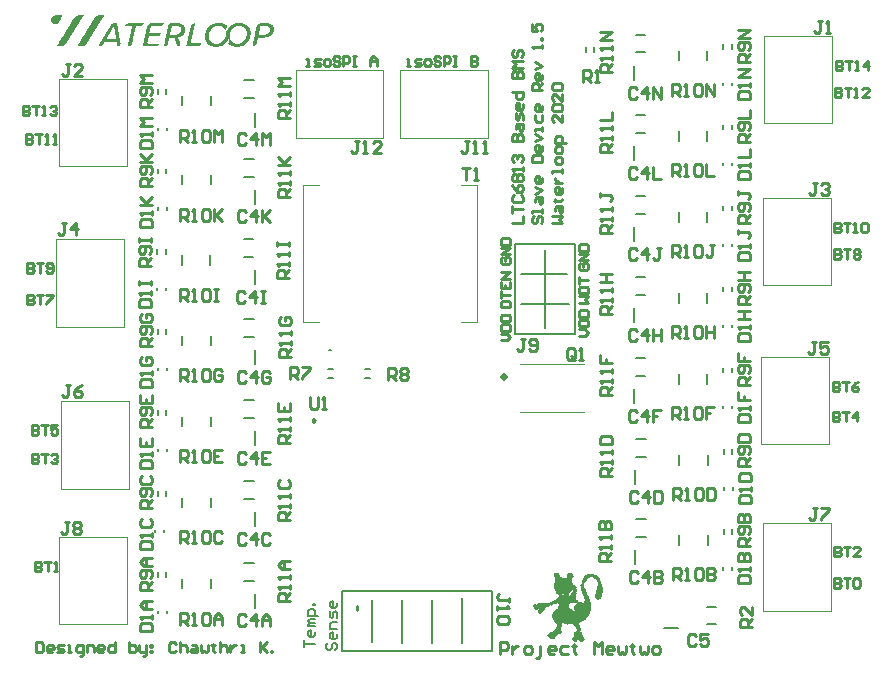
<source format=gto>
G04*
G04 #@! TF.GenerationSoftware,Altium Limited,Altium Designer,20.0.10 (225)*
G04*
G04 Layer_Color=65535*
%FSLAX25Y25*%
%MOIN*%
G70*
G01*
G75*
%ADD10C,0.01181*%
%ADD11C,0.00787*%
%ADD12C,0.00984*%
%ADD13C,0.00394*%
%ADD14C,0.00394*%
%ADD15C,0.00500*%
%ADD16C,0.01000*%
%ADD17C,0.00800*%
G36*
X134687Y311212D02*
X134582D01*
Y311107D01*
Y311003D01*
X134477D01*
Y310898D01*
Y310794D01*
Y310689D01*
X134373D01*
Y310585D01*
Y310480D01*
Y310376D01*
X134268D01*
Y310271D01*
Y310167D01*
X134164D01*
Y310062D01*
Y309958D01*
X134059D01*
Y309853D01*
Y309749D01*
X133955D01*
Y309644D01*
Y309540D01*
X133850D01*
Y309435D01*
Y309331D01*
X133746D01*
Y309226D01*
Y309121D01*
X133641D01*
Y309017D01*
X133537D01*
Y308912D01*
X133432D01*
Y308808D01*
X133328D01*
Y308703D01*
X133223D01*
Y308599D01*
X133014D01*
Y308494D01*
X132805D01*
Y308390D01*
X132073D01*
Y308494D01*
X131655D01*
Y308599D01*
X131551D01*
Y308703D01*
X131342D01*
Y308808D01*
X131237D01*
Y308912D01*
Y309017D01*
Y309121D01*
X131028D01*
Y309226D01*
Y309331D01*
Y309435D01*
Y309540D01*
X130924D01*
Y309644D01*
Y309749D01*
Y309853D01*
Y309958D01*
Y310062D01*
X131028D01*
Y310167D01*
Y310271D01*
Y310376D01*
X131133D01*
Y310480D01*
Y310585D01*
Y310689D01*
X131237D01*
Y310794D01*
X131342D01*
Y310898D01*
X131446D01*
Y311003D01*
X131551D01*
Y311107D01*
X131969D01*
Y311212D01*
X132387D01*
Y311316D01*
X134687D01*
Y311212D01*
D02*
G37*
G36*
X194576Y308703D02*
X194994D01*
Y308599D01*
X195308D01*
Y308494D01*
X195622D01*
Y308390D01*
X195726D01*
Y308285D01*
X195935D01*
Y308181D01*
X196144D01*
Y308076D01*
X196249D01*
Y307972D01*
X196353D01*
Y307867D01*
X196458D01*
Y307763D01*
X196562D01*
Y307658D01*
X196667D01*
Y307554D01*
X196771D01*
Y307449D01*
X196876D01*
Y307345D01*
X196980D01*
Y307240D01*
Y307136D01*
X197085D01*
Y307031D01*
Y306926D01*
X197189D01*
Y306822D01*
Y306717D01*
X197294D01*
Y306613D01*
Y306508D01*
Y306404D01*
X197398D01*
Y306299D01*
Y306195D01*
Y306090D01*
Y305986D01*
X197503D01*
Y305881D01*
Y305777D01*
Y305672D01*
Y305568D01*
Y305463D01*
Y305359D01*
Y305254D01*
Y305150D01*
Y305045D01*
Y304941D01*
Y304836D01*
X197398D01*
Y304732D01*
Y304627D01*
Y304523D01*
Y304418D01*
Y304314D01*
Y304209D01*
X197294D01*
Y304104D01*
Y304000D01*
Y303895D01*
X197189D01*
Y303791D01*
Y303686D01*
Y303582D01*
X197085D01*
Y303477D01*
Y303373D01*
X196980D01*
Y303268D01*
Y303164D01*
X196876D01*
Y303059D01*
Y302955D01*
X196771D01*
Y302850D01*
X196667D01*
Y302746D01*
Y302641D01*
X196562D01*
Y302537D01*
X196458D01*
Y302432D01*
X196353D01*
Y302328D01*
X196249D01*
Y302223D01*
X196144D01*
Y302119D01*
X196039D01*
Y302014D01*
X195935D01*
Y301910D01*
X195831D01*
Y301805D01*
X195726D01*
Y301701D01*
X195622D01*
Y301596D01*
X195412D01*
Y301491D01*
X195308D01*
Y301387D01*
X195099D01*
Y301283D01*
X194890D01*
Y301178D01*
X194576D01*
Y301074D01*
X194367D01*
Y300969D01*
X193949D01*
Y300864D01*
X193218D01*
Y300760D01*
X192695D01*
Y300864D01*
X191963D01*
Y300969D01*
X191545D01*
Y301074D01*
X191232D01*
Y301178D01*
X191023D01*
Y301283D01*
X190814D01*
Y301387D01*
X190604D01*
Y301491D01*
X190500D01*
Y301596D01*
X190395D01*
Y301701D01*
X190186D01*
Y301805D01*
X190082D01*
Y301910D01*
Y302014D01*
Y302119D01*
X190186D01*
Y302223D01*
Y302328D01*
X190291D01*
Y302432D01*
Y302537D01*
Y302641D01*
Y302746D01*
X190395D01*
Y302850D01*
Y302955D01*
Y303059D01*
Y303164D01*
Y303268D01*
Y303373D01*
Y303477D01*
Y303582D01*
X190186D01*
Y303477D01*
X189977D01*
Y303373D01*
Y303268D01*
X189873D01*
Y303164D01*
Y303059D01*
X189768D01*
Y302955D01*
Y302850D01*
Y302746D01*
X189559D01*
Y302641D01*
Y302537D01*
Y302432D01*
X189455D01*
Y302328D01*
X189350D01*
Y302223D01*
X189246D01*
Y302119D01*
X189141D01*
Y302014D01*
X189037D01*
Y301910D01*
X188932D01*
Y301805D01*
X188828D01*
Y301701D01*
X188619D01*
Y301596D01*
X188514D01*
Y301491D01*
X188305D01*
Y301387D01*
X188096D01*
Y301283D01*
X187991D01*
Y301178D01*
X187678D01*
Y301074D01*
X187469D01*
Y300969D01*
X187051D01*
Y300864D01*
X186319D01*
Y300760D01*
X185692D01*
Y300864D01*
X184960D01*
Y300969D01*
X184542D01*
Y301074D01*
X184333D01*
Y301178D01*
X184124D01*
Y301283D01*
X183915D01*
Y301387D01*
X183706D01*
Y301491D01*
X183602D01*
Y301596D01*
X183393D01*
Y301701D01*
X183288D01*
Y301805D01*
X183184D01*
Y301910D01*
X183079D01*
Y302014D01*
X182975D01*
Y302119D01*
X182870D01*
Y302223D01*
Y302328D01*
X182765D01*
Y302432D01*
X182661D01*
Y302537D01*
Y302641D01*
X182556D01*
Y302746D01*
Y302850D01*
X182452D01*
Y302955D01*
Y303059D01*
Y303164D01*
X182348D01*
Y303268D01*
Y303373D01*
Y303477D01*
X182243D01*
Y303582D01*
Y303686D01*
Y303791D01*
Y303895D01*
Y304000D01*
Y304104D01*
Y304209D01*
Y304314D01*
Y304418D01*
Y304523D01*
Y304627D01*
Y304732D01*
Y304836D01*
Y304941D01*
Y305045D01*
Y305150D01*
X182348D01*
Y305254D01*
Y305359D01*
Y305463D01*
X182452D01*
Y305568D01*
Y305672D01*
Y305777D01*
Y305881D01*
X182556D01*
Y305986D01*
Y306090D01*
X182661D01*
Y306195D01*
Y306299D01*
X182765D01*
Y306404D01*
Y306508D01*
X182870D01*
Y306613D01*
Y306717D01*
X182975D01*
Y306822D01*
X183079D01*
Y306926D01*
Y307031D01*
X183184D01*
Y307136D01*
X183288D01*
Y307240D01*
X183393D01*
Y307345D01*
X183497D01*
Y307449D01*
X183602D01*
Y307554D01*
Y307658D01*
X183811D01*
Y307763D01*
X183915D01*
Y307867D01*
X184020D01*
Y307972D01*
X184124D01*
Y308076D01*
X184333D01*
Y308181D01*
X184542D01*
Y308285D01*
X184647D01*
Y308390D01*
X184856D01*
Y308494D01*
X185169D01*
Y308599D01*
X185483D01*
Y308703D01*
X185901D01*
Y308808D01*
X187678D01*
Y308703D01*
X188096D01*
Y308599D01*
X188410D01*
Y308494D01*
X188619D01*
Y308390D01*
X188828D01*
Y308285D01*
X189037D01*
Y308181D01*
X189141D01*
Y308076D01*
X189350D01*
Y307972D01*
X189455D01*
Y307867D01*
X189559D01*
Y307763D01*
X189664D01*
Y307658D01*
Y307554D01*
X189559D01*
Y307449D01*
Y307345D01*
X189455D01*
Y307240D01*
Y307136D01*
X189350D01*
Y307031D01*
Y306926D01*
Y306822D01*
Y306717D01*
Y306613D01*
Y306508D01*
Y306404D01*
Y306299D01*
Y306195D01*
Y306090D01*
X189664D01*
Y306195D01*
Y306299D01*
X189768D01*
Y306404D01*
Y306508D01*
Y306613D01*
X189977D01*
Y306717D01*
Y306822D01*
X190082D01*
Y306926D01*
Y307031D01*
Y307136D01*
X190186D01*
Y307240D01*
X190291D01*
Y307345D01*
X190395D01*
Y307449D01*
X190500D01*
Y307554D01*
X190604D01*
Y307658D01*
X190709D01*
Y307763D01*
X190814D01*
Y307867D01*
X190918D01*
Y307972D01*
X191127D01*
Y308076D01*
X191232D01*
Y308181D01*
X191441D01*
Y308285D01*
X191650D01*
Y308390D01*
X191859D01*
Y308494D01*
X192068D01*
Y308599D01*
X192381D01*
Y308703D01*
X192799D01*
Y308808D01*
X194576D01*
Y308703D01*
D02*
G37*
G36*
X203460Y308599D02*
X203878D01*
Y308494D01*
X204088D01*
Y308390D01*
X204297D01*
Y308285D01*
X204401D01*
Y308181D01*
X204610D01*
Y308076D01*
X204715D01*
Y307972D01*
X204819D01*
Y307867D01*
X204924D01*
Y307763D01*
Y307658D01*
Y307554D01*
X205028D01*
Y307449D01*
Y307345D01*
X205133D01*
Y307240D01*
Y307136D01*
Y307031D01*
Y306926D01*
X205237D01*
Y306822D01*
Y306717D01*
Y306613D01*
Y306508D01*
Y306404D01*
X205133D01*
Y306299D01*
Y306195D01*
Y306090D01*
Y305986D01*
Y305881D01*
X205028D01*
Y305777D01*
Y305672D01*
X204924D01*
Y305568D01*
Y305463D01*
X204819D01*
Y305359D01*
Y305254D01*
X204715D01*
Y305150D01*
Y305045D01*
Y304941D01*
X204610D01*
Y304836D01*
X204506D01*
Y304732D01*
X204297D01*
Y304627D01*
X204192D01*
Y304523D01*
X203983D01*
Y304418D01*
X203878D01*
Y304314D01*
X203670D01*
Y304209D01*
X203356D01*
Y304104D01*
X203042D01*
Y304000D01*
X202415D01*
Y303895D01*
X199907D01*
Y303791D01*
Y303686D01*
Y303582D01*
X199802D01*
Y303477D01*
Y303373D01*
Y303268D01*
Y303164D01*
X199698D01*
Y303059D01*
Y302955D01*
Y302850D01*
Y302746D01*
Y302641D01*
X199593D01*
Y302537D01*
Y302432D01*
Y302328D01*
Y302223D01*
X199489D01*
Y302119D01*
Y302014D01*
Y301910D01*
X199384D01*
Y301805D01*
Y301701D01*
X199280D01*
Y301596D01*
X199175D01*
Y301491D01*
X199071D01*
Y301387D01*
X198966D01*
Y301283D01*
X198862D01*
Y301178D01*
X198653D01*
Y301074D01*
X198339D01*
Y300969D01*
X198025D01*
Y301074D01*
Y301178D01*
X198130D01*
Y301283D01*
Y301387D01*
Y301491D01*
Y301596D01*
Y301701D01*
X198234D01*
Y301805D01*
Y301910D01*
Y302014D01*
Y302119D01*
X198339D01*
Y302223D01*
Y302328D01*
Y302432D01*
Y302537D01*
Y302641D01*
X198443D01*
Y302746D01*
Y302850D01*
Y302955D01*
Y303059D01*
X198548D01*
Y303164D01*
Y303268D01*
Y303373D01*
Y303477D01*
Y303582D01*
X198653D01*
Y303686D01*
Y303791D01*
Y303895D01*
Y304000D01*
Y304104D01*
X198757D01*
Y304209D01*
Y304314D01*
Y304418D01*
Y304523D01*
X198862D01*
Y304627D01*
Y304732D01*
Y304836D01*
Y304941D01*
X198966D01*
Y305045D01*
Y305150D01*
Y305254D01*
Y305359D01*
Y305463D01*
X199071D01*
Y305568D01*
Y305672D01*
Y305777D01*
Y305881D01*
Y305986D01*
X199175D01*
Y306090D01*
Y306195D01*
Y306299D01*
Y306404D01*
X199280D01*
Y306508D01*
Y306613D01*
Y306717D01*
Y306822D01*
X199384D01*
Y306926D01*
Y307031D01*
Y307136D01*
Y307240D01*
Y307345D01*
X199489D01*
Y307449D01*
Y307554D01*
Y307658D01*
X199593D01*
Y307763D01*
Y307867D01*
X199698D01*
Y307972D01*
X199802D01*
Y308076D01*
Y308181D01*
X199907D01*
Y308285D01*
X200011D01*
Y308390D01*
X200220D01*
Y308494D01*
X200429D01*
Y308599D01*
X200743D01*
Y308703D01*
X203460D01*
Y308599D01*
D02*
G37*
G36*
X178898D02*
Y308494D01*
Y308390D01*
Y308285D01*
Y308181D01*
X178794D01*
Y308076D01*
Y307972D01*
Y307867D01*
Y307763D01*
Y307658D01*
X178689D01*
Y307554D01*
Y307449D01*
Y307345D01*
Y307240D01*
X178585D01*
Y307136D01*
Y307031D01*
Y306926D01*
Y306822D01*
Y306717D01*
X178480D01*
Y306613D01*
Y306508D01*
Y306404D01*
Y306299D01*
X178376D01*
Y306195D01*
Y306090D01*
Y305986D01*
Y305881D01*
Y305777D01*
X178271D01*
Y305672D01*
Y305568D01*
Y305463D01*
Y305359D01*
X178167D01*
Y305254D01*
Y305150D01*
Y305045D01*
Y304941D01*
Y304836D01*
X178062D01*
Y304732D01*
Y304627D01*
Y304523D01*
Y304418D01*
X177958D01*
Y304314D01*
Y304209D01*
Y304104D01*
Y304000D01*
Y303895D01*
X177853D01*
Y303791D01*
Y303686D01*
Y303582D01*
Y303477D01*
X177749D01*
Y303373D01*
Y303268D01*
Y303164D01*
Y303059D01*
X177644D01*
Y302955D01*
Y302850D01*
Y302746D01*
Y302641D01*
Y302537D01*
Y302432D01*
X177540D01*
Y302328D01*
Y302223D01*
Y302119D01*
Y302014D01*
X180989D01*
Y301910D01*
X180884D01*
Y301805D01*
Y301701D01*
X180780D01*
Y301596D01*
Y301491D01*
X180675D01*
Y301387D01*
X180571D01*
Y301283D01*
X180466D01*
Y301178D01*
X180257D01*
Y301074D01*
X180048D01*
Y300969D01*
X175972D01*
Y301074D01*
X176076D01*
Y301178D01*
Y301283D01*
Y301387D01*
Y301491D01*
X176181D01*
Y301596D01*
Y301701D01*
Y301805D01*
Y301910D01*
Y302014D01*
X176285D01*
Y302119D01*
Y302223D01*
Y302328D01*
Y302432D01*
X176390D01*
Y302537D01*
Y302641D01*
Y302746D01*
Y302850D01*
Y302955D01*
X176494D01*
Y303059D01*
Y303164D01*
Y303268D01*
Y303373D01*
X176599D01*
Y303477D01*
Y303582D01*
Y303686D01*
Y303791D01*
Y303895D01*
X176703D01*
Y304000D01*
Y304104D01*
Y304209D01*
Y304314D01*
X176808D01*
Y304418D01*
Y304523D01*
Y304627D01*
Y304732D01*
Y304836D01*
X176912D01*
Y304941D01*
Y305045D01*
Y305150D01*
Y305254D01*
X177017D01*
Y305359D01*
Y305463D01*
Y305568D01*
Y305672D01*
Y305777D01*
X177121D01*
Y305881D01*
Y305986D01*
Y306090D01*
Y306195D01*
X177226D01*
Y306299D01*
Y306404D01*
Y306508D01*
Y306613D01*
Y306717D01*
X177331D01*
Y306822D01*
Y306926D01*
Y307031D01*
Y307136D01*
X177435D01*
Y307240D01*
Y307345D01*
Y307449D01*
Y307554D01*
Y307658D01*
X177540D01*
Y307763D01*
Y307867D01*
X177644D01*
Y307972D01*
Y308076D01*
X177749D01*
Y308181D01*
X177853D01*
Y308285D01*
X177958D01*
Y308390D01*
X178062D01*
Y308494D01*
X178271D01*
Y308599D01*
X178585D01*
Y308703D01*
X178898D01*
Y308599D01*
D02*
G37*
G36*
X173777D02*
X174195D01*
Y308494D01*
X174509D01*
Y308390D01*
X174613D01*
Y308285D01*
X174822D01*
Y308181D01*
X174927D01*
Y308076D01*
X175031D01*
Y307972D01*
X175136D01*
Y307867D01*
X175240D01*
Y307763D01*
X175345D01*
Y307658D01*
Y307554D01*
X175449D01*
Y307449D01*
X175554D01*
Y307345D01*
Y307240D01*
Y307136D01*
X175658D01*
Y307031D01*
Y306926D01*
Y306822D01*
Y306717D01*
Y306613D01*
Y306508D01*
Y306404D01*
Y306299D01*
Y306195D01*
Y306090D01*
X175554D01*
Y305986D01*
Y305881D01*
Y305777D01*
Y305672D01*
X175449D01*
Y305568D01*
Y305463D01*
X175345D01*
Y305359D01*
Y305254D01*
X175240D01*
Y305150D01*
X175136D01*
Y305045D01*
Y304941D01*
X175031D01*
Y304836D01*
X174927D01*
Y304732D01*
X174822D01*
Y304627D01*
X174613D01*
Y304523D01*
X174509D01*
Y304418D01*
X174300D01*
Y304314D01*
X174195D01*
Y304209D01*
X173881D01*
Y304104D01*
X173568D01*
Y304000D01*
X173254D01*
Y303895D01*
Y303791D01*
Y303686D01*
X173359D01*
Y303582D01*
Y303477D01*
X173463D01*
Y303373D01*
Y303268D01*
Y303164D01*
X173568D01*
Y303059D01*
Y302955D01*
X173672D01*
Y302850D01*
Y302746D01*
Y302641D01*
X173777D01*
Y302537D01*
Y302432D01*
X173881D01*
Y302328D01*
Y302223D01*
Y302119D01*
X173986D01*
Y302014D01*
Y301910D01*
Y301805D01*
Y301701D01*
Y301596D01*
X173881D01*
Y301491D01*
Y301387D01*
X173777D01*
Y301283D01*
X173672D01*
Y301178D01*
X173568D01*
Y301074D01*
X173359D01*
Y300969D01*
X173045D01*
Y301074D01*
Y301178D01*
X172941D01*
Y301283D01*
Y301387D01*
X172836D01*
Y301491D01*
Y301596D01*
Y301701D01*
X172732D01*
Y301805D01*
Y301910D01*
Y302014D01*
X172627D01*
Y302119D01*
Y302223D01*
Y302328D01*
X172523D01*
Y302432D01*
Y302537D01*
X172418D01*
Y302641D01*
Y302746D01*
Y302850D01*
X172314D01*
Y302955D01*
Y303059D01*
Y303164D01*
X172209D01*
Y303268D01*
Y303373D01*
X172105D01*
Y303477D01*
Y303582D01*
Y303686D01*
X172000D01*
Y303791D01*
Y303895D01*
X170328D01*
Y303791D01*
X170223D01*
Y303686D01*
Y303582D01*
X170328D01*
Y303477D01*
X170223D01*
Y303373D01*
X170119D01*
Y303268D01*
Y303164D01*
Y303059D01*
X170223D01*
Y302955D01*
X170119D01*
Y302850D01*
X170014D01*
Y302746D01*
Y302641D01*
Y302537D01*
X170119D01*
Y302432D01*
X170014D01*
Y302328D01*
X169910D01*
Y302223D01*
Y302119D01*
X170014D01*
Y302014D01*
X169910D01*
Y301910D01*
X169805D01*
Y301805D01*
Y301701D01*
X169910D01*
Y301596D01*
X169805D01*
Y301491D01*
Y301387D01*
X169701D01*
Y301283D01*
X169596D01*
Y301178D01*
X169492D01*
Y301074D01*
X169282D01*
Y300969D01*
X168446D01*
Y301074D01*
X168551D01*
Y301178D01*
Y301283D01*
Y301387D01*
Y301491D01*
X168655D01*
Y301596D01*
Y301701D01*
Y301805D01*
Y301910D01*
X168760D01*
Y302014D01*
Y302119D01*
Y302223D01*
Y302328D01*
Y302432D01*
X168864D01*
Y302537D01*
Y302641D01*
Y302746D01*
Y302850D01*
Y302955D01*
X168969D01*
Y303059D01*
Y303164D01*
Y303268D01*
Y303373D01*
X169073D01*
Y303477D01*
Y303582D01*
Y303686D01*
Y303791D01*
X169178D01*
Y303895D01*
Y304000D01*
Y304104D01*
Y304209D01*
Y304314D01*
X169282D01*
Y304418D01*
Y304523D01*
Y304627D01*
Y304732D01*
Y304836D01*
X169387D01*
Y304941D01*
Y305045D01*
Y305150D01*
Y305254D01*
X169492D01*
Y305359D01*
Y305463D01*
Y305568D01*
Y305672D01*
X169596D01*
Y305777D01*
Y305881D01*
Y305986D01*
Y306090D01*
Y306195D01*
X169701D01*
Y306299D01*
Y306404D01*
Y306508D01*
Y306613D01*
Y306717D01*
X169805D01*
Y306822D01*
Y306926D01*
Y307031D01*
Y307136D01*
X169910D01*
Y307240D01*
Y307345D01*
Y307449D01*
Y307554D01*
Y307658D01*
X170014D01*
Y307763D01*
Y307867D01*
Y307972D01*
Y308076D01*
X170119D01*
Y308181D01*
Y308285D01*
Y308390D01*
X170223D01*
Y308494D01*
X170432D01*
Y308599D01*
X170641D01*
Y308703D01*
X173777D01*
Y308599D01*
D02*
G37*
G36*
X168551D02*
X168446D01*
Y308494D01*
X168342D01*
Y308390D01*
Y308285D01*
Y308181D01*
X168237D01*
Y308076D01*
X168133D01*
Y307972D01*
X167924D01*
Y307867D01*
X167819D01*
Y307763D01*
X167506D01*
Y307658D01*
X164161D01*
Y307554D01*
Y307449D01*
Y307345D01*
Y307240D01*
X164057D01*
Y307136D01*
Y307031D01*
Y306926D01*
Y306822D01*
Y306717D01*
X163952D01*
Y306613D01*
Y306508D01*
Y306404D01*
Y306299D01*
X163847D01*
Y306195D01*
Y306090D01*
Y305986D01*
Y305881D01*
Y305777D01*
X163743D01*
Y305672D01*
Y305568D01*
Y305463D01*
X163952D01*
Y305359D01*
X167715D01*
Y305254D01*
X167610D01*
Y305150D01*
Y305045D01*
X167401D01*
Y304941D01*
Y304836D01*
Y304732D01*
X167192D01*
Y304627D01*
X167088D01*
Y304523D01*
X166878D01*
Y304418D01*
X163638D01*
Y304314D01*
X163429D01*
Y304209D01*
Y304104D01*
Y304000D01*
Y303895D01*
X163325D01*
Y303791D01*
Y303686D01*
Y303582D01*
Y303477D01*
X163220D01*
Y303373D01*
Y303268D01*
Y303164D01*
Y303059D01*
Y302955D01*
X163116D01*
Y302850D01*
Y302746D01*
Y302641D01*
Y302537D01*
X163011D01*
Y302432D01*
Y302328D01*
Y302223D01*
Y302119D01*
Y302014D01*
X163220D01*
Y301910D01*
X166983D01*
Y301805D01*
X166878D01*
Y301701D01*
Y301596D01*
Y301491D01*
X166774D01*
Y301387D01*
X166669D01*
Y301283D01*
X166565D01*
Y301178D01*
X166356D01*
Y301074D01*
X166147D01*
Y300969D01*
X161548D01*
Y301074D01*
Y301178D01*
Y301283D01*
Y301387D01*
Y301491D01*
X161653D01*
Y301596D01*
Y301701D01*
Y301805D01*
Y301910D01*
Y302014D01*
X161757D01*
Y302119D01*
Y302223D01*
Y302328D01*
Y302432D01*
X161862D01*
Y302537D01*
Y302641D01*
Y302746D01*
Y302850D01*
Y302955D01*
X161966D01*
Y303059D01*
Y303164D01*
Y303268D01*
Y303373D01*
X162071D01*
Y303477D01*
Y303582D01*
Y303686D01*
Y303791D01*
Y303895D01*
X162175D01*
Y304000D01*
Y304104D01*
Y304209D01*
Y304314D01*
X162280D01*
Y304418D01*
Y304523D01*
Y304627D01*
Y304732D01*
X162384D01*
Y304836D01*
Y304941D01*
Y305045D01*
Y305150D01*
Y305254D01*
X162489D01*
Y305359D01*
Y305463D01*
Y305568D01*
Y305672D01*
Y305777D01*
X162593D01*
Y305881D01*
Y305986D01*
Y306090D01*
Y306195D01*
X162698D01*
Y306299D01*
Y306404D01*
Y306508D01*
Y306613D01*
Y306717D01*
X162802D01*
Y306822D01*
Y306926D01*
Y307031D01*
Y307136D01*
Y307240D01*
X162907D01*
Y307345D01*
Y307449D01*
Y307554D01*
Y307658D01*
X163011D01*
Y307763D01*
Y307867D01*
X163116D01*
Y307972D01*
Y308076D01*
X163220D01*
Y308181D01*
X163325D01*
Y308285D01*
X163429D01*
Y308390D01*
X163534D01*
Y308494D01*
X163743D01*
Y308599D01*
X164057D01*
Y308703D01*
X168551D01*
Y308599D01*
D02*
G37*
G36*
X161862D02*
X161757D01*
Y308494D01*
Y308390D01*
X161653D01*
Y308285D01*
X161548D01*
Y308181D01*
X161443D01*
Y308076D01*
X161339D01*
Y307972D01*
X161234D01*
Y307867D01*
X161026D01*
Y307763D01*
X160712D01*
Y307658D01*
X159144D01*
Y307554D01*
Y307449D01*
Y307345D01*
Y307240D01*
Y307136D01*
X159040D01*
Y307031D01*
Y306926D01*
Y306822D01*
Y306717D01*
X158935D01*
Y306613D01*
Y306508D01*
Y306404D01*
Y306299D01*
Y306195D01*
X158830D01*
Y306090D01*
Y305986D01*
Y305881D01*
Y305777D01*
X158726D01*
Y305672D01*
Y305568D01*
Y305463D01*
Y305359D01*
Y305254D01*
X158622D01*
Y305150D01*
Y305045D01*
Y304941D01*
Y304836D01*
Y304732D01*
X158517D01*
Y304627D01*
Y304523D01*
Y304418D01*
Y304314D01*
X158413D01*
Y304209D01*
Y304104D01*
Y304000D01*
Y303895D01*
Y303791D01*
X158308D01*
Y303686D01*
Y303582D01*
Y303477D01*
Y303373D01*
X158203D01*
Y303268D01*
Y303164D01*
Y303059D01*
Y302955D01*
Y302850D01*
X158099D01*
Y302746D01*
Y302641D01*
Y302537D01*
Y302432D01*
X157994D01*
Y302328D01*
Y302223D01*
Y302119D01*
Y302014D01*
X157890D01*
Y301910D01*
Y301805D01*
Y301701D01*
X157785D01*
Y301596D01*
X157681D01*
Y301491D01*
X157576D01*
Y301387D01*
X157472D01*
Y301283D01*
X157367D01*
Y301178D01*
X157158D01*
Y301074D01*
X156949D01*
Y300969D01*
X156531D01*
Y301074D01*
Y301178D01*
Y301283D01*
Y301387D01*
Y301491D01*
X156636D01*
Y301596D01*
Y301701D01*
Y301805D01*
Y301910D01*
X156740D01*
Y302014D01*
Y302119D01*
Y302223D01*
Y302328D01*
Y302432D01*
X156845D01*
Y302537D01*
Y302641D01*
Y302746D01*
Y302850D01*
X156949D01*
Y302955D01*
Y303059D01*
Y303164D01*
Y303268D01*
Y303373D01*
X157054D01*
Y303477D01*
Y303582D01*
Y303686D01*
Y303791D01*
Y303895D01*
X157158D01*
Y304000D01*
Y304104D01*
Y304209D01*
Y304314D01*
X157263D01*
Y304418D01*
Y304523D01*
Y304627D01*
Y304732D01*
X157367D01*
Y304836D01*
Y304941D01*
Y305045D01*
Y305150D01*
Y305254D01*
X157472D01*
Y305359D01*
Y305463D01*
Y305568D01*
Y305672D01*
Y305777D01*
X157576D01*
Y305881D01*
Y305986D01*
Y306090D01*
Y306195D01*
X157681D01*
Y306299D01*
Y306404D01*
Y306508D01*
Y306613D01*
Y306717D01*
X157785D01*
Y306822D01*
Y306926D01*
Y307031D01*
Y307136D01*
Y307240D01*
X157890D01*
Y307345D01*
Y307449D01*
Y307554D01*
Y307658D01*
X155590D01*
Y307763D01*
Y307867D01*
X155695D01*
Y307972D01*
Y308076D01*
X155799D01*
Y308181D01*
X155904D01*
Y308285D01*
X156009D01*
Y308390D01*
X156218D01*
Y308494D01*
X156322D01*
Y308599D01*
X156740D01*
Y308703D01*
X161862D01*
Y308599D01*
D02*
G37*
G36*
X152977D02*
Y308494D01*
Y308390D01*
Y308285D01*
Y308181D01*
X153082D01*
Y308076D01*
Y307972D01*
Y307867D01*
Y307763D01*
Y307658D01*
X153187D01*
Y307554D01*
Y307449D01*
Y307345D01*
Y307240D01*
Y307136D01*
Y307031D01*
X153291D01*
Y306926D01*
Y306822D01*
Y306717D01*
Y306613D01*
Y306508D01*
Y306404D01*
X153395D01*
Y306299D01*
Y306195D01*
Y306090D01*
Y305986D01*
Y305881D01*
Y305777D01*
X153500D01*
Y305672D01*
Y305568D01*
Y305463D01*
Y305359D01*
Y305254D01*
Y305150D01*
X153604D01*
Y305045D01*
Y304941D01*
Y304836D01*
Y304732D01*
Y304627D01*
X153709D01*
Y304523D01*
Y304418D01*
Y304314D01*
Y304209D01*
Y304104D01*
Y304000D01*
Y303895D01*
X153814D01*
Y303791D01*
Y303686D01*
Y303582D01*
Y303477D01*
Y303373D01*
X153918D01*
Y303268D01*
Y303164D01*
Y303059D01*
Y302955D01*
Y302850D01*
Y302746D01*
X154023D01*
Y302641D01*
Y302537D01*
Y302432D01*
Y302328D01*
Y302223D01*
X154127D01*
Y302119D01*
Y302014D01*
Y301910D01*
X154023D01*
Y301805D01*
Y301701D01*
Y301596D01*
X153918D01*
Y301491D01*
X153814D01*
Y301387D01*
Y301283D01*
X153709D01*
Y301178D01*
X153500D01*
Y301074D01*
X153291D01*
Y300969D01*
X152977D01*
Y301074D01*
Y301178D01*
X152873D01*
Y301283D01*
Y301387D01*
Y301491D01*
Y301596D01*
Y301701D01*
Y301805D01*
X152768D01*
Y301910D01*
Y302014D01*
Y302119D01*
Y302223D01*
Y302328D01*
Y302432D01*
X148797D01*
Y302328D01*
X148692D01*
Y302223D01*
Y302119D01*
X148588D01*
Y302014D01*
X148483D01*
Y301910D01*
Y301805D01*
X148379D01*
Y301701D01*
X148274D01*
Y301596D01*
Y301491D01*
X148065D01*
Y301387D01*
Y301283D01*
Y301178D01*
X147856D01*
Y301074D01*
X147647D01*
Y300969D01*
X146497D01*
Y301074D01*
X146602D01*
Y301178D01*
Y301283D01*
X146811D01*
Y301387D01*
Y301491D01*
Y301596D01*
X147020D01*
Y301701D01*
Y301805D01*
X147124D01*
Y301910D01*
Y302014D01*
Y302119D01*
X147333D01*
Y302223D01*
Y302328D01*
X147438D01*
Y302432D01*
Y302537D01*
Y302641D01*
X147647D01*
Y302746D01*
Y302850D01*
Y302955D01*
X147856D01*
Y303059D01*
Y303164D01*
X147960D01*
Y303268D01*
Y303373D01*
Y303477D01*
X148170D01*
Y303582D01*
Y303686D01*
X148274D01*
Y303791D01*
Y303895D01*
Y304000D01*
X148483D01*
Y304104D01*
Y304209D01*
Y304314D01*
X148692D01*
Y304418D01*
Y304523D01*
X148797D01*
Y304627D01*
Y304732D01*
Y304836D01*
X149006D01*
Y304941D01*
Y305045D01*
X149110D01*
Y305150D01*
Y305254D01*
Y305359D01*
X149319D01*
Y305463D01*
Y305568D01*
Y305672D01*
X149528D01*
Y305777D01*
Y305881D01*
X149633D01*
Y305986D01*
Y306090D01*
Y306195D01*
X149842D01*
Y306299D01*
Y306404D01*
X149946D01*
Y306508D01*
Y306613D01*
Y306717D01*
X150155D01*
Y306822D01*
Y306926D01*
X150260D01*
Y307031D01*
Y307136D01*
Y307240D01*
X150469D01*
Y307345D01*
Y307449D01*
Y307554D01*
X150678D01*
Y307658D01*
Y307763D01*
X150783D01*
Y307867D01*
Y307972D01*
Y308076D01*
X150992D01*
Y308181D01*
Y308285D01*
Y308390D01*
X151096D01*
Y308494D01*
X151305D01*
Y308599D01*
X151619D01*
Y308703D01*
X152977D01*
Y308599D01*
D02*
G37*
G36*
X148588Y311212D02*
Y311107D01*
X148483D01*
Y311003D01*
Y310898D01*
X148379D01*
Y310794D01*
X148274D01*
Y310689D01*
X148170D01*
Y310585D01*
X148065D01*
Y310480D01*
Y310376D01*
Y310271D01*
X147856D01*
Y310167D01*
Y310062D01*
Y309958D01*
X147647D01*
Y309853D01*
Y309749D01*
X147542D01*
Y309644D01*
Y309540D01*
Y309435D01*
X147333D01*
Y309331D01*
Y309226D01*
X147229D01*
Y309121D01*
Y309017D01*
Y308912D01*
X147020D01*
Y308808D01*
Y308703D01*
Y308599D01*
X146811D01*
Y308494D01*
Y308390D01*
X146706D01*
Y308285D01*
Y308181D01*
Y308076D01*
X146497D01*
Y307972D01*
Y307867D01*
X146393D01*
Y307763D01*
Y307658D01*
Y307554D01*
X146184D01*
Y307449D01*
Y307345D01*
Y307240D01*
X145975D01*
Y307136D01*
Y307031D01*
X145870D01*
Y306926D01*
Y306822D01*
Y306717D01*
X145661D01*
Y306613D01*
Y306508D01*
X145556D01*
Y306404D01*
Y306299D01*
Y306195D01*
X145347D01*
Y306090D01*
Y305986D01*
Y305881D01*
X145139D01*
Y305777D01*
Y305672D01*
X145034D01*
Y305568D01*
Y305463D01*
Y305359D01*
X144825D01*
Y305254D01*
Y305150D01*
X144720D01*
Y305045D01*
Y304941D01*
Y304836D01*
X144511D01*
Y304732D01*
Y304627D01*
Y304523D01*
X144302D01*
Y304418D01*
Y304314D01*
X144198D01*
Y304209D01*
Y304104D01*
Y304000D01*
X143989D01*
Y303895D01*
Y303791D01*
X143884D01*
Y303686D01*
Y303582D01*
Y303477D01*
X143675D01*
Y303373D01*
Y303268D01*
Y303164D01*
X143466D01*
Y303059D01*
Y302955D01*
X143362D01*
Y302850D01*
Y302746D01*
Y302641D01*
X143153D01*
Y302537D01*
Y302432D01*
X143048D01*
Y302328D01*
Y302223D01*
Y302119D01*
X142839D01*
Y302014D01*
Y301910D01*
Y301805D01*
X142735D01*
Y301701D01*
X142630D01*
Y301596D01*
X142525D01*
Y301491D01*
X142421D01*
Y301387D01*
X142212D01*
Y301283D01*
X142003D01*
Y301178D01*
X141794D01*
Y301074D01*
X141480D01*
Y300969D01*
X139599D01*
Y301074D01*
X139703D01*
Y301178D01*
Y301283D01*
X139808D01*
Y301387D01*
X139912D01*
Y301491D01*
Y301596D01*
X140017D01*
Y301701D01*
Y301805D01*
X140121D01*
Y301910D01*
X140226D01*
Y302014D01*
Y302119D01*
X140331D01*
Y302223D01*
X140435D01*
Y302328D01*
Y302432D01*
X140540D01*
Y302537D01*
Y302641D01*
X140644D01*
Y302746D01*
X140749D01*
Y302850D01*
Y302955D01*
X140853D01*
Y303059D01*
Y303164D01*
X140958D01*
Y303268D01*
X141062D01*
Y303373D01*
Y303477D01*
X141167D01*
Y303582D01*
Y303686D01*
X141271D01*
Y303791D01*
X141376D01*
Y303895D01*
Y304000D01*
X141480D01*
Y304104D01*
X141585D01*
Y304209D01*
Y304314D01*
X141689D01*
Y304418D01*
Y304523D01*
X141794D01*
Y304627D01*
X141898D01*
Y304732D01*
Y304836D01*
X142003D01*
Y304941D01*
X142107D01*
Y305045D01*
Y305150D01*
X142212D01*
Y305254D01*
Y305359D01*
X142316D01*
Y305463D01*
X142421D01*
Y305568D01*
Y305672D01*
X142525D01*
Y305777D01*
Y305881D01*
X142630D01*
Y305986D01*
X142735D01*
Y306090D01*
Y306195D01*
X142839D01*
Y306299D01*
X142944D01*
Y306404D01*
Y306508D01*
X143048D01*
Y306613D01*
Y306717D01*
X143153D01*
Y306822D01*
X143257D01*
Y306926D01*
Y307031D01*
X143362D01*
Y307136D01*
X143466D01*
Y307240D01*
Y307345D01*
X143571D01*
Y307449D01*
Y307554D01*
X143675D01*
Y307658D01*
X143780D01*
Y307763D01*
Y307867D01*
X143884D01*
Y307972D01*
Y308076D01*
X143989D01*
Y308181D01*
X144093D01*
Y308285D01*
Y308390D01*
X144198D01*
Y308494D01*
Y308599D01*
X144302D01*
Y308703D01*
X144407D01*
Y308808D01*
Y308912D01*
X144511D01*
Y309017D01*
X144616D01*
Y309121D01*
Y309226D01*
X144720D01*
Y309331D01*
Y309435D01*
X144825D01*
Y309540D01*
X144929D01*
Y309644D01*
Y309749D01*
X145034D01*
Y309853D01*
Y309958D01*
X145139D01*
Y310062D01*
X145243D01*
Y310167D01*
Y310271D01*
X145347D01*
Y310376D01*
X145452D01*
Y310480D01*
X145556D01*
Y310585D01*
X145661D01*
Y310689D01*
X145766D01*
Y310794D01*
X145870D01*
Y310898D01*
X146079D01*
Y311003D01*
X146184D01*
Y311107D01*
X146393D01*
Y311212D01*
X146706D01*
Y311316D01*
X148588D01*
Y311212D01*
D02*
G37*
G36*
X141794D02*
X141689D01*
Y311107D01*
Y311003D01*
X141480D01*
Y310898D01*
Y310794D01*
X141376D01*
Y310689D01*
Y310585D01*
Y310480D01*
X141167D01*
Y310376D01*
Y310271D01*
X141062D01*
Y310167D01*
Y310062D01*
Y309958D01*
X140853D01*
Y309853D01*
Y309749D01*
Y309644D01*
X140644D01*
Y309540D01*
Y309435D01*
X140540D01*
Y309331D01*
Y309226D01*
X140435D01*
Y309121D01*
X140331D01*
Y309017D01*
Y308912D01*
X140226D01*
Y308808D01*
Y308703D01*
X140121D01*
Y308599D01*
X140017D01*
Y308494D01*
Y308390D01*
X139912D01*
Y308285D01*
Y308181D01*
X139808D01*
Y308076D01*
X139703D01*
Y307972D01*
Y307867D01*
X139599D01*
Y307763D01*
X139494D01*
Y307658D01*
Y307554D01*
X139390D01*
Y307449D01*
Y307345D01*
X139285D01*
Y307240D01*
X139181D01*
Y307136D01*
Y307031D01*
X139076D01*
Y306926D01*
X138972D01*
Y306822D01*
Y306717D01*
X138867D01*
Y306613D01*
Y306508D01*
X138763D01*
Y306404D01*
X138658D01*
Y306299D01*
Y306195D01*
X138554D01*
Y306090D01*
Y305986D01*
X138449D01*
Y305881D01*
X138345D01*
Y305777D01*
Y305672D01*
X138240D01*
Y305568D01*
Y305463D01*
X138136D01*
Y305359D01*
X138031D01*
Y305254D01*
Y305150D01*
X137927D01*
Y305045D01*
X137822D01*
Y304941D01*
Y304836D01*
X137718D01*
Y304732D01*
Y304627D01*
X137613D01*
Y304523D01*
X137508D01*
Y304418D01*
Y304314D01*
X137404D01*
Y304209D01*
Y304104D01*
X137300D01*
Y304000D01*
X137195D01*
Y303895D01*
Y303791D01*
X137090D01*
Y303686D01*
X136986D01*
Y303582D01*
Y303477D01*
X136881D01*
Y303373D01*
Y303268D01*
X136777D01*
Y303164D01*
X136672D01*
Y303059D01*
Y302955D01*
X136568D01*
Y302850D01*
Y302746D01*
X136463D01*
Y302641D01*
X136359D01*
Y302537D01*
Y302432D01*
X136254D01*
Y302328D01*
X136150D01*
Y302223D01*
Y302119D01*
X136045D01*
Y302014D01*
X135941D01*
Y301910D01*
Y301805D01*
X135836D01*
Y301701D01*
X135732D01*
Y301596D01*
X135627D01*
Y301491D01*
X135418D01*
Y301387D01*
X135314D01*
Y301283D01*
X135105D01*
Y301178D01*
X134896D01*
Y301074D01*
X134582D01*
Y300969D01*
X132701D01*
Y301074D01*
X132910D01*
Y301178D01*
Y301283D01*
X133014D01*
Y301387D01*
Y301491D01*
X133119D01*
Y301596D01*
X133223D01*
Y301701D01*
Y301805D01*
X133328D01*
Y301910D01*
X133432D01*
Y302014D01*
Y302119D01*
X133537D01*
Y302223D01*
Y302328D01*
X133641D01*
Y302432D01*
X133746D01*
Y302537D01*
Y302641D01*
X133850D01*
Y302746D01*
Y302850D01*
X133955D01*
Y302955D01*
X134059D01*
Y303059D01*
Y303164D01*
X134164D01*
Y303268D01*
X134268D01*
Y303373D01*
Y303477D01*
X134373D01*
Y303582D01*
Y303686D01*
X134477D01*
Y303791D01*
X134582D01*
Y303895D01*
Y304000D01*
X134687D01*
Y304104D01*
Y304209D01*
X134791D01*
Y304314D01*
X134896D01*
Y304418D01*
Y304523D01*
X135000D01*
Y304627D01*
X135105D01*
Y304732D01*
Y304836D01*
X135209D01*
Y304941D01*
Y305045D01*
X135314D01*
Y305150D01*
X135418D01*
Y305254D01*
Y305359D01*
X135523D01*
Y305463D01*
Y305568D01*
X135627D01*
Y305672D01*
X135732D01*
Y305777D01*
Y305881D01*
X135836D01*
Y305986D01*
X135941D01*
Y306090D01*
Y306195D01*
X136045D01*
Y306299D01*
Y306404D01*
X136150D01*
Y306508D01*
X136254D01*
Y306613D01*
Y306717D01*
X136359D01*
Y306822D01*
X136463D01*
Y306926D01*
Y307031D01*
X136568D01*
Y307136D01*
Y307240D01*
X136672D01*
Y307345D01*
X136777D01*
Y307449D01*
Y307554D01*
X136881D01*
Y307658D01*
Y307763D01*
X136986D01*
Y307867D01*
X137090D01*
Y307972D01*
Y308076D01*
X137195D01*
Y308181D01*
Y308285D01*
X137300D01*
Y308390D01*
X137404D01*
Y308494D01*
Y308599D01*
X137508D01*
Y308703D01*
X137613D01*
Y308808D01*
Y308912D01*
X137718D01*
Y309017D01*
Y309121D01*
X137822D01*
Y309226D01*
X137927D01*
Y309331D01*
Y309435D01*
X138031D01*
Y309540D01*
Y309644D01*
X138136D01*
Y309749D01*
X138240D01*
Y309853D01*
Y309958D01*
X138345D01*
Y310062D01*
X138449D01*
Y310167D01*
Y310271D01*
X138554D01*
Y310376D01*
X138658D01*
Y310480D01*
X138763D01*
Y310585D01*
X138867D01*
Y310689D01*
X138972D01*
Y310794D01*
X139076D01*
Y310898D01*
X139181D01*
Y311003D01*
X139390D01*
Y311107D01*
X139599D01*
Y311212D01*
X139912D01*
Y311316D01*
X141794D01*
Y311212D01*
D02*
G37*
G36*
X304563Y125422D02*
X304620D01*
Y125365D01*
X304678D01*
Y125308D01*
X304620D01*
Y125251D01*
X304678D01*
Y125194D01*
X304734D01*
Y125137D01*
X304792D01*
Y125080D01*
X304849D01*
Y125023D01*
X304906D01*
Y125080D01*
X304849D01*
Y125137D01*
X304906D01*
Y125080D01*
X304963D01*
Y125023D01*
X305020D01*
Y124966D01*
X304963D01*
Y124908D01*
X305020D01*
Y124852D01*
X305077D01*
Y124794D01*
X305134D01*
Y124737D01*
X305077D01*
Y124794D01*
X305020D01*
Y124852D01*
X304963D01*
Y124794D01*
X305020D01*
Y124737D01*
X304963D01*
Y124680D01*
X305020D01*
Y124623D01*
X305077D01*
Y124566D01*
X305134D01*
Y124509D01*
X305077D01*
Y124566D01*
X305020D01*
Y124623D01*
X304963D01*
Y124566D01*
X305020D01*
Y124509D01*
X304963D01*
Y124452D01*
X305020D01*
Y124395D01*
X305077D01*
Y124338D01*
X305134D01*
Y124281D01*
X305077D01*
Y124338D01*
X305020D01*
Y124395D01*
X304963D01*
Y124338D01*
X305020D01*
Y124281D01*
X304963D01*
Y124224D01*
X305020D01*
Y124167D01*
X305077D01*
Y124110D01*
X305134D01*
Y124053D01*
X305077D01*
Y124110D01*
X305020D01*
Y124167D01*
X304963D01*
Y124110D01*
X305020D01*
Y124053D01*
X304963D01*
Y123996D01*
X305020D01*
Y123939D01*
X304963D01*
Y123996D01*
X304906D01*
Y124053D01*
X304849D01*
Y123996D01*
X304906D01*
Y123939D01*
X304849D01*
Y123996D01*
X304792D01*
Y124053D01*
X304734D01*
Y123996D01*
X304792D01*
Y123939D01*
X304734D01*
Y123996D01*
X304678D01*
Y123939D01*
X304620D01*
Y123882D01*
X304678D01*
Y123825D01*
X304620D01*
Y123768D01*
X304678D01*
Y123711D01*
X304620D01*
Y123654D01*
X304678D01*
Y123597D01*
X304734D01*
Y123539D01*
X304792D01*
Y123482D01*
X304734D01*
Y123539D01*
X304678D01*
Y123597D01*
X304620D01*
Y123539D01*
X304678D01*
Y123482D01*
X304620D01*
Y123425D01*
X304678D01*
Y123368D01*
X304734D01*
Y123311D01*
X304678D01*
Y123368D01*
X304620D01*
Y123311D01*
X304678D01*
Y123254D01*
X304620D01*
Y123197D01*
X304678D01*
Y123140D01*
X304734D01*
Y123083D01*
X304792D01*
Y123026D01*
X304734D01*
Y123083D01*
X304678D01*
Y123140D01*
X304620D01*
Y123083D01*
X304678D01*
Y123026D01*
X304620D01*
Y122969D01*
X304678D01*
Y122912D01*
X304734D01*
Y122855D01*
X304678D01*
Y122912D01*
X304620D01*
Y122855D01*
X304678D01*
Y122798D01*
X304620D01*
Y122741D01*
X304678D01*
Y122684D01*
X304734D01*
Y122627D01*
X304792D01*
Y122570D01*
X304734D01*
Y122627D01*
X304678D01*
Y122684D01*
X304620D01*
Y122627D01*
X304678D01*
Y122570D01*
X304620D01*
Y122513D01*
X304678D01*
Y122456D01*
X304734D01*
Y122399D01*
X304678D01*
Y122456D01*
X304620D01*
Y122399D01*
X304678D01*
Y122342D01*
X304620D01*
Y122284D01*
X304678D01*
Y122228D01*
X304734D01*
Y122170D01*
X304906D01*
Y122113D01*
X304963D01*
Y122056D01*
X305020D01*
Y121999D01*
X304963D01*
Y121942D01*
X305020D01*
Y121885D01*
X305077D01*
Y121828D01*
X305134D01*
Y121771D01*
X305077D01*
Y121828D01*
X305020D01*
Y121885D01*
X304963D01*
Y121828D01*
X305020D01*
Y121771D01*
X304963D01*
Y121714D01*
X305020D01*
Y121657D01*
X305077D01*
Y121600D01*
X305134D01*
Y121657D01*
X305077D01*
Y121714D01*
X305134D01*
Y121657D01*
X305191D01*
Y121600D01*
X305248D01*
Y121657D01*
X305191D01*
Y121714D01*
X305248D01*
Y121657D01*
X305305D01*
Y121600D01*
X305362D01*
Y121543D01*
X305419D01*
Y121486D01*
X305476D01*
Y121429D01*
X305419D01*
Y121486D01*
X305362D01*
Y121543D01*
X305305D01*
Y121486D01*
X305362D01*
Y121429D01*
X305305D01*
Y121372D01*
X305362D01*
Y121315D01*
X305419D01*
Y121258D01*
X305476D01*
Y121315D01*
X305419D01*
Y121372D01*
X305476D01*
Y121315D01*
X305533D01*
Y121258D01*
X305590D01*
Y121315D01*
X305533D01*
Y121372D01*
X305590D01*
Y121315D01*
X305647D01*
Y121258D01*
X305704D01*
Y121201D01*
X305761D01*
Y121144D01*
X305818D01*
Y121087D01*
X305761D01*
Y121144D01*
X305704D01*
Y121201D01*
X305647D01*
Y121144D01*
X305704D01*
Y121087D01*
X305761D01*
Y121030D01*
X305818D01*
Y120973D01*
X305761D01*
Y121030D01*
X305704D01*
Y121087D01*
X305647D01*
Y121030D01*
X305704D01*
Y120973D01*
X305761D01*
Y120915D01*
X305932D01*
Y120859D01*
X305990D01*
Y120801D01*
X306047D01*
Y120744D01*
X306103D01*
Y120687D01*
X306161D01*
Y120630D01*
X306103D01*
Y120687D01*
X306047D01*
Y120744D01*
X305990D01*
Y120687D01*
X306047D01*
Y120630D01*
X306103D01*
Y120573D01*
X306161D01*
Y120516D01*
X306103D01*
Y120573D01*
X306047D01*
Y120516D01*
X306103D01*
Y120459D01*
X306161D01*
Y120402D01*
X306103D01*
Y120345D01*
X306161D01*
Y120288D01*
X306103D01*
Y120345D01*
X306047D01*
Y120288D01*
X306103D01*
Y120231D01*
X306161D01*
Y120174D01*
X306218D01*
Y120117D01*
X306275D01*
Y120174D01*
X306218D01*
Y120231D01*
X306275D01*
Y120174D01*
X306332D01*
Y120117D01*
X306389D01*
Y120060D01*
X306446D01*
Y120003D01*
X306503D01*
Y119946D01*
X306446D01*
Y120003D01*
X306389D01*
Y119946D01*
X306446D01*
Y119889D01*
X306503D01*
Y119832D01*
X306446D01*
Y119889D01*
X306389D01*
Y119946D01*
X306332D01*
Y119889D01*
X306389D01*
Y119832D01*
X306446D01*
Y119775D01*
X306503D01*
Y119718D01*
X306446D01*
Y119775D01*
X306389D01*
Y119718D01*
X306446D01*
Y119661D01*
X306503D01*
Y119604D01*
X306446D01*
Y119661D01*
X306389D01*
Y119718D01*
X306332D01*
Y119661D01*
X306389D01*
Y119604D01*
X306446D01*
Y119546D01*
X306503D01*
Y119490D01*
X306446D01*
Y119546D01*
X306389D01*
Y119490D01*
X306446D01*
Y119432D01*
X306503D01*
Y119375D01*
X306446D01*
Y119432D01*
X306389D01*
Y119490D01*
X306332D01*
Y119432D01*
X306389D01*
Y119375D01*
X306446D01*
Y119318D01*
X306503D01*
Y119261D01*
X306446D01*
Y119318D01*
X306389D01*
Y119261D01*
X306446D01*
Y119204D01*
X306389D01*
Y119261D01*
X306332D01*
Y119204D01*
X306389D01*
Y119147D01*
X306332D01*
Y119090D01*
X306389D01*
Y119033D01*
X306332D01*
Y119090D01*
X306275D01*
Y119147D01*
X306218D01*
Y119090D01*
X306275D01*
Y119033D01*
X306218D01*
Y119090D01*
X306161D01*
Y119147D01*
X306103D01*
Y119090D01*
X306161D01*
Y119033D01*
X306103D01*
Y118976D01*
X306161D01*
Y118919D01*
X306103D01*
Y118976D01*
X306047D01*
Y118919D01*
X306103D01*
Y118862D01*
X306161D01*
Y118805D01*
X306103D01*
Y118862D01*
X306047D01*
Y118919D01*
X305990D01*
Y118862D01*
X306047D01*
Y118805D01*
X306103D01*
Y118748D01*
X306161D01*
Y118691D01*
X306103D01*
Y118748D01*
X306047D01*
Y118691D01*
X306103D01*
Y118634D01*
X306161D01*
Y118577D01*
X306103D01*
Y118520D01*
X306161D01*
Y118463D01*
X306103D01*
Y118520D01*
X306047D01*
Y118463D01*
X305990D01*
Y118406D01*
X306047D01*
Y118349D01*
X305990D01*
Y118406D01*
X305932D01*
Y118463D01*
X305875D01*
Y118406D01*
X305932D01*
Y118349D01*
X305875D01*
Y118406D01*
X305818D01*
Y118463D01*
X305761D01*
Y118406D01*
X305818D01*
Y118349D01*
X305761D01*
Y118292D01*
X305818D01*
Y118235D01*
X305761D01*
Y118292D01*
X305704D01*
Y118349D01*
X305647D01*
Y118292D01*
X305704D01*
Y118235D01*
X305761D01*
Y118177D01*
X305818D01*
Y118120D01*
X305761D01*
Y118177D01*
X305704D01*
Y118235D01*
X305647D01*
Y118177D01*
X305704D01*
Y118120D01*
X305761D01*
Y118063D01*
X305704D01*
Y118120D01*
X305647D01*
Y118063D01*
X305704D01*
Y118006D01*
X305761D01*
Y117949D01*
X305818D01*
Y117892D01*
X305761D01*
Y117949D01*
X305704D01*
Y118006D01*
X305647D01*
Y117949D01*
X305704D01*
Y117892D01*
X305761D01*
Y117835D01*
X305818D01*
Y117778D01*
X305761D01*
Y117835D01*
X305704D01*
Y117892D01*
X305647D01*
Y117835D01*
X305704D01*
Y117778D01*
X305761D01*
Y117721D01*
X305818D01*
Y117664D01*
X305761D01*
Y117721D01*
X305704D01*
Y117778D01*
X305647D01*
Y117721D01*
X305704D01*
Y117664D01*
X305761D01*
Y117607D01*
X305704D01*
Y117664D01*
X305647D01*
Y117607D01*
X305704D01*
Y117550D01*
X305761D01*
Y117493D01*
X305818D01*
Y117436D01*
X305761D01*
Y117493D01*
X305704D01*
Y117550D01*
X305647D01*
Y117493D01*
X305704D01*
Y117436D01*
X305761D01*
Y117379D01*
X305704D01*
Y117436D01*
X305647D01*
Y117379D01*
X305704D01*
Y117322D01*
X305761D01*
Y117265D01*
X305818D01*
Y117208D01*
X305761D01*
Y117265D01*
X305704D01*
Y117322D01*
X305647D01*
Y117265D01*
X305704D01*
Y117208D01*
X305761D01*
Y117151D01*
X305704D01*
Y117208D01*
X305647D01*
Y117151D01*
X305704D01*
Y117094D01*
X305761D01*
Y117037D01*
X305818D01*
Y116980D01*
X305761D01*
Y117037D01*
X305704D01*
Y117094D01*
X305647D01*
Y117037D01*
X305704D01*
Y116980D01*
X305761D01*
Y116923D01*
X305818D01*
Y116866D01*
X305761D01*
Y116923D01*
X305704D01*
Y116980D01*
X305647D01*
Y116923D01*
X305704D01*
Y116866D01*
X305761D01*
Y116808D01*
X305818D01*
Y116751D01*
X305761D01*
Y116808D01*
X305704D01*
Y116866D01*
X305647D01*
Y116808D01*
X305704D01*
Y116751D01*
X305761D01*
Y116694D01*
X305818D01*
Y116637D01*
X305761D01*
Y116694D01*
X305704D01*
Y116751D01*
X305647D01*
Y116694D01*
X305704D01*
Y116637D01*
X305761D01*
Y116580D01*
X305932D01*
Y116523D01*
X305990D01*
Y116580D01*
X306161D01*
Y116523D01*
X306218D01*
Y116580D01*
X306161D01*
Y116637D01*
X306103D01*
Y116694D01*
X306161D01*
Y116637D01*
X306218D01*
Y116580D01*
X306389D01*
Y116523D01*
X306446D01*
Y116466D01*
X306389D01*
Y116523D01*
X306332D01*
Y116466D01*
X306389D01*
Y116409D01*
X306446D01*
Y116352D01*
X306503D01*
Y116295D01*
X306560D01*
Y116238D01*
X306617D01*
Y116181D01*
X306674D01*
Y116124D01*
X306731D01*
Y116181D01*
X306674D01*
Y116238D01*
X306731D01*
Y116181D01*
X306788D01*
Y116124D01*
X306845D01*
Y116067D01*
X306788D01*
Y116010D01*
X306845D01*
Y115953D01*
X306788D01*
Y116010D01*
X306731D01*
Y115953D01*
X306788D01*
Y115896D01*
X306845D01*
Y115839D01*
X306902D01*
Y115782D01*
X306959D01*
Y115839D01*
X306902D01*
Y115896D01*
X306959D01*
Y115839D01*
X307016D01*
Y115782D01*
X307073D01*
Y115839D01*
X307016D01*
Y115896D01*
X307073D01*
Y115839D01*
X307130D01*
Y115782D01*
X307187D01*
Y115839D01*
X307130D01*
Y115896D01*
X307187D01*
Y115839D01*
X307244D01*
Y115782D01*
X307301D01*
Y115839D01*
X307244D01*
Y115896D01*
X307301D01*
Y115839D01*
X307359D01*
Y115782D01*
X307416D01*
Y115839D01*
X307359D01*
Y115896D01*
X307416D01*
Y115839D01*
X307473D01*
Y115782D01*
X307530D01*
Y115839D01*
X307473D01*
Y115896D01*
X307530D01*
Y115839D01*
X307587D01*
Y115782D01*
X307644D01*
Y115839D01*
X307587D01*
Y115896D01*
X307644D01*
Y115839D01*
X307701D01*
Y115782D01*
X307758D01*
Y115839D01*
X307701D01*
Y115896D01*
X307758D01*
Y115839D01*
X307815D01*
Y115782D01*
X307872D01*
Y115725D01*
X307815D01*
Y115668D01*
X307872D01*
Y115611D01*
X307815D01*
Y115553D01*
X307872D01*
Y115497D01*
X307929D01*
Y115439D01*
X307986D01*
Y115497D01*
X307929D01*
Y115553D01*
X307986D01*
Y115497D01*
X308043D01*
Y115439D01*
X308100D01*
Y115497D01*
X308043D01*
Y115553D01*
X308100D01*
Y115497D01*
X308157D01*
Y115439D01*
X308214D01*
Y115382D01*
X308271D01*
Y115325D01*
X308328D01*
Y115268D01*
X308385D01*
Y115325D01*
X308328D01*
Y115382D01*
X308271D01*
Y115439D01*
X308328D01*
Y115382D01*
X308385D01*
Y115325D01*
X308442D01*
Y115382D01*
X308499D01*
Y115325D01*
X308556D01*
Y115382D01*
X308499D01*
Y115439D01*
X308556D01*
Y115497D01*
X308613D01*
Y115439D01*
X308670D01*
Y115497D01*
X308613D01*
Y115553D01*
X308670D01*
Y115611D01*
X308613D01*
Y115668D01*
X308670D01*
Y115611D01*
X308728D01*
Y115553D01*
X308785D01*
Y115611D01*
X308728D01*
Y115668D01*
X308670D01*
Y115725D01*
X308613D01*
Y115782D01*
X308670D01*
Y115725D01*
X308728D01*
Y115668D01*
X308785D01*
Y115725D01*
X308728D01*
Y115782D01*
X308670D01*
Y115839D01*
X308728D01*
Y115782D01*
X308785D01*
Y115839D01*
X308728D01*
Y115896D01*
X308670D01*
Y115953D01*
X308613D01*
Y116010D01*
X308670D01*
Y115953D01*
X308728D01*
Y115896D01*
X308785D01*
Y115953D01*
X308728D01*
Y116010D01*
X308670D01*
Y116067D01*
X308613D01*
Y116124D01*
X308670D01*
Y116067D01*
X308728D01*
Y116010D01*
X308785D01*
Y116067D01*
X308728D01*
Y116124D01*
X308670D01*
Y116181D01*
X308613D01*
Y116238D01*
X308670D01*
Y116181D01*
X308728D01*
Y116124D01*
X308785D01*
Y116181D01*
X308728D01*
Y116238D01*
X308670D01*
Y116295D01*
X308728D01*
Y116238D01*
X308785D01*
Y116295D01*
X308728D01*
Y116352D01*
X308670D01*
Y116409D01*
X308613D01*
Y116466D01*
X308670D01*
Y116409D01*
X308728D01*
Y116352D01*
X308785D01*
Y116409D01*
X308728D01*
Y116466D01*
X308670D01*
Y116523D01*
X308613D01*
Y116580D01*
X308556D01*
Y116637D01*
X308499D01*
Y116694D01*
X308556D01*
Y116637D01*
X308613D01*
Y116580D01*
X308670D01*
Y116523D01*
X308728D01*
Y116466D01*
X308785D01*
Y116523D01*
X308728D01*
Y116580D01*
X308670D01*
Y116637D01*
X308613D01*
Y116694D01*
X308556D01*
Y116751D01*
X308499D01*
Y116808D01*
X308556D01*
Y116866D01*
X308499D01*
Y116923D01*
X308556D01*
Y116980D01*
X308499D01*
Y117037D01*
X308556D01*
Y117094D01*
X308499D01*
Y117151D01*
X308556D01*
Y117208D01*
X308499D01*
Y117265D01*
X308556D01*
Y117322D01*
X308499D01*
Y117379D01*
X308556D01*
Y117436D01*
X308499D01*
Y117493D01*
X308556D01*
Y117550D01*
X308499D01*
Y117607D01*
X308442D01*
Y117664D01*
X308385D01*
Y117607D01*
X308442D01*
Y117550D01*
X308385D01*
Y117607D01*
X308328D01*
Y117664D01*
X308271D01*
Y117721D01*
X308214D01*
Y117778D01*
X308157D01*
Y117835D01*
X308214D01*
Y117892D01*
X308157D01*
Y117949D01*
X308214D01*
Y118006D01*
X308157D01*
Y118063D01*
X308214D01*
Y118120D01*
X308157D01*
Y118177D01*
X308214D01*
Y118235D01*
X308157D01*
Y118292D01*
X308100D01*
Y118349D01*
X308043D01*
Y118406D01*
X307986D01*
Y118463D01*
X307929D01*
Y118406D01*
X307986D01*
Y118349D01*
X307929D01*
Y118406D01*
X307872D01*
Y118463D01*
X307815D01*
Y118520D01*
X307872D01*
Y118577D01*
X307815D01*
Y118634D01*
X307872D01*
Y118691D01*
X307815D01*
Y118748D01*
X307872D01*
Y118805D01*
X307815D01*
Y118862D01*
X307872D01*
Y118919D01*
X307815D01*
Y118976D01*
X307872D01*
Y119033D01*
X307815D01*
Y119090D01*
X307872D01*
Y119147D01*
X307815D01*
Y119204D01*
X307872D01*
Y119261D01*
X307815D01*
Y119318D01*
X307872D01*
Y119375D01*
X307815D01*
Y119432D01*
X307758D01*
Y119490D01*
X307701D01*
Y119432D01*
X307758D01*
Y119375D01*
X307701D01*
Y119432D01*
X307644D01*
Y119490D01*
X307473D01*
Y119546D01*
X307530D01*
Y119604D01*
X307473D01*
Y119661D01*
X307530D01*
Y119718D01*
X307473D01*
Y119775D01*
X307530D01*
Y119832D01*
X307473D01*
Y119889D01*
X307416D01*
Y119946D01*
X307359D01*
Y120003D01*
X307416D01*
Y119946D01*
X307473D01*
Y119889D01*
X307530D01*
Y119946D01*
X307473D01*
Y120003D01*
X307530D01*
Y120060D01*
X307473D01*
Y120117D01*
X307530D01*
Y120174D01*
X307473D01*
Y120231D01*
X307530D01*
Y120288D01*
X307473D01*
Y120345D01*
X307416D01*
Y120402D01*
X307359D01*
Y120459D01*
X307416D01*
Y120402D01*
X307473D01*
Y120345D01*
X307530D01*
Y120402D01*
X307473D01*
Y120459D01*
X307530D01*
Y120516D01*
X307473D01*
Y120573D01*
X307530D01*
Y120630D01*
X307473D01*
Y120687D01*
X307530D01*
Y120744D01*
X307473D01*
Y120801D01*
X307416D01*
Y120859D01*
X307359D01*
Y120915D01*
X307416D01*
Y120859D01*
X307473D01*
Y120801D01*
X307530D01*
Y120859D01*
X307473D01*
Y120915D01*
X307530D01*
Y120973D01*
X307473D01*
Y121030D01*
X307530D01*
Y121087D01*
X307473D01*
Y121144D01*
X307530D01*
Y121201D01*
X307473D01*
Y121258D01*
X307416D01*
Y121315D01*
X307359D01*
Y121372D01*
X307416D01*
Y121315D01*
X307473D01*
Y121258D01*
X307530D01*
Y121315D01*
X307473D01*
Y121372D01*
X307530D01*
Y121429D01*
X307473D01*
Y121486D01*
X307530D01*
Y121543D01*
X307473D01*
Y121600D01*
X307530D01*
Y121657D01*
X307473D01*
Y121714D01*
X307416D01*
Y121771D01*
X307359D01*
Y121828D01*
X307416D01*
Y121771D01*
X307473D01*
Y121714D01*
X307530D01*
Y121771D01*
X307473D01*
Y121828D01*
X307530D01*
Y121885D01*
X307473D01*
Y121942D01*
X307530D01*
Y121999D01*
X307473D01*
Y122056D01*
X307530D01*
Y121999D01*
X307587D01*
Y121942D01*
X307644D01*
Y121999D01*
X307587D01*
Y122056D01*
X307644D01*
Y121999D01*
X307701D01*
Y121942D01*
X307758D01*
Y121999D01*
X307701D01*
Y122056D01*
X307758D01*
Y121999D01*
X307815D01*
Y122056D01*
X307872D01*
Y122113D01*
X307815D01*
Y122170D01*
X307872D01*
Y122228D01*
X307815D01*
Y122284D01*
X307872D01*
Y122342D01*
X307815D01*
Y122399D01*
X307872D01*
Y122456D01*
X307815D01*
Y122513D01*
X307872D01*
Y122570D01*
X307815D01*
Y122627D01*
X307872D01*
Y122684D01*
X307815D01*
Y122741D01*
X307872D01*
Y122798D01*
X307815D01*
Y122855D01*
X307872D01*
Y122798D01*
X307929D01*
Y122855D01*
X307872D01*
Y122912D01*
X307815D01*
Y122969D01*
X307872D01*
Y122912D01*
X307929D01*
Y122855D01*
X307986D01*
Y122912D01*
X307929D01*
Y122969D01*
X307986D01*
Y122912D01*
X308043D01*
Y122855D01*
X308100D01*
Y122912D01*
X308043D01*
Y122969D01*
X308100D01*
Y122912D01*
X308157D01*
Y122855D01*
X308214D01*
Y122912D01*
X308157D01*
Y122969D01*
X308214D01*
Y123026D01*
X308157D01*
Y123083D01*
X308214D01*
Y123140D01*
X308157D01*
Y123197D01*
X308214D01*
Y123254D01*
X308157D01*
Y123311D01*
X308214D01*
Y123368D01*
X308157D01*
Y123425D01*
X308214D01*
Y123482D01*
X308157D01*
Y123539D01*
X308214D01*
Y123597D01*
X308157D01*
Y123654D01*
X308214D01*
Y123597D01*
X308271D01*
Y123654D01*
X308328D01*
Y123597D01*
X308385D01*
Y123539D01*
X308442D01*
Y123597D01*
X308385D01*
Y123654D01*
X308442D01*
Y123597D01*
X308499D01*
Y123654D01*
X308556D01*
Y123711D01*
X308499D01*
Y123768D01*
X308556D01*
Y123825D01*
X308499D01*
Y123882D01*
X308556D01*
Y123939D01*
X308499D01*
Y123996D01*
X308556D01*
Y123939D01*
X308613D01*
Y123882D01*
X308670D01*
Y123939D01*
X308613D01*
Y123996D01*
X308670D01*
Y124053D01*
X308613D01*
Y124110D01*
X308670D01*
Y124053D01*
X308728D01*
Y124110D01*
X308670D01*
Y124167D01*
X308613D01*
Y124224D01*
X308670D01*
Y124167D01*
X308728D01*
Y124110D01*
X308785D01*
Y124167D01*
X308728D01*
Y124224D01*
X308670D01*
Y124281D01*
X308728D01*
Y124224D01*
X308785D01*
Y124281D01*
X308728D01*
Y124338D01*
X308899D01*
Y124281D01*
X308956D01*
Y124338D01*
X308899D01*
Y124395D01*
X308842D01*
Y124452D01*
X308899D01*
Y124395D01*
X308956D01*
Y124338D01*
X309013D01*
Y124395D01*
X309070D01*
Y124338D01*
X309127D01*
Y124395D01*
X309070D01*
Y124452D01*
X309013D01*
Y124509D01*
X308956D01*
Y124566D01*
X309013D01*
Y124509D01*
X309070D01*
Y124452D01*
X309127D01*
Y124509D01*
X309070D01*
Y124566D01*
X309127D01*
Y124623D01*
X309070D01*
Y124680D01*
X309127D01*
Y124737D01*
X309184D01*
Y124680D01*
X309241D01*
Y124737D01*
X309184D01*
Y124794D01*
X309241D01*
Y124737D01*
X309298D01*
Y124680D01*
X309355D01*
Y124737D01*
X309412D01*
Y124680D01*
X309469D01*
Y124737D01*
X309412D01*
Y124794D01*
X309469D01*
Y124737D01*
X309526D01*
Y124680D01*
X309583D01*
Y124737D01*
X309526D01*
Y124794D01*
X309583D01*
Y124737D01*
X309640D01*
Y124680D01*
X309697D01*
Y124737D01*
X309640D01*
Y124794D01*
X309697D01*
Y124737D01*
X309754D01*
Y124680D01*
X309811D01*
Y124737D01*
X309754D01*
Y124794D01*
X309811D01*
Y124852D01*
X309754D01*
Y124908D01*
X309697D01*
Y124966D01*
X309640D01*
Y125023D01*
X309697D01*
Y124966D01*
X309754D01*
Y124908D01*
X309811D01*
Y124966D01*
X309754D01*
Y125023D01*
X309811D01*
Y125080D01*
X309754D01*
Y125137D01*
X309811D01*
Y125080D01*
X309868D01*
Y125023D01*
X309925D01*
Y125080D01*
X309868D01*
Y125137D01*
X309925D01*
Y125080D01*
X309982D01*
Y125023D01*
X310039D01*
Y125080D01*
X309982D01*
Y125137D01*
X310039D01*
Y125080D01*
X310097D01*
Y125023D01*
X310154D01*
Y125080D01*
X310097D01*
Y125137D01*
X310154D01*
Y125080D01*
X310211D01*
Y125023D01*
X310268D01*
Y125080D01*
X310211D01*
Y125137D01*
X310268D01*
Y125080D01*
X310325D01*
Y125023D01*
X310382D01*
Y125080D01*
X310325D01*
Y125137D01*
X310382D01*
Y125080D01*
X310439D01*
Y125023D01*
X310496D01*
Y125080D01*
X310439D01*
Y125137D01*
X310496D01*
Y125080D01*
X310553D01*
Y125023D01*
X310610D01*
Y125080D01*
X310553D01*
Y125137D01*
X310610D01*
Y125080D01*
X310667D01*
Y125023D01*
X310724D01*
Y125080D01*
X310667D01*
Y125137D01*
X310724D01*
Y125080D01*
X310781D01*
Y125023D01*
X310838D01*
Y125080D01*
X310781D01*
Y125137D01*
X310838D01*
Y125080D01*
X310895D01*
Y125023D01*
X310952D01*
Y125080D01*
X310895D01*
Y125137D01*
X310952D01*
Y125080D01*
X311009D01*
Y125023D01*
X311066D01*
Y125080D01*
X311009D01*
Y125137D01*
X311066D01*
Y125080D01*
X311123D01*
Y125023D01*
X311180D01*
Y125080D01*
X311123D01*
Y125137D01*
X311180D01*
Y125080D01*
X311237D01*
Y125023D01*
X311294D01*
Y125080D01*
X311237D01*
Y125137D01*
X311294D01*
Y125080D01*
X311351D01*
Y125023D01*
X311408D01*
Y125080D01*
X311351D01*
Y125137D01*
X311408D01*
Y125080D01*
X311466D01*
Y125023D01*
X311523D01*
Y125080D01*
X311466D01*
Y125137D01*
X311523D01*
Y125080D01*
X311580D01*
Y125023D01*
X311637D01*
Y125080D01*
X311580D01*
Y125137D01*
X311637D01*
Y125080D01*
X311694D01*
Y125023D01*
X311751D01*
Y125080D01*
X311694D01*
Y125137D01*
X311751D01*
Y125080D01*
X311808D01*
Y125023D01*
X311865D01*
Y124966D01*
X311808D01*
Y124908D01*
X311865D01*
Y124852D01*
X311808D01*
Y124794D01*
X311865D01*
Y124737D01*
X311922D01*
Y124680D01*
X311979D01*
Y124737D01*
X311922D01*
Y124794D01*
X311979D01*
Y124737D01*
X312036D01*
Y124680D01*
X312093D01*
Y124737D01*
X312150D01*
Y124680D01*
X312207D01*
Y124737D01*
X312150D01*
Y124794D01*
X312207D01*
Y124737D01*
X312264D01*
Y124680D01*
X312321D01*
Y124737D01*
X312264D01*
Y124794D01*
X312321D01*
Y124737D01*
X312378D01*
Y124680D01*
X312435D01*
Y124737D01*
X312378D01*
Y124794D01*
X312435D01*
Y124737D01*
X312492D01*
Y124680D01*
X312549D01*
Y124737D01*
X312606D01*
Y124680D01*
X312664D01*
Y124737D01*
X312606D01*
Y124794D01*
X312664D01*
Y124737D01*
X312720D01*
Y124680D01*
X312777D01*
Y124737D01*
X312720D01*
Y124794D01*
X312777D01*
Y124737D01*
X312835D01*
Y124680D01*
X312892D01*
Y124623D01*
X312835D01*
Y124566D01*
X312892D01*
Y124509D01*
X312949D01*
Y124452D01*
X313006D01*
Y124395D01*
X313063D01*
Y124338D01*
X313234D01*
Y124281D01*
X313291D01*
Y124224D01*
X313234D01*
Y124281D01*
X313177D01*
Y124224D01*
X313234D01*
Y124167D01*
X313291D01*
Y124110D01*
X313348D01*
Y124053D01*
X313405D01*
Y123996D01*
X313462D01*
Y123939D01*
X313519D01*
Y123882D01*
X313576D01*
Y123939D01*
X313519D01*
Y123996D01*
X313576D01*
Y123939D01*
X313633D01*
Y123882D01*
X313690D01*
Y123825D01*
X313633D01*
Y123768D01*
X313690D01*
Y123711D01*
X313633D01*
Y123768D01*
X313576D01*
Y123711D01*
X313633D01*
Y123654D01*
X313690D01*
Y123597D01*
X313747D01*
Y123654D01*
X313804D01*
Y123597D01*
X313861D01*
Y123539D01*
X313918D01*
Y123597D01*
X313861D01*
Y123654D01*
X313918D01*
Y123597D01*
X313975D01*
Y123539D01*
X314033D01*
Y123482D01*
X313975D01*
Y123425D01*
X314033D01*
Y123368D01*
X313975D01*
Y123425D01*
X313918D01*
Y123368D01*
X313975D01*
Y123311D01*
X314033D01*
Y123254D01*
X313975D01*
Y123197D01*
X314033D01*
Y123140D01*
X313975D01*
Y123083D01*
X314033D01*
Y123026D01*
X313975D01*
Y122969D01*
X314033D01*
Y122912D01*
X314089D01*
Y122855D01*
X314146D01*
Y122912D01*
X314089D01*
Y122969D01*
X314146D01*
Y122912D01*
X314204D01*
Y122855D01*
X314261D01*
Y122798D01*
X314318D01*
Y122741D01*
X314375D01*
Y122684D01*
X314318D01*
Y122627D01*
X314375D01*
Y122570D01*
X314318D01*
Y122627D01*
X314261D01*
Y122570D01*
X314318D01*
Y122513D01*
X314375D01*
Y122456D01*
X314318D01*
Y122399D01*
X314375D01*
Y122342D01*
X314318D01*
Y122399D01*
X314261D01*
Y122342D01*
X314318D01*
Y122284D01*
X314375D01*
Y122228D01*
X314318D01*
Y122170D01*
X314375D01*
Y122113D01*
X314318D01*
Y122056D01*
X314375D01*
Y121999D01*
X314318D01*
Y121942D01*
X314375D01*
Y121885D01*
X314318D01*
Y121942D01*
X314261D01*
Y121885D01*
X314318D01*
Y121828D01*
X314375D01*
Y121771D01*
X314318D01*
Y121714D01*
X314375D01*
Y121657D01*
X314432D01*
Y121600D01*
X314489D01*
Y121657D01*
X314546D01*
Y121600D01*
X314603D01*
Y121543D01*
X314660D01*
Y121486D01*
X314717D01*
Y121429D01*
X314660D01*
Y121372D01*
X314717D01*
Y121315D01*
X314660D01*
Y121258D01*
X314717D01*
Y121201D01*
X314660D01*
Y121144D01*
X314717D01*
Y121087D01*
X314660D01*
Y121030D01*
X314717D01*
Y120973D01*
X314660D01*
Y120915D01*
X314717D01*
Y120859D01*
X314660D01*
Y120801D01*
X314717D01*
Y120744D01*
X314660D01*
Y120687D01*
X314717D01*
Y120630D01*
X314774D01*
Y120573D01*
X314831D01*
Y120516D01*
X314888D01*
Y120459D01*
X314945D01*
Y120516D01*
X314888D01*
Y120573D01*
X314945D01*
Y120516D01*
X315002D01*
Y120459D01*
X315059D01*
Y120402D01*
X315002D01*
Y120345D01*
X315059D01*
Y120288D01*
X315002D01*
Y120231D01*
X315059D01*
Y120174D01*
X315002D01*
Y120117D01*
X315059D01*
Y120060D01*
X315002D01*
Y120003D01*
X315059D01*
Y119946D01*
X315002D01*
Y119889D01*
X315059D01*
Y119832D01*
X315002D01*
Y119775D01*
X315059D01*
Y119718D01*
X315002D01*
Y119661D01*
X315059D01*
Y119604D01*
X315002D01*
Y119546D01*
X315059D01*
Y119490D01*
X315002D01*
Y119432D01*
X315059D01*
Y119375D01*
X315002D01*
Y119318D01*
X315059D01*
Y119261D01*
X315002D01*
Y119204D01*
X315059D01*
Y119147D01*
X315002D01*
Y119090D01*
X315059D01*
Y119033D01*
X315002D01*
Y118976D01*
X315059D01*
Y118919D01*
X315002D01*
Y118862D01*
X315059D01*
Y118805D01*
X315002D01*
Y118748D01*
X315059D01*
Y118691D01*
X315002D01*
Y118748D01*
X314945D01*
Y118805D01*
X314888D01*
Y118748D01*
X314945D01*
Y118691D01*
X314888D01*
Y118748D01*
X314831D01*
Y118805D01*
X314774D01*
Y118748D01*
X314831D01*
Y118691D01*
X314774D01*
Y118748D01*
X314717D01*
Y118691D01*
X314660D01*
Y118634D01*
X314717D01*
Y118577D01*
X314660D01*
Y118520D01*
X314717D01*
Y118463D01*
X314660D01*
Y118406D01*
X314717D01*
Y118349D01*
X314660D01*
Y118292D01*
X314717D01*
Y118235D01*
X314660D01*
Y118177D01*
X314717D01*
Y118120D01*
X314660D01*
Y118063D01*
X314717D01*
Y118006D01*
X314660D01*
Y117949D01*
X314717D01*
Y117892D01*
X314660D01*
Y117835D01*
X314717D01*
Y117778D01*
X314660D01*
Y117721D01*
X314717D01*
Y117664D01*
X314660D01*
Y117721D01*
X314603D01*
Y117664D01*
X314546D01*
Y117607D01*
X314489D01*
Y117664D01*
X314432D01*
Y117607D01*
X314375D01*
Y117664D01*
X314318D01*
Y117607D01*
X314375D01*
Y117550D01*
X314318D01*
Y117493D01*
X314375D01*
Y117436D01*
X314318D01*
Y117379D01*
X314375D01*
Y117322D01*
X314318D01*
Y117379D01*
X314261D01*
Y117322D01*
X314318D01*
Y117265D01*
X314375D01*
Y117208D01*
X314318D01*
Y117151D01*
X314375D01*
Y117094D01*
X314318D01*
Y117037D01*
X314375D01*
Y116980D01*
X314318D01*
Y116923D01*
X314261D01*
Y116980D01*
X314204D01*
Y116923D01*
X314146D01*
Y116980D01*
X314089D01*
Y116923D01*
X314146D01*
Y116866D01*
X314089D01*
Y116923D01*
X314033D01*
Y116980D01*
X313975D01*
Y116923D01*
X314033D01*
Y116866D01*
X313975D01*
Y116808D01*
X314033D01*
Y116751D01*
X313975D01*
Y116694D01*
X314033D01*
Y116637D01*
X313975D01*
Y116580D01*
X314033D01*
Y116523D01*
X313975D01*
Y116580D01*
X313918D01*
Y116637D01*
X313861D01*
Y116580D01*
X313918D01*
Y116523D01*
X313861D01*
Y116580D01*
X313804D01*
Y116637D01*
X313747D01*
Y116580D01*
X313804D01*
Y116523D01*
X313747D01*
Y116580D01*
X313690D01*
Y116637D01*
X313633D01*
Y116580D01*
X313690D01*
Y116523D01*
X313633D01*
Y116466D01*
X313690D01*
Y116409D01*
X313633D01*
Y116466D01*
X313576D01*
Y116409D01*
X313633D01*
Y116352D01*
X313690D01*
Y116295D01*
X313633D01*
Y116238D01*
X313690D01*
Y116181D01*
X313633D01*
Y116238D01*
X313576D01*
Y116295D01*
X313519D01*
Y116238D01*
X313576D01*
Y116181D01*
X313519D01*
Y116238D01*
X313462D01*
Y116295D01*
X313405D01*
Y116238D01*
X313462D01*
Y116181D01*
X313405D01*
Y116238D01*
X313348D01*
Y116295D01*
X313291D01*
Y116238D01*
X313348D01*
Y116181D01*
X313291D01*
Y116238D01*
X313234D01*
Y116295D01*
X313177D01*
Y116238D01*
X313234D01*
Y116181D01*
X313177D01*
Y116238D01*
X313120D01*
Y116295D01*
X313063D01*
Y116238D01*
X313120D01*
Y116181D01*
X313063D01*
Y116238D01*
X313006D01*
Y116295D01*
X312949D01*
Y116352D01*
X312892D01*
Y116409D01*
X312949D01*
Y116352D01*
X313006D01*
Y116409D01*
X312949D01*
Y116466D01*
X312892D01*
Y116523D01*
X312835D01*
Y116580D01*
X312777D01*
Y116637D01*
X312720D01*
Y116580D01*
X312777D01*
Y116523D01*
X312720D01*
Y116580D01*
X312664D01*
Y116637D01*
X312606D01*
Y116694D01*
X312549D01*
Y116751D01*
X312492D01*
Y116808D01*
X312549D01*
Y116751D01*
X312606D01*
Y116808D01*
X312549D01*
Y116866D01*
X312492D01*
Y116923D01*
X312435D01*
Y116980D01*
X312378D01*
Y116923D01*
X312435D01*
Y116866D01*
X312378D01*
Y116923D01*
X312321D01*
Y116980D01*
X312264D01*
Y117037D01*
X312207D01*
Y117094D01*
X312150D01*
Y117151D01*
X312207D01*
Y117094D01*
X312264D01*
Y117151D01*
X312207D01*
Y117208D01*
X312150D01*
Y117265D01*
X312207D01*
Y117322D01*
X312150D01*
Y117379D01*
X312207D01*
Y117322D01*
X312264D01*
Y117379D01*
X312207D01*
Y117436D01*
X312150D01*
Y117493D01*
X312207D01*
Y117550D01*
X312150D01*
Y117607D01*
X312207D01*
Y117550D01*
X312264D01*
Y117607D01*
X312207D01*
Y117664D01*
X312150D01*
Y117721D01*
X312207D01*
Y117778D01*
X312150D01*
Y117835D01*
X312207D01*
Y117778D01*
X312264D01*
Y117835D01*
X312207D01*
Y117892D01*
X312150D01*
Y117949D01*
X312207D01*
Y118006D01*
X312150D01*
Y118063D01*
X312207D01*
Y118006D01*
X312264D01*
Y118063D01*
X312207D01*
Y118120D01*
X312150D01*
Y118177D01*
X312207D01*
Y118235D01*
X312150D01*
Y118292D01*
X312207D01*
Y118235D01*
X312264D01*
Y118292D01*
X312207D01*
Y118349D01*
X312150D01*
Y118406D01*
X312207D01*
Y118349D01*
X312264D01*
Y118292D01*
X312321D01*
Y118349D01*
X312264D01*
Y118406D01*
X312321D01*
Y118349D01*
X312378D01*
Y118406D01*
X312549D01*
Y118463D01*
X312492D01*
Y118520D01*
X312549D01*
Y118463D01*
X312606D01*
Y118406D01*
X312664D01*
Y118463D01*
X312606D01*
Y118520D01*
X312549D01*
Y118577D01*
X312492D01*
Y118634D01*
X312549D01*
Y118577D01*
X312606D01*
Y118634D01*
X312549D01*
Y118691D01*
X312492D01*
Y118748D01*
X312549D01*
Y118691D01*
X312606D01*
Y118634D01*
X312664D01*
Y118691D01*
X312606D01*
Y118748D01*
X312549D01*
Y118805D01*
X312492D01*
Y118862D01*
X312549D01*
Y118805D01*
X312606D01*
Y118862D01*
X312549D01*
Y118919D01*
X312492D01*
Y118976D01*
X312549D01*
Y118919D01*
X312606D01*
Y118862D01*
X312664D01*
Y118919D01*
X312606D01*
Y118976D01*
X312549D01*
Y119033D01*
X312492D01*
Y119090D01*
X312549D01*
Y119033D01*
X312606D01*
Y119090D01*
X312549D01*
Y119147D01*
X312492D01*
Y119204D01*
X312549D01*
Y119147D01*
X312606D01*
Y119090D01*
X312664D01*
Y119147D01*
X312606D01*
Y119204D01*
X312549D01*
Y119261D01*
X312492D01*
Y119318D01*
X312549D01*
Y119261D01*
X312606D01*
Y119318D01*
X312549D01*
Y119375D01*
X312492D01*
Y119432D01*
X312549D01*
Y119375D01*
X312606D01*
Y119318D01*
X312664D01*
Y119375D01*
X312606D01*
Y119432D01*
X312549D01*
Y119490D01*
X312492D01*
Y119546D01*
X312549D01*
Y119490D01*
X312606D01*
Y119546D01*
X312549D01*
Y119604D01*
X312492D01*
Y119661D01*
X312549D01*
Y119604D01*
X312606D01*
Y119546D01*
X312664D01*
Y119604D01*
X312606D01*
Y119661D01*
X312549D01*
Y119718D01*
X312492D01*
Y119775D01*
X312549D01*
Y119718D01*
X312606D01*
Y119775D01*
X312549D01*
Y119832D01*
X312492D01*
Y119889D01*
X312549D01*
Y119832D01*
X312606D01*
Y119775D01*
X312664D01*
Y119832D01*
X312606D01*
Y119889D01*
X312664D01*
Y119832D01*
X312720D01*
Y119775D01*
X312777D01*
Y119832D01*
X312720D01*
Y119889D01*
X312777D01*
Y119832D01*
X312835D01*
Y119775D01*
X312892D01*
Y119832D01*
X312835D01*
Y119889D01*
X312892D01*
Y119832D01*
X312949D01*
Y119889D01*
X312892D01*
Y119946D01*
X312835D01*
Y120003D01*
X312892D01*
Y119946D01*
X312949D01*
Y119889D01*
X313006D01*
Y119946D01*
X312949D01*
Y120003D01*
X313006D01*
Y120060D01*
X312949D01*
Y120117D01*
X312892D01*
Y120174D01*
X312835D01*
Y120231D01*
X312892D01*
Y120174D01*
X312949D01*
Y120117D01*
X313006D01*
Y120174D01*
X312949D01*
Y120231D01*
X312892D01*
Y120288D01*
X312835D01*
Y120345D01*
X312892D01*
Y120288D01*
X312949D01*
Y120231D01*
X313006D01*
Y120288D01*
X312949D01*
Y120345D01*
X312892D01*
Y120402D01*
X312835D01*
Y120459D01*
X312892D01*
Y120402D01*
X312949D01*
Y120345D01*
X313006D01*
Y120402D01*
X312949D01*
Y120459D01*
X312892D01*
Y120516D01*
X312949D01*
Y120459D01*
X313006D01*
Y120516D01*
X312949D01*
Y120573D01*
X312892D01*
Y120630D01*
X312835D01*
Y120687D01*
X312892D01*
Y120630D01*
X312949D01*
Y120573D01*
X313006D01*
Y120630D01*
X312949D01*
Y120687D01*
X312892D01*
Y120744D01*
X312835D01*
Y120801D01*
X312892D01*
Y120744D01*
X312949D01*
Y120687D01*
X313006D01*
Y120744D01*
X312949D01*
Y120801D01*
X312892D01*
Y120859D01*
X312835D01*
Y120915D01*
X312892D01*
Y120859D01*
X312949D01*
Y120801D01*
X313006D01*
Y120859D01*
X312949D01*
Y120915D01*
X312892D01*
Y120973D01*
X312949D01*
Y120915D01*
X313006D01*
Y120973D01*
X312949D01*
Y121030D01*
X312892D01*
Y121087D01*
X312835D01*
Y121144D01*
X312892D01*
Y121087D01*
X312949D01*
Y121030D01*
X313006D01*
Y121087D01*
X312949D01*
Y121144D01*
X312892D01*
Y121201D01*
X312949D01*
Y121144D01*
X313006D01*
Y121201D01*
X312949D01*
Y121258D01*
X313006D01*
Y121315D01*
X313063D01*
Y121258D01*
X313120D01*
Y121315D01*
X313063D01*
Y121372D01*
X313120D01*
Y121315D01*
X313177D01*
Y121258D01*
X313234D01*
Y121315D01*
X313177D01*
Y121372D01*
X313234D01*
Y121315D01*
X313291D01*
Y121372D01*
X313234D01*
Y121429D01*
X313177D01*
Y121486D01*
X313234D01*
Y121429D01*
X313291D01*
Y121372D01*
X313348D01*
Y121429D01*
X313291D01*
Y121486D01*
X313234D01*
Y121543D01*
X313177D01*
Y121600D01*
X313234D01*
Y121543D01*
X313291D01*
Y121486D01*
X313348D01*
Y121543D01*
X313291D01*
Y121600D01*
X313234D01*
Y121657D01*
X313177D01*
Y121714D01*
X313234D01*
Y121657D01*
X313291D01*
Y121600D01*
X313348D01*
Y121657D01*
X313291D01*
Y121714D01*
X313234D01*
Y121771D01*
X313177D01*
Y121828D01*
X313234D01*
Y121771D01*
X313291D01*
Y121828D01*
X313234D01*
Y121885D01*
X313177D01*
Y121942D01*
X313234D01*
Y121885D01*
X313291D01*
Y121828D01*
X313348D01*
Y121885D01*
X313291D01*
Y121942D01*
X313234D01*
Y121999D01*
X313177D01*
Y122056D01*
X313234D01*
Y121999D01*
X313291D01*
Y121942D01*
X313348D01*
Y121999D01*
X313291D01*
Y122056D01*
X313234D01*
Y122113D01*
X313177D01*
Y122170D01*
X313234D01*
Y122113D01*
X313291D01*
Y122056D01*
X313348D01*
Y122113D01*
X313291D01*
Y122170D01*
X313234D01*
Y122228D01*
X313177D01*
Y122284D01*
X313234D01*
Y122228D01*
X313291D01*
Y122284D01*
X313234D01*
Y122342D01*
X313177D01*
Y122399D01*
X313234D01*
Y122342D01*
X313291D01*
Y122284D01*
X313348D01*
Y122342D01*
X313291D01*
Y122399D01*
X313234D01*
Y122456D01*
X313177D01*
Y122513D01*
X313120D01*
Y122570D01*
X313063D01*
Y122513D01*
X313120D01*
Y122456D01*
X313063D01*
Y122513D01*
X313006D01*
Y122570D01*
X312949D01*
Y122627D01*
X312892D01*
Y122684D01*
X312835D01*
Y122741D01*
X312892D01*
Y122798D01*
X312949D01*
Y122741D01*
X313006D01*
Y122798D01*
X312949D01*
Y122855D01*
X312892D01*
Y122912D01*
X312835D01*
Y122969D01*
X312892D01*
Y122912D01*
X312949D01*
Y122855D01*
X313006D01*
Y122912D01*
X312949D01*
Y122969D01*
X312892D01*
Y123026D01*
X312835D01*
Y123083D01*
X312892D01*
Y123026D01*
X312949D01*
Y122969D01*
X313006D01*
Y123026D01*
X312949D01*
Y123083D01*
X312892D01*
Y123140D01*
X312835D01*
Y123197D01*
X312892D01*
Y123254D01*
X312720D01*
Y123311D01*
X312664D01*
Y123368D01*
X312606D01*
Y123425D01*
X312549D01*
Y123482D01*
X312492D01*
Y123539D01*
X312549D01*
Y123482D01*
X312606D01*
Y123425D01*
X312664D01*
Y123482D01*
X312606D01*
Y123539D01*
X312549D01*
Y123597D01*
X312378D01*
Y123654D01*
X312321D01*
Y123711D01*
X312264D01*
Y123654D01*
X312321D01*
Y123597D01*
X312264D01*
Y123654D01*
X312207D01*
Y123711D01*
X312150D01*
Y123654D01*
X312207D01*
Y123597D01*
X312150D01*
Y123654D01*
X312093D01*
Y123711D01*
X312036D01*
Y123654D01*
X312093D01*
Y123597D01*
X311922D01*
Y123654D01*
X311865D01*
Y123711D01*
X311808D01*
Y123768D01*
X311865D01*
Y123825D01*
X311808D01*
Y123882D01*
X311865D01*
Y123939D01*
X311808D01*
Y123996D01*
X311751D01*
Y124053D01*
X311694D01*
Y123996D01*
X311751D01*
Y123939D01*
X311694D01*
Y123996D01*
X311637D01*
Y124053D01*
X311580D01*
Y123996D01*
X311637D01*
Y123939D01*
X311580D01*
Y123996D01*
X311523D01*
Y124053D01*
X311466D01*
Y123996D01*
X311523D01*
Y123939D01*
X311466D01*
Y123996D01*
X311408D01*
Y124053D01*
X311351D01*
Y123996D01*
X311408D01*
Y123939D01*
X311351D01*
Y123996D01*
X311294D01*
Y124053D01*
X311237D01*
Y123996D01*
X311294D01*
Y123939D01*
X311237D01*
Y123996D01*
X311180D01*
Y124053D01*
X311123D01*
Y123996D01*
X311180D01*
Y123939D01*
X311123D01*
Y123996D01*
X311066D01*
Y124053D01*
X311009D01*
Y123996D01*
X311066D01*
Y123939D01*
X311009D01*
Y123996D01*
X310952D01*
Y124053D01*
X310895D01*
Y123996D01*
X310952D01*
Y123939D01*
X310895D01*
Y123996D01*
X310838D01*
Y124053D01*
X310781D01*
Y123996D01*
X310838D01*
Y123939D01*
X310781D01*
Y123996D01*
X310724D01*
Y124053D01*
X310667D01*
Y123996D01*
X310724D01*
Y123939D01*
X310667D01*
Y123996D01*
X310610D01*
Y124053D01*
X310553D01*
Y123996D01*
X310610D01*
Y123939D01*
X310553D01*
Y123996D01*
X310496D01*
Y124053D01*
X310439D01*
Y123996D01*
X310496D01*
Y123939D01*
X310439D01*
Y123882D01*
X310496D01*
Y123825D01*
X310439D01*
Y123768D01*
X310496D01*
Y123711D01*
X310439D01*
Y123654D01*
X310496D01*
Y123597D01*
X310439D01*
Y123654D01*
X310382D01*
Y123711D01*
X310325D01*
Y123654D01*
X310382D01*
Y123597D01*
X310325D01*
Y123654D01*
X310268D01*
Y123711D01*
X310211D01*
Y123654D01*
X310268D01*
Y123597D01*
X310097D01*
Y123654D01*
X310039D01*
Y123711D01*
X309982D01*
Y123654D01*
X310039D01*
Y123597D01*
X309982D01*
Y123654D01*
X309925D01*
Y123711D01*
X309868D01*
Y123654D01*
X309925D01*
Y123597D01*
X309868D01*
Y123654D01*
X309811D01*
Y123597D01*
X309754D01*
Y123539D01*
X309811D01*
Y123482D01*
X309754D01*
Y123425D01*
X309811D01*
Y123368D01*
X309754D01*
Y123311D01*
X309811D01*
Y123254D01*
X309754D01*
Y123311D01*
X309697D01*
Y123254D01*
X309526D01*
Y123311D01*
X309469D01*
Y123254D01*
X309412D01*
Y123197D01*
X309469D01*
Y123140D01*
X309412D01*
Y123083D01*
X309469D01*
Y123026D01*
X309412D01*
Y122969D01*
X309469D01*
Y122912D01*
X309412D01*
Y122969D01*
X309355D01*
Y122912D01*
X309412D01*
Y122855D01*
X309469D01*
Y122798D01*
X309412D01*
Y122741D01*
X309469D01*
Y122684D01*
X309412D01*
Y122627D01*
X309469D01*
Y122570D01*
X309412D01*
Y122627D01*
X309355D01*
Y122570D01*
X309412D01*
Y122513D01*
X309469D01*
Y122456D01*
X309412D01*
Y122513D01*
X309355D01*
Y122570D01*
X309298D01*
Y122513D01*
X309355D01*
Y122456D01*
X309298D01*
Y122513D01*
X309241D01*
Y122570D01*
X309184D01*
Y122513D01*
X309241D01*
Y122456D01*
X309184D01*
Y122513D01*
X309127D01*
Y122570D01*
X309070D01*
Y122513D01*
X309127D01*
Y122456D01*
X309070D01*
Y122399D01*
X309127D01*
Y122342D01*
X309070D01*
Y122399D01*
X309013D01*
Y122342D01*
X309070D01*
Y122284D01*
X309127D01*
Y122228D01*
X309070D01*
Y122170D01*
X309127D01*
Y122113D01*
X309070D01*
Y122170D01*
X309013D01*
Y122113D01*
X309070D01*
Y122056D01*
X309127D01*
Y121999D01*
X309070D01*
Y122056D01*
X309013D01*
Y122113D01*
X308956D01*
Y122056D01*
X309013D01*
Y121999D01*
X308842D01*
Y121942D01*
X308785D01*
Y121999D01*
X308728D01*
Y121942D01*
X308785D01*
Y121885D01*
X308728D01*
Y121828D01*
X308785D01*
Y121771D01*
X308728D01*
Y121828D01*
X308670D01*
Y121885D01*
X308613D01*
Y121828D01*
X308670D01*
Y121771D01*
X308728D01*
Y121714D01*
X308785D01*
Y121657D01*
X308728D01*
Y121714D01*
X308670D01*
Y121771D01*
X308613D01*
Y121714D01*
X308670D01*
Y121657D01*
X308728D01*
Y121600D01*
X308785D01*
Y121543D01*
X308728D01*
Y121600D01*
X308670D01*
Y121657D01*
X308613D01*
Y121600D01*
X308670D01*
Y121543D01*
X308728D01*
Y121486D01*
X308785D01*
Y121429D01*
X308728D01*
Y121486D01*
X308670D01*
Y121543D01*
X308613D01*
Y121486D01*
X308670D01*
Y121429D01*
X308728D01*
Y121372D01*
X308785D01*
Y121315D01*
X308728D01*
Y121372D01*
X308670D01*
Y121315D01*
X308728D01*
Y121258D01*
X308785D01*
Y121201D01*
X308728D01*
Y121258D01*
X308670D01*
Y121315D01*
X308613D01*
Y121258D01*
X308670D01*
Y121201D01*
X308728D01*
Y121144D01*
X308785D01*
Y121087D01*
X308728D01*
Y121144D01*
X308670D01*
Y121201D01*
X308613D01*
Y121144D01*
X308670D01*
Y121087D01*
X308728D01*
Y121030D01*
X308785D01*
Y120973D01*
X308728D01*
Y121030D01*
X308670D01*
Y121087D01*
X308613D01*
Y121030D01*
X308670D01*
Y120973D01*
X308728D01*
Y120915D01*
X308785D01*
Y120859D01*
X308728D01*
Y120915D01*
X308670D01*
Y120973D01*
X308613D01*
Y120915D01*
X308670D01*
Y120859D01*
X308728D01*
Y120801D01*
X308785D01*
Y120744D01*
X308728D01*
Y120801D01*
X308670D01*
Y120859D01*
X308613D01*
Y120801D01*
X308670D01*
Y120744D01*
X308728D01*
Y120687D01*
X308785D01*
Y120630D01*
X308728D01*
Y120687D01*
X308670D01*
Y120744D01*
X308613D01*
Y120687D01*
X308670D01*
Y120630D01*
X308728D01*
Y120573D01*
X308785D01*
Y120516D01*
X308728D01*
Y120573D01*
X308670D01*
Y120630D01*
X308613D01*
Y120573D01*
X308670D01*
Y120516D01*
X308728D01*
Y120459D01*
X308785D01*
Y120402D01*
X308728D01*
Y120459D01*
X308670D01*
Y120402D01*
X308728D01*
Y120345D01*
X308785D01*
Y120288D01*
X308728D01*
Y120345D01*
X308670D01*
Y120402D01*
X308613D01*
Y120345D01*
X308670D01*
Y120288D01*
X308728D01*
Y120231D01*
X308785D01*
Y120174D01*
X308842D01*
Y120117D01*
X308899D01*
Y120174D01*
X308842D01*
Y120231D01*
X308899D01*
Y120174D01*
X308956D01*
Y120117D01*
X309013D01*
Y120060D01*
X309070D01*
Y120003D01*
X309127D01*
Y119946D01*
X309070D01*
Y119889D01*
X309127D01*
Y119832D01*
X309070D01*
Y119889D01*
X309013D01*
Y119832D01*
X309070D01*
Y119775D01*
X309127D01*
Y119718D01*
X309070D01*
Y119661D01*
X309127D01*
Y119604D01*
X309070D01*
Y119661D01*
X309013D01*
Y119604D01*
X309070D01*
Y119546D01*
X309127D01*
Y119490D01*
X309070D01*
Y119432D01*
X309127D01*
Y119375D01*
X309070D01*
Y119432D01*
X309013D01*
Y119375D01*
X309070D01*
Y119318D01*
X309127D01*
Y119261D01*
X309070D01*
Y119204D01*
X309127D01*
Y119147D01*
X309184D01*
Y119090D01*
X309355D01*
Y119033D01*
X309412D01*
Y118976D01*
X309469D01*
Y118919D01*
X309412D01*
Y118862D01*
X309469D01*
Y118805D01*
X309412D01*
Y118748D01*
X309469D01*
Y118691D01*
X309412D01*
Y118634D01*
X309469D01*
Y118577D01*
X309412D01*
Y118520D01*
X309469D01*
Y118463D01*
X309412D01*
Y118406D01*
X309583D01*
Y118349D01*
X309640D01*
Y118292D01*
X309697D01*
Y118235D01*
X309754D01*
Y118177D01*
X309811D01*
Y118120D01*
X309754D01*
Y118063D01*
X309811D01*
Y118006D01*
X309754D01*
Y117949D01*
X309811D01*
Y117892D01*
X309754D01*
Y117835D01*
X309811D01*
Y117778D01*
X309754D01*
Y117835D01*
X309697D01*
Y117778D01*
X309754D01*
Y117721D01*
X309811D01*
Y117664D01*
X309868D01*
Y117607D01*
X309925D01*
Y117664D01*
X309868D01*
Y117721D01*
X309925D01*
Y117664D01*
X309982D01*
Y117607D01*
X310039D01*
Y117664D01*
X309982D01*
Y117721D01*
X310039D01*
Y117664D01*
X310097D01*
Y117607D01*
X310154D01*
Y117550D01*
X310097D01*
Y117493D01*
X310154D01*
Y117436D01*
X310097D01*
Y117379D01*
X310154D01*
Y117322D01*
X310097D01*
Y117265D01*
X310154D01*
Y117208D01*
X310097D01*
Y117151D01*
X310154D01*
Y117094D01*
X310097D01*
Y117037D01*
X310154D01*
Y116980D01*
X310211D01*
Y116923D01*
X310382D01*
Y116866D01*
X310439D01*
Y116808D01*
X310496D01*
Y116751D01*
X310439D01*
Y116694D01*
X310496D01*
Y116637D01*
X310439D01*
Y116580D01*
X310496D01*
Y116523D01*
X310439D01*
Y116466D01*
X310496D01*
Y116409D01*
X310439D01*
Y116352D01*
X310496D01*
Y116295D01*
X310439D01*
Y116238D01*
X310496D01*
Y116181D01*
X310439D01*
Y116124D01*
X310496D01*
Y116067D01*
X310439D01*
Y116010D01*
X310496D01*
Y115953D01*
X310439D01*
Y115896D01*
X310496D01*
Y115839D01*
X310553D01*
Y115896D01*
X310610D01*
Y115839D01*
X310667D01*
Y115782D01*
X310724D01*
Y115839D01*
X310667D01*
Y115896D01*
X310724D01*
Y115839D01*
X310781D01*
Y115782D01*
X310838D01*
Y115725D01*
X310781D01*
Y115668D01*
X310838D01*
Y115611D01*
X310781D01*
Y115553D01*
X310838D01*
Y115497D01*
X310781D01*
Y115439D01*
X310838D01*
Y115382D01*
X310781D01*
Y115325D01*
X310838D01*
Y115268D01*
X310781D01*
Y115211D01*
X310838D01*
Y115154D01*
X310781D01*
Y115097D01*
X310838D01*
Y115040D01*
X310781D01*
Y114983D01*
X310838D01*
Y114926D01*
X310781D01*
Y114869D01*
X310838D01*
Y114812D01*
X310781D01*
Y114755D01*
X310838D01*
Y114698D01*
X310781D01*
Y114641D01*
X310838D01*
Y114584D01*
X310781D01*
Y114527D01*
X310838D01*
Y114470D01*
X310781D01*
Y114413D01*
X310838D01*
Y114356D01*
X310781D01*
Y114299D01*
X310838D01*
Y114242D01*
X310781D01*
Y114184D01*
X310838D01*
Y114128D01*
X310781D01*
Y114070D01*
X310838D01*
Y114013D01*
X310781D01*
Y113956D01*
X310838D01*
Y113899D01*
X310781D01*
Y113842D01*
X310838D01*
Y113785D01*
X310781D01*
Y113728D01*
X310838D01*
Y113671D01*
X310781D01*
Y113614D01*
X310838D01*
Y113557D01*
X310781D01*
Y113500D01*
X310838D01*
Y113443D01*
X310781D01*
Y113386D01*
X310838D01*
Y113329D01*
X310781D01*
Y113272D01*
X310838D01*
Y113215D01*
X310781D01*
Y113158D01*
X310838D01*
Y113101D01*
X310781D01*
Y113044D01*
X310838D01*
Y112987D01*
X310781D01*
Y112930D01*
X310838D01*
Y112873D01*
X310781D01*
Y112815D01*
X310838D01*
Y112758D01*
X310781D01*
Y112815D01*
X310724D01*
Y112873D01*
X310667D01*
Y112815D01*
X310724D01*
Y112758D01*
X310667D01*
Y112815D01*
X310610D01*
Y112873D01*
X310553D01*
Y112815D01*
X310610D01*
Y112758D01*
X310553D01*
Y112701D01*
X310610D01*
Y112644D01*
X310553D01*
Y112701D01*
X310496D01*
Y112758D01*
X310439D01*
Y112701D01*
X310496D01*
Y112644D01*
X310439D01*
Y112587D01*
X310496D01*
Y112530D01*
X310439D01*
Y112473D01*
X310496D01*
Y112416D01*
X310439D01*
Y112359D01*
X310496D01*
Y112302D01*
X310439D01*
Y112245D01*
X310496D01*
Y112188D01*
X310439D01*
Y112131D01*
X310496D01*
Y112074D01*
X310439D01*
Y112017D01*
X310496D01*
Y111960D01*
X310439D01*
Y111903D01*
X310496D01*
Y111846D01*
X310439D01*
Y111789D01*
X310496D01*
Y111732D01*
X310439D01*
Y111675D01*
X310496D01*
Y111618D01*
X310439D01*
Y111675D01*
X310382D01*
Y111732D01*
X310325D01*
Y111675D01*
X310268D01*
Y111732D01*
X310211D01*
Y111675D01*
X310268D01*
Y111618D01*
X310211D01*
Y111675D01*
X310154D01*
Y111732D01*
X310097D01*
Y111675D01*
X310154D01*
Y111618D01*
X310097D01*
Y111560D01*
X310154D01*
Y111504D01*
X310097D01*
Y111446D01*
X310154D01*
Y111389D01*
X310097D01*
Y111332D01*
X310154D01*
Y111275D01*
X310097D01*
Y111218D01*
X310154D01*
Y111161D01*
X310097D01*
Y111104D01*
X310154D01*
Y111047D01*
X310097D01*
Y110990D01*
X310039D01*
Y111047D01*
X309982D01*
Y110990D01*
X310039D01*
Y110933D01*
X309982D01*
Y110990D01*
X309925D01*
Y111047D01*
X309868D01*
Y110990D01*
X309925D01*
Y110933D01*
X309868D01*
Y110990D01*
X309811D01*
Y111047D01*
X309754D01*
Y110990D01*
X309811D01*
Y110933D01*
X309754D01*
Y110876D01*
X309811D01*
Y110819D01*
X309754D01*
Y110762D01*
X309811D01*
Y110705D01*
X309754D01*
Y110762D01*
X309697D01*
Y110705D01*
X309754D01*
Y110648D01*
X309811D01*
Y110591D01*
X309754D01*
Y110648D01*
X309697D01*
Y110705D01*
X309640D01*
Y110648D01*
X309697D01*
Y110591D01*
X309640D01*
Y110648D01*
X309583D01*
Y110705D01*
X309526D01*
Y110648D01*
X309583D01*
Y110591D01*
X309412D01*
Y110534D01*
X309469D01*
Y110477D01*
X309412D01*
Y110420D01*
X309469D01*
Y110363D01*
X309412D01*
Y110306D01*
X309355D01*
Y110363D01*
X309298D01*
Y110306D01*
X309355D01*
Y110249D01*
X309298D01*
Y110306D01*
X309241D01*
Y110249D01*
X309070D01*
Y110192D01*
X309127D01*
Y110134D01*
X309070D01*
Y110077D01*
X309127D01*
Y110020D01*
X309070D01*
Y110077D01*
X309013D01*
Y110020D01*
X309070D01*
Y109963D01*
X309127D01*
Y109906D01*
X309070D01*
Y109963D01*
X309013D01*
Y110020D01*
X308956D01*
Y109963D01*
X309013D01*
Y109906D01*
X308842D01*
Y109849D01*
X308899D01*
Y109792D01*
X308842D01*
Y109849D01*
X308785D01*
Y109906D01*
X308728D01*
Y109849D01*
X308785D01*
Y109792D01*
X308728D01*
Y109735D01*
X308785D01*
Y109678D01*
X308728D01*
Y109735D01*
X308670D01*
Y109792D01*
X308613D01*
Y109735D01*
X308670D01*
Y109678D01*
X308728D01*
Y109621D01*
X308670D01*
Y109678D01*
X308613D01*
Y109621D01*
X308670D01*
Y109564D01*
X308613D01*
Y109507D01*
X308556D01*
Y109564D01*
X308499D01*
Y109507D01*
X308556D01*
Y109450D01*
X308499D01*
Y109507D01*
X308442D01*
Y109564D01*
X308385D01*
Y109507D01*
X308442D01*
Y109450D01*
X308385D01*
Y109507D01*
X308328D01*
Y109564D01*
X308271D01*
Y109507D01*
X308328D01*
Y109450D01*
X308271D01*
Y109507D01*
X308214D01*
Y109564D01*
X308157D01*
Y109507D01*
X308214D01*
Y109450D01*
X308157D01*
Y109393D01*
X308214D01*
Y109336D01*
X308157D01*
Y109279D01*
X308214D01*
Y109222D01*
X308157D01*
Y109165D01*
X308214D01*
Y109108D01*
X308157D01*
Y109165D01*
X308100D01*
Y109222D01*
X308043D01*
Y109165D01*
X308100D01*
Y109108D01*
X308043D01*
Y109165D01*
X307986D01*
Y109222D01*
X307929D01*
Y109165D01*
X307986D01*
Y109108D01*
X307929D01*
Y109165D01*
X307872D01*
Y109222D01*
X307815D01*
Y109165D01*
X307872D01*
Y109108D01*
X307815D01*
Y109165D01*
X307758D01*
Y109222D01*
X307701D01*
Y109165D01*
X307758D01*
Y109108D01*
X307701D01*
Y109165D01*
X307644D01*
Y109222D01*
X307587D01*
Y109165D01*
X307644D01*
Y109108D01*
X307587D01*
Y109165D01*
X307530D01*
Y109222D01*
X307473D01*
Y109165D01*
X307530D01*
Y109108D01*
X307473D01*
Y109165D01*
X307416D01*
Y109222D01*
X307359D01*
Y109165D01*
X307416D01*
Y109108D01*
X307359D01*
Y109165D01*
X307301D01*
Y109222D01*
X307244D01*
Y109165D01*
X307301D01*
Y109108D01*
X307244D01*
Y109165D01*
X307187D01*
Y109222D01*
X307130D01*
Y109165D01*
X307187D01*
Y109108D01*
X307130D01*
Y109051D01*
X307187D01*
Y108994D01*
X307130D01*
Y108937D01*
X307187D01*
Y108879D01*
X307130D01*
Y108823D01*
X307187D01*
Y108765D01*
X307130D01*
Y108823D01*
X307073D01*
Y108879D01*
X307016D01*
Y108823D01*
X307073D01*
Y108765D01*
X307016D01*
Y108823D01*
X306959D01*
Y108879D01*
X306902D01*
Y108823D01*
X306959D01*
Y108765D01*
X306902D01*
Y108823D01*
X306845D01*
Y108879D01*
X306788D01*
Y108823D01*
X306845D01*
Y108765D01*
X306788D01*
Y108708D01*
X306845D01*
Y108651D01*
X306788D01*
Y108708D01*
X306731D01*
Y108651D01*
X306788D01*
Y108594D01*
X306845D01*
Y108537D01*
X306788D01*
Y108480D01*
X306845D01*
Y108423D01*
X306788D01*
Y108480D01*
X306731D01*
Y108423D01*
X306788D01*
Y108366D01*
X306845D01*
Y108309D01*
X306902D01*
Y108252D01*
X306959D01*
Y108309D01*
X306902D01*
Y108366D01*
X306959D01*
Y108309D01*
X307016D01*
Y108252D01*
X307073D01*
Y108195D01*
X307130D01*
Y108138D01*
X307187D01*
Y108081D01*
X307130D01*
Y108024D01*
X307187D01*
Y107967D01*
X307130D01*
Y107910D01*
X307187D01*
Y107853D01*
X307130D01*
Y107796D01*
X307187D01*
Y107739D01*
X307130D01*
Y107682D01*
X307187D01*
Y107625D01*
X307130D01*
Y107568D01*
X307187D01*
Y107510D01*
X307130D01*
Y107454D01*
X307187D01*
Y107396D01*
X307130D01*
Y107339D01*
X307187D01*
Y107282D01*
X307130D01*
Y107225D01*
X307187D01*
Y107168D01*
X307244D01*
Y107111D01*
X307301D01*
Y107168D01*
X307244D01*
Y107225D01*
X307301D01*
Y107168D01*
X307359D01*
Y107111D01*
X307416D01*
Y107168D01*
X307359D01*
Y107225D01*
X307416D01*
Y107168D01*
X307473D01*
Y107111D01*
X307530D01*
Y107054D01*
X307473D01*
Y106997D01*
X307530D01*
Y106940D01*
X307473D01*
Y106883D01*
X307530D01*
Y106826D01*
X307473D01*
Y106883D01*
X307416D01*
Y106826D01*
X307473D01*
Y106769D01*
X307530D01*
Y106712D01*
X307473D01*
Y106655D01*
X307530D01*
Y106598D01*
X307473D01*
Y106541D01*
X307530D01*
Y106484D01*
X307473D01*
Y106427D01*
X307530D01*
Y106370D01*
X307473D01*
Y106427D01*
X307416D01*
Y106370D01*
X307473D01*
Y106313D01*
X307530D01*
Y106256D01*
X307473D01*
Y106199D01*
X307530D01*
Y106141D01*
X307473D01*
Y106085D01*
X307530D01*
Y106027D01*
X307473D01*
Y105970D01*
X307530D01*
Y105913D01*
X307473D01*
Y105970D01*
X307416D01*
Y105913D01*
X307473D01*
Y105856D01*
X307530D01*
Y105799D01*
X307587D01*
Y105742D01*
X307644D01*
Y105685D01*
X307701D01*
Y105742D01*
X307644D01*
Y105799D01*
X307587D01*
Y105856D01*
X307644D01*
Y105799D01*
X307701D01*
Y105742D01*
X307758D01*
Y105685D01*
X307815D01*
Y105628D01*
X307872D01*
Y105571D01*
X307815D01*
Y105514D01*
X307872D01*
Y105457D01*
X307815D01*
Y105400D01*
X307872D01*
Y105343D01*
X307815D01*
Y105286D01*
X307872D01*
Y105229D01*
X307815D01*
Y105172D01*
X307872D01*
Y105115D01*
X307929D01*
Y105058D01*
X307986D01*
Y105001D01*
X308043D01*
Y104944D01*
X308100D01*
Y105001D01*
X308043D01*
Y105058D01*
X308100D01*
Y105001D01*
X308157D01*
Y104944D01*
X308214D01*
Y104887D01*
X308157D01*
Y104830D01*
X308214D01*
Y104772D01*
X308157D01*
Y104716D01*
X308214D01*
Y104658D01*
X308157D01*
Y104601D01*
X308214D01*
Y104544D01*
X308157D01*
Y104487D01*
X308214D01*
Y104430D01*
X308157D01*
Y104373D01*
X308214D01*
Y104316D01*
X308271D01*
Y104259D01*
X308328D01*
Y104316D01*
X308271D01*
Y104373D01*
X308328D01*
Y104316D01*
X308385D01*
Y104259D01*
X308442D01*
Y104316D01*
X308385D01*
Y104373D01*
X308442D01*
Y104316D01*
X308499D01*
Y104259D01*
X308556D01*
Y104202D01*
X308499D01*
Y104145D01*
X308556D01*
Y104088D01*
X308499D01*
Y104031D01*
X308556D01*
Y103974D01*
X308613D01*
Y103917D01*
X308670D01*
Y103860D01*
X308728D01*
Y103803D01*
X308785D01*
Y103746D01*
X308728D01*
Y103803D01*
X308670D01*
Y103860D01*
X308613D01*
Y103803D01*
X308670D01*
Y103746D01*
X308728D01*
Y103689D01*
X308785D01*
Y103632D01*
X308728D01*
Y103689D01*
X308670D01*
Y103746D01*
X308613D01*
Y103689D01*
X308670D01*
Y103632D01*
X308728D01*
Y103575D01*
X308785D01*
Y103518D01*
X308728D01*
Y103575D01*
X308670D01*
Y103632D01*
X308613D01*
Y103575D01*
X308670D01*
Y103518D01*
X308728D01*
Y103461D01*
X308785D01*
Y103403D01*
X308728D01*
Y103461D01*
X308670D01*
Y103518D01*
X308613D01*
Y103461D01*
X308670D01*
Y103403D01*
X308728D01*
Y103346D01*
X308785D01*
Y103289D01*
X308728D01*
Y103346D01*
X308670D01*
Y103289D01*
X308728D01*
Y103232D01*
X308670D01*
Y103289D01*
X308613D01*
Y103232D01*
X308670D01*
Y103175D01*
X308613D01*
Y103232D01*
X308556D01*
Y103175D01*
X308499D01*
Y103118D01*
X308556D01*
Y103061D01*
X308499D01*
Y103004D01*
X308556D01*
Y102947D01*
X308499D01*
Y102890D01*
X308556D01*
Y102833D01*
X308499D01*
Y102890D01*
X308442D01*
Y102947D01*
X308385D01*
Y102890D01*
X308442D01*
Y102833D01*
X308385D01*
Y102890D01*
X308328D01*
Y102947D01*
X308271D01*
Y102890D01*
X308328D01*
Y102833D01*
X308271D01*
Y102890D01*
X308214D01*
Y102833D01*
X308157D01*
Y102776D01*
X308214D01*
Y102719D01*
X308157D01*
Y102662D01*
X308214D01*
Y102605D01*
X308157D01*
Y102548D01*
X308214D01*
Y102491D01*
X308157D01*
Y102548D01*
X308100D01*
Y102491D01*
X307929D01*
Y102548D01*
X307872D01*
Y102491D01*
X307701D01*
Y102548D01*
X307644D01*
Y102491D01*
X307473D01*
Y102548D01*
X307416D01*
Y102491D01*
X307244D01*
Y102548D01*
X307187D01*
Y102605D01*
X307130D01*
Y102662D01*
X307187D01*
Y102719D01*
X307130D01*
Y102776D01*
X307073D01*
Y102833D01*
X307016D01*
Y102890D01*
X306959D01*
Y102947D01*
X306902D01*
Y102890D01*
X306959D01*
Y102833D01*
X306902D01*
Y102890D01*
X306845D01*
Y102947D01*
X306788D01*
Y103004D01*
X306731D01*
Y103061D01*
X306674D01*
Y103118D01*
X306731D01*
Y103061D01*
X306788D01*
Y103004D01*
X306845D01*
Y103061D01*
X306788D01*
Y103118D01*
X306731D01*
Y103175D01*
X306674D01*
Y103232D01*
X306617D01*
Y103289D01*
X306560D01*
Y103232D01*
X306617D01*
Y103175D01*
X306560D01*
Y103232D01*
X306503D01*
Y103289D01*
X306446D01*
Y103232D01*
X306503D01*
Y103175D01*
X306446D01*
Y103118D01*
X306503D01*
Y103061D01*
X306446D01*
Y103118D01*
X306389D01*
Y103061D01*
X306446D01*
Y103004D01*
X306503D01*
Y102947D01*
X306446D01*
Y103004D01*
X306389D01*
Y103061D01*
X306332D01*
Y103004D01*
X306389D01*
Y102947D01*
X306446D01*
Y102890D01*
X306503D01*
Y102833D01*
X306446D01*
Y102890D01*
X306389D01*
Y102947D01*
X306332D01*
Y102890D01*
X306389D01*
Y102833D01*
X306218D01*
Y102890D01*
X306161D01*
Y102833D01*
X306103D01*
Y102776D01*
X306161D01*
Y102719D01*
X306103D01*
Y102776D01*
X306047D01*
Y102719D01*
X306103D01*
Y102662D01*
X306161D01*
Y102605D01*
X306103D01*
Y102548D01*
X306161D01*
Y102491D01*
X306103D01*
Y102548D01*
X306047D01*
Y102605D01*
X305990D01*
Y102548D01*
X306047D01*
Y102491D01*
X305875D01*
Y102548D01*
X305818D01*
Y102491D01*
X305647D01*
Y102548D01*
X305590D01*
Y102491D01*
X305419D01*
Y102548D01*
X305362D01*
Y102605D01*
X305305D01*
Y102662D01*
X305362D01*
Y102719D01*
X305305D01*
Y102776D01*
X305362D01*
Y102719D01*
X305419D01*
Y102776D01*
X305362D01*
Y102833D01*
X305305D01*
Y102890D01*
X305248D01*
Y102947D01*
X305191D01*
Y102890D01*
X305248D01*
Y102833D01*
X305191D01*
Y102890D01*
X305134D01*
Y102947D01*
X305077D01*
Y103004D01*
X305020D01*
Y103061D01*
X304963D01*
Y103118D01*
X305020D01*
Y103061D01*
X305077D01*
Y103118D01*
X305020D01*
Y103175D01*
X304963D01*
Y103232D01*
X304906D01*
Y103289D01*
X304849D01*
Y103232D01*
X304906D01*
Y103175D01*
X304849D01*
Y103232D01*
X304792D01*
Y103289D01*
X304734D01*
Y103232D01*
X304792D01*
Y103175D01*
X304734D01*
Y103232D01*
X304678D01*
Y103289D01*
X304620D01*
Y103346D01*
X304678D01*
Y103403D01*
X304620D01*
Y103461D01*
X304678D01*
Y103403D01*
X304734D01*
Y103461D01*
X304678D01*
Y103518D01*
X304620D01*
Y103575D01*
X304678D01*
Y103632D01*
X304620D01*
Y103689D01*
X304678D01*
Y103632D01*
X304734D01*
Y103689D01*
X304678D01*
Y103746D01*
X304620D01*
Y103803D01*
X304678D01*
Y103860D01*
X304620D01*
Y103917D01*
X304678D01*
Y103860D01*
X304734D01*
Y103917D01*
X304678D01*
Y103974D01*
X304620D01*
Y104031D01*
X304678D01*
Y103974D01*
X304734D01*
Y103917D01*
X304792D01*
Y103974D01*
X304734D01*
Y104031D01*
X304792D01*
Y103974D01*
X304849D01*
Y103917D01*
X304906D01*
Y103974D01*
X304849D01*
Y104031D01*
X304906D01*
Y103974D01*
X304963D01*
Y103917D01*
X305020D01*
Y103974D01*
X304963D01*
Y104031D01*
X305020D01*
Y103974D01*
X305077D01*
Y104031D01*
X305020D01*
Y104088D01*
X304963D01*
Y104145D01*
X305020D01*
Y104202D01*
X304963D01*
Y104259D01*
X305020D01*
Y104202D01*
X305077D01*
Y104259D01*
X305134D01*
Y104316D01*
X305077D01*
Y104373D01*
X305134D01*
Y104316D01*
X305191D01*
Y104259D01*
X305248D01*
Y104316D01*
X305191D01*
Y104373D01*
X305248D01*
Y104316D01*
X305305D01*
Y104259D01*
X305362D01*
Y104316D01*
X305305D01*
Y104373D01*
X305362D01*
Y104316D01*
X305419D01*
Y104373D01*
X305362D01*
Y104430D01*
X305305D01*
Y104487D01*
X305362D01*
Y104430D01*
X305419D01*
Y104373D01*
X305476D01*
Y104430D01*
X305419D01*
Y104487D01*
X305362D01*
Y104544D01*
X305305D01*
Y104601D01*
X305362D01*
Y104544D01*
X305419D01*
Y104487D01*
X305476D01*
Y104544D01*
X305419D01*
Y104601D01*
X305362D01*
Y104658D01*
X305305D01*
Y104716D01*
X305362D01*
Y104772D01*
X305305D01*
Y104830D01*
X305362D01*
Y104772D01*
X305419D01*
Y104716D01*
X305476D01*
Y104772D01*
X305419D01*
Y104830D01*
X305362D01*
Y104887D01*
X305305D01*
Y104944D01*
X305362D01*
Y105001D01*
X305305D01*
Y105058D01*
X305362D01*
Y105001D01*
X305419D01*
Y104944D01*
X305476D01*
Y105001D01*
X305419D01*
Y105058D01*
X305362D01*
Y105115D01*
X305305D01*
Y105172D01*
X305362D01*
Y105229D01*
X305305D01*
Y105286D01*
X305362D01*
Y105229D01*
X305419D01*
Y105172D01*
X305476D01*
Y105229D01*
X305419D01*
Y105286D01*
X305362D01*
Y105343D01*
X305305D01*
Y105400D01*
X305362D01*
Y105457D01*
X305305D01*
Y105514D01*
X305362D01*
Y105457D01*
X305419D01*
Y105400D01*
X305476D01*
Y105457D01*
X305419D01*
Y105514D01*
X305362D01*
Y105571D01*
X305305D01*
Y105628D01*
X305362D01*
Y105685D01*
X305419D01*
Y105628D01*
X305476D01*
Y105685D01*
X305419D01*
Y105742D01*
X305590D01*
Y105685D01*
X305647D01*
Y105742D01*
X305590D01*
Y105799D01*
X305533D01*
Y105856D01*
X305590D01*
Y105799D01*
X305647D01*
Y105742D01*
X305704D01*
Y105799D01*
X305647D01*
Y105856D01*
X305704D01*
Y105799D01*
X305761D01*
Y105856D01*
X305704D01*
Y105913D01*
X305647D01*
Y105970D01*
X305704D01*
Y105913D01*
X305761D01*
Y105856D01*
X305818D01*
Y105913D01*
X305761D01*
Y105970D01*
X305704D01*
Y106027D01*
X305761D01*
Y105970D01*
X305818D01*
Y106027D01*
X305761D01*
Y106085D01*
X305932D01*
Y106141D01*
X305875D01*
Y106199D01*
X305932D01*
Y106141D01*
X305990D01*
Y106085D01*
X306047D01*
Y106141D01*
X305990D01*
Y106199D01*
X306047D01*
Y106141D01*
X306103D01*
Y106199D01*
X306047D01*
Y106256D01*
X305990D01*
Y106313D01*
X306047D01*
Y106256D01*
X306103D01*
Y106199D01*
X306161D01*
Y106256D01*
X306103D01*
Y106313D01*
X306161D01*
Y106370D01*
X306103D01*
Y106427D01*
X306047D01*
Y106484D01*
X305990D01*
Y106541D01*
X306047D01*
Y106484D01*
X306103D01*
Y106427D01*
X306161D01*
Y106484D01*
X306103D01*
Y106541D01*
X306047D01*
Y106598D01*
X306103D01*
Y106541D01*
X306161D01*
Y106598D01*
X306103D01*
Y106655D01*
X306047D01*
Y106712D01*
X305990D01*
Y106769D01*
X305932D01*
Y106826D01*
X305875D01*
Y106883D01*
X305818D01*
Y106940D01*
X305761D01*
Y106997D01*
X305704D01*
Y107054D01*
X305647D01*
Y107111D01*
X305704D01*
Y107054D01*
X305761D01*
Y106997D01*
X305818D01*
Y107054D01*
X305761D01*
Y107111D01*
X305704D01*
Y107168D01*
X305647D01*
Y107225D01*
X305704D01*
Y107168D01*
X305761D01*
Y107111D01*
X305818D01*
Y107168D01*
X305761D01*
Y107225D01*
X305704D01*
Y107282D01*
X305647D01*
Y107339D01*
X305704D01*
Y107282D01*
X305761D01*
Y107225D01*
X305818D01*
Y107282D01*
X305761D01*
Y107339D01*
X305704D01*
Y107396D01*
X305647D01*
Y107454D01*
X305704D01*
Y107396D01*
X305761D01*
Y107339D01*
X305818D01*
Y107396D01*
X305761D01*
Y107454D01*
X305704D01*
Y107510D01*
X305647D01*
Y107568D01*
X305590D01*
Y107510D01*
X305533D01*
Y107568D01*
X305476D01*
Y107625D01*
X305419D01*
Y107682D01*
X305362D01*
Y107739D01*
X305305D01*
Y107796D01*
X305362D01*
Y107739D01*
X305419D01*
Y107682D01*
X305476D01*
Y107739D01*
X305419D01*
Y107796D01*
X305362D01*
Y107853D01*
X305305D01*
Y107910D01*
X305248D01*
Y107967D01*
X305191D01*
Y107910D01*
X305248D01*
Y107853D01*
X305191D01*
Y107910D01*
X305134D01*
Y107967D01*
X305077D01*
Y108024D01*
X305020D01*
Y108081D01*
X304963D01*
Y108138D01*
X305020D01*
Y108081D01*
X305077D01*
Y108138D01*
X305020D01*
Y108195D01*
X304963D01*
Y108252D01*
X304906D01*
Y108309D01*
X304849D01*
Y108252D01*
X304792D01*
Y108309D01*
X304734D01*
Y108252D01*
X304792D01*
Y108195D01*
X304734D01*
Y108252D01*
X304678D01*
Y108309D01*
X304620D01*
Y108252D01*
X304563D01*
Y108309D01*
X304506D01*
Y108252D01*
X304563D01*
Y108195D01*
X304506D01*
Y108252D01*
X304449D01*
Y108309D01*
X304392D01*
Y108252D01*
X304449D01*
Y108195D01*
X304392D01*
Y108252D01*
X304335D01*
Y108309D01*
X304278D01*
Y108252D01*
X304335D01*
Y108195D01*
X304278D01*
Y108252D01*
X304221D01*
Y108309D01*
X304164D01*
Y108252D01*
X304107D01*
Y108309D01*
X304050D01*
Y108252D01*
X304107D01*
Y108195D01*
X304050D01*
Y108252D01*
X303993D01*
Y108309D01*
X303936D01*
Y108252D01*
X303993D01*
Y108195D01*
X303936D01*
Y108252D01*
X303879D01*
Y108309D01*
X303822D01*
Y108252D01*
X303879D01*
Y108195D01*
X303822D01*
Y108252D01*
X303765D01*
Y108309D01*
X303708D01*
Y108252D01*
X303651D01*
Y108309D01*
X303594D01*
Y108252D01*
X303651D01*
Y108195D01*
X303594D01*
Y108252D01*
X303537D01*
Y108309D01*
X303480D01*
Y108252D01*
X303537D01*
Y108195D01*
X303480D01*
Y108252D01*
X303423D01*
Y108309D01*
X303365D01*
Y108252D01*
X303423D01*
Y108195D01*
X303365D01*
Y108252D01*
X303309D01*
Y108309D01*
X303251D01*
Y108252D01*
X303194D01*
Y108309D01*
X303137D01*
Y108252D01*
X303194D01*
Y108195D01*
X303137D01*
Y108252D01*
X303080D01*
Y108309D01*
X303023D01*
Y108252D01*
X303080D01*
Y108195D01*
X303023D01*
Y108252D01*
X302966D01*
Y108309D01*
X302909D01*
Y108366D01*
X302966D01*
Y108423D01*
X302909D01*
Y108480D01*
X302852D01*
Y108423D01*
X302795D01*
Y108480D01*
X302738D01*
Y108537D01*
X302681D01*
Y108480D01*
X302738D01*
Y108423D01*
X302681D01*
Y108480D01*
X302624D01*
Y108423D01*
X302567D01*
Y108480D01*
X302510D01*
Y108537D01*
X302453D01*
Y108480D01*
X302510D01*
Y108423D01*
X302453D01*
Y108480D01*
X302396D01*
Y108423D01*
X302339D01*
Y108480D01*
X302282D01*
Y108537D01*
X302225D01*
Y108480D01*
X302282D01*
Y108423D01*
X302225D01*
Y108480D01*
X302168D01*
Y108423D01*
X302111D01*
Y108480D01*
X302053D01*
Y108537D01*
X301996D01*
Y108480D01*
X302053D01*
Y108423D01*
X301996D01*
Y108480D01*
X301939D01*
Y108537D01*
X301882D01*
Y108594D01*
X301825D01*
Y108651D01*
X301768D01*
Y108708D01*
X301825D01*
Y108651D01*
X301882D01*
Y108594D01*
X301939D01*
Y108651D01*
X301882D01*
Y108708D01*
X301825D01*
Y108765D01*
X301768D01*
Y108823D01*
X301711D01*
Y108879D01*
X301654D01*
Y108823D01*
X301711D01*
Y108765D01*
X301654D01*
Y108823D01*
X301597D01*
Y108879D01*
X301540D01*
Y108823D01*
X301597D01*
Y108765D01*
X301540D01*
Y108823D01*
X301483D01*
Y108879D01*
X301426D01*
Y108823D01*
X301483D01*
Y108765D01*
X301426D01*
Y108823D01*
X301369D01*
Y108765D01*
X301312D01*
Y108708D01*
X301369D01*
Y108651D01*
X301312D01*
Y108594D01*
X301369D01*
Y108537D01*
X301312D01*
Y108480D01*
X301369D01*
Y108423D01*
X301312D01*
Y108366D01*
X301369D01*
Y108309D01*
X301312D01*
Y108252D01*
X301369D01*
Y108195D01*
X301312D01*
Y108138D01*
X301369D01*
Y108081D01*
X301312D01*
Y108024D01*
X301369D01*
Y107967D01*
X301312D01*
Y107910D01*
X301369D01*
Y107853D01*
X301312D01*
Y107796D01*
X301369D01*
Y107739D01*
X301312D01*
Y107682D01*
X301369D01*
Y107625D01*
X301312D01*
Y107568D01*
X301369D01*
Y107510D01*
X301312D01*
Y107568D01*
X301255D01*
Y107625D01*
X301198D01*
Y107568D01*
X301255D01*
Y107510D01*
X301198D01*
Y107568D01*
X301141D01*
Y107625D01*
X301084D01*
Y107568D01*
X301141D01*
Y107510D01*
X301084D01*
Y107568D01*
X301027D01*
Y107510D01*
X300970D01*
Y107454D01*
X301027D01*
Y107396D01*
X300970D01*
Y107339D01*
X301027D01*
Y107282D01*
X300970D01*
Y107225D01*
X301027D01*
Y107168D01*
X300970D01*
Y107111D01*
X301027D01*
Y107054D01*
X300970D01*
Y106997D01*
X301027D01*
Y106940D01*
X300970D01*
Y106883D01*
X301027D01*
Y106826D01*
X300970D01*
Y106769D01*
X301027D01*
Y106712D01*
X300970D01*
Y106655D01*
X301027D01*
Y106598D01*
X300970D01*
Y106541D01*
X301027D01*
Y106484D01*
X300970D01*
Y106427D01*
X301027D01*
Y106370D01*
X300970D01*
Y106313D01*
X301027D01*
Y106256D01*
X300970D01*
Y106199D01*
X301027D01*
Y106141D01*
X301084D01*
Y106085D01*
X301141D01*
Y106141D01*
X301084D01*
Y106199D01*
X301141D01*
Y106141D01*
X301198D01*
Y106085D01*
X301369D01*
Y106027D01*
X301312D01*
Y105970D01*
X301369D01*
Y105913D01*
X301312D01*
Y105856D01*
X301369D01*
Y105799D01*
X301312D01*
Y105742D01*
X301369D01*
Y105685D01*
X301312D01*
Y105628D01*
X301369D01*
Y105571D01*
X301312D01*
Y105514D01*
X301369D01*
Y105457D01*
X301312D01*
Y105400D01*
X301369D01*
Y105343D01*
X301312D01*
Y105400D01*
X301255D01*
Y105457D01*
X301198D01*
Y105400D01*
X301255D01*
Y105343D01*
X301198D01*
Y105400D01*
X301141D01*
Y105457D01*
X301084D01*
Y105400D01*
X301141D01*
Y105343D01*
X301084D01*
Y105286D01*
X301027D01*
Y105343D01*
X300970D01*
Y105286D01*
X301027D01*
Y105229D01*
X300970D01*
Y105172D01*
X301027D01*
Y105115D01*
X300970D01*
Y105058D01*
X301027D01*
Y105001D01*
X300970D01*
Y105058D01*
X300913D01*
Y105115D01*
X300856D01*
Y105058D01*
X300913D01*
Y105001D01*
X300856D01*
Y105058D01*
X300799D01*
Y105001D01*
X300742D01*
Y105058D01*
X300684D01*
Y105115D01*
X300627D01*
Y105058D01*
X300684D01*
Y105001D01*
X300627D01*
Y105058D01*
X300570D01*
Y105001D01*
X300513D01*
Y105058D01*
X300456D01*
Y105115D01*
X300399D01*
Y105058D01*
X300456D01*
Y105001D01*
X300399D01*
Y105058D01*
X300342D01*
Y105001D01*
X300285D01*
Y105058D01*
X300228D01*
Y105115D01*
X300171D01*
Y105058D01*
X300228D01*
Y105001D01*
X300171D01*
Y105058D01*
X300114D01*
Y105001D01*
X300057D01*
Y105058D01*
X300000D01*
Y105115D01*
X299943D01*
Y105058D01*
X300000D01*
Y105001D01*
X299943D01*
Y104944D01*
X300000D01*
Y104887D01*
X299943D01*
Y104830D01*
X300000D01*
Y104772D01*
X299943D01*
Y104830D01*
X299886D01*
Y104772D01*
X299943D01*
Y104716D01*
X300000D01*
Y104658D01*
X299943D01*
Y104716D01*
X299886D01*
Y104772D01*
X299829D01*
Y104716D01*
X299886D01*
Y104658D01*
X299829D01*
Y104716D01*
X299772D01*
Y104658D01*
X299715D01*
Y104601D01*
X299658D01*
Y104658D01*
X299601D01*
Y104601D01*
X299658D01*
Y104544D01*
X299601D01*
Y104487D01*
X299658D01*
Y104430D01*
X299601D01*
Y104487D01*
X299544D01*
Y104430D01*
X299601D01*
Y104373D01*
X299658D01*
Y104316D01*
X299601D01*
Y104373D01*
X299544D01*
Y104430D01*
X299487D01*
Y104373D01*
X299544D01*
Y104316D01*
X299373D01*
Y104259D01*
X299430D01*
Y104202D01*
X299373D01*
Y104259D01*
X299316D01*
Y104316D01*
X299258D01*
Y104259D01*
X299316D01*
Y104202D01*
X299258D01*
Y104145D01*
X299316D01*
Y104088D01*
X299258D01*
Y104145D01*
X299201D01*
Y104088D01*
X299258D01*
Y104031D01*
X299316D01*
Y103974D01*
X299258D01*
Y104031D01*
X299201D01*
Y104088D01*
X299144D01*
Y104031D01*
X299201D01*
Y103974D01*
X299258D01*
Y103917D01*
X299201D01*
Y103974D01*
X299144D01*
Y103917D01*
X299201D01*
Y103860D01*
X299144D01*
Y103917D01*
X299087D01*
Y103974D01*
X299030D01*
Y103917D01*
X299087D01*
Y103860D01*
X299030D01*
Y103917D01*
X298973D01*
Y103974D01*
X298916D01*
Y103917D01*
X298973D01*
Y103860D01*
X298916D01*
Y103803D01*
X298973D01*
Y103746D01*
X298916D01*
Y103803D01*
X298859D01*
Y103746D01*
X298916D01*
Y103689D01*
X298859D01*
Y103746D01*
X298802D01*
Y103689D01*
X298859D01*
Y103632D01*
X298802D01*
Y103575D01*
X298859D01*
Y103518D01*
X298802D01*
Y103575D01*
X298745D01*
Y103632D01*
X298688D01*
Y103575D01*
X298745D01*
Y103518D01*
X298688D01*
Y103575D01*
X298631D01*
Y103632D01*
X298574D01*
Y103575D01*
X298631D01*
Y103518D01*
X298574D01*
Y103575D01*
X298517D01*
Y103632D01*
X298460D01*
Y103575D01*
X298517D01*
Y103518D01*
X298460D01*
Y103575D01*
X298403D01*
Y103632D01*
X298346D01*
Y103575D01*
X298403D01*
Y103518D01*
X298346D01*
Y103575D01*
X298289D01*
Y103632D01*
X298232D01*
Y103575D01*
X298289D01*
Y103518D01*
X298232D01*
Y103575D01*
X298175D01*
Y103632D01*
X298118D01*
Y103575D01*
X298175D01*
Y103518D01*
X298118D01*
Y103575D01*
X298061D01*
Y103632D01*
X298004D01*
Y103575D01*
X298061D01*
Y103518D01*
X298004D01*
Y103575D01*
X297947D01*
Y103632D01*
X297889D01*
Y103575D01*
X297947D01*
Y103518D01*
X297889D01*
Y103575D01*
X297832D01*
Y103632D01*
X297775D01*
Y103575D01*
X297832D01*
Y103518D01*
X297775D01*
Y103575D01*
X297718D01*
Y103632D01*
X297661D01*
Y103575D01*
X297718D01*
Y103518D01*
X297661D01*
Y103575D01*
X297604D01*
Y103632D01*
X297547D01*
Y103575D01*
X297604D01*
Y103518D01*
X297547D01*
Y103575D01*
X297490D01*
Y103632D01*
X297433D01*
Y103575D01*
X297490D01*
Y103518D01*
X297433D01*
Y103575D01*
X297376D01*
Y103632D01*
X297319D01*
Y103575D01*
X297376D01*
Y103518D01*
X297319D01*
Y103575D01*
X297262D01*
Y103632D01*
X297205D01*
Y103689D01*
X297148D01*
Y103746D01*
X297091D01*
Y103803D01*
X297148D01*
Y103860D01*
X297091D01*
Y103917D01*
X297034D01*
Y103974D01*
X296977D01*
Y103917D01*
X297034D01*
Y103860D01*
X296977D01*
Y103917D01*
X296920D01*
Y103974D01*
X296863D01*
Y103917D01*
X296920D01*
Y103860D01*
X296863D01*
Y103917D01*
X296806D01*
Y103974D01*
X296749D01*
Y103917D01*
X296806D01*
Y103860D01*
X296749D01*
Y103917D01*
X296691D01*
Y103974D01*
X296635D01*
Y103917D01*
X296691D01*
Y103860D01*
X296635D01*
Y103917D01*
X296577D01*
Y103974D01*
X296520D01*
Y103917D01*
X296577D01*
Y103860D01*
X296520D01*
Y103917D01*
X296463D01*
Y103974D01*
X296406D01*
Y104031D01*
X296463D01*
Y104088D01*
X296406D01*
Y104145D01*
X296463D01*
Y104202D01*
X296406D01*
Y104259D01*
X296349D01*
Y104316D01*
X296178D01*
Y104259D01*
X296235D01*
Y104202D01*
X296178D01*
Y104259D01*
X296121D01*
Y104316D01*
X296064D01*
Y104373D01*
X296121D01*
Y104430D01*
X296064D01*
Y104487D01*
X296121D01*
Y104544D01*
X296064D01*
Y104601D01*
X296121D01*
Y104658D01*
X296064D01*
Y104716D01*
X296121D01*
Y104772D01*
X296064D01*
Y104830D01*
X296121D01*
Y104887D01*
X296064D01*
Y104944D01*
X296121D01*
Y105001D01*
X296064D01*
Y105058D01*
X296121D01*
Y105001D01*
X296178D01*
Y104944D01*
X296235D01*
Y105001D01*
X296178D01*
Y105058D01*
X296235D01*
Y105001D01*
X296292D01*
Y104944D01*
X296349D01*
Y105001D01*
X296292D01*
Y105058D01*
X296349D01*
Y105001D01*
X296406D01*
Y104944D01*
X296463D01*
Y105001D01*
X296406D01*
Y105058D01*
X296463D01*
Y105115D01*
X296406D01*
Y105172D01*
X296463D01*
Y105229D01*
X296406D01*
Y105286D01*
X296463D01*
Y105343D01*
X296406D01*
Y105400D01*
X296463D01*
Y105343D01*
X296520D01*
Y105286D01*
X296577D01*
Y105343D01*
X296520D01*
Y105400D01*
X296577D01*
Y105343D01*
X296635D01*
Y105400D01*
X296806D01*
Y105343D01*
X296863D01*
Y105400D01*
X297034D01*
Y105343D01*
X297091D01*
Y105400D01*
X297148D01*
Y105457D01*
X297091D01*
Y105514D01*
X297148D01*
Y105571D01*
X297091D01*
Y105628D01*
X297148D01*
Y105685D01*
X297091D01*
Y105742D01*
X297148D01*
Y105685D01*
X297205D01*
Y105628D01*
X297262D01*
Y105685D01*
X297205D01*
Y105742D01*
X297376D01*
Y105685D01*
X297433D01*
Y105742D01*
X297376D01*
Y105799D01*
X297319D01*
Y105856D01*
X297376D01*
Y105799D01*
X297433D01*
Y105742D01*
X297604D01*
Y105685D01*
X297661D01*
Y105742D01*
X297604D01*
Y105799D01*
X297547D01*
Y105856D01*
X297604D01*
Y105799D01*
X297661D01*
Y105742D01*
X297832D01*
Y105685D01*
X297889D01*
Y105742D01*
X297832D01*
Y105799D01*
X297775D01*
Y105856D01*
X297832D01*
Y105799D01*
X297889D01*
Y105742D01*
X298061D01*
Y105685D01*
X298118D01*
Y105742D01*
X298061D01*
Y105799D01*
X298004D01*
Y105856D01*
X298061D01*
Y105799D01*
X298118D01*
Y105742D01*
X298175D01*
Y105799D01*
X298118D01*
Y105856D01*
X298175D01*
Y105799D01*
X298232D01*
Y105856D01*
X298175D01*
Y105913D01*
X298118D01*
Y105970D01*
X298175D01*
Y105913D01*
X298232D01*
Y105856D01*
X298289D01*
Y105913D01*
X298232D01*
Y105970D01*
X298175D01*
Y106027D01*
X298118D01*
Y106085D01*
X298175D01*
Y106027D01*
X298232D01*
Y105970D01*
X298289D01*
Y106027D01*
X298232D01*
Y106085D01*
X298289D01*
Y106141D01*
X298346D01*
Y106085D01*
X298403D01*
Y106141D01*
X298346D01*
Y106199D01*
X298403D01*
Y106141D01*
X298460D01*
Y106085D01*
X298517D01*
Y106141D01*
X298460D01*
Y106199D01*
X298517D01*
Y106141D01*
X298574D01*
Y106199D01*
X298517D01*
Y106256D01*
X298460D01*
Y106313D01*
X298517D01*
Y106256D01*
X298574D01*
Y106199D01*
X298631D01*
Y106256D01*
X298574D01*
Y106313D01*
X298517D01*
Y106370D01*
X298574D01*
Y106313D01*
X298631D01*
Y106370D01*
X298574D01*
Y106427D01*
X298517D01*
Y106484D01*
X298460D01*
Y106541D01*
X298517D01*
Y106484D01*
X298574D01*
Y106427D01*
X298631D01*
Y106484D01*
X298574D01*
Y106541D01*
X298631D01*
Y106484D01*
X298688D01*
Y106427D01*
X298745D01*
Y106484D01*
X298688D01*
Y106541D01*
X298745D01*
Y106484D01*
X298802D01*
Y106427D01*
X298859D01*
Y106484D01*
X298802D01*
Y106541D01*
X298859D01*
Y106484D01*
X298916D01*
Y106541D01*
X298859D01*
Y106598D01*
X298802D01*
Y106655D01*
X298859D01*
Y106598D01*
X298916D01*
Y106541D01*
X298973D01*
Y106598D01*
X298916D01*
Y106655D01*
X298859D01*
Y106712D01*
X298802D01*
Y106769D01*
X298859D01*
Y106712D01*
X298916D01*
Y106655D01*
X298973D01*
Y106712D01*
X298916D01*
Y106769D01*
X298973D01*
Y106826D01*
X298916D01*
Y106883D01*
X298973D01*
Y106826D01*
X299030D01*
Y106769D01*
X299087D01*
Y106826D01*
X299030D01*
Y106883D01*
X299087D01*
Y106826D01*
X299144D01*
Y106769D01*
X299201D01*
Y106826D01*
X299144D01*
Y106883D01*
X299201D01*
Y106826D01*
X299258D01*
Y106883D01*
X299201D01*
Y106940D01*
X299144D01*
Y106997D01*
X299201D01*
Y106940D01*
X299258D01*
Y106883D01*
X299316D01*
Y106940D01*
X299258D01*
Y106997D01*
X299316D01*
Y107054D01*
X299258D01*
Y107111D01*
X299201D01*
Y107168D01*
X299144D01*
Y107225D01*
X299201D01*
Y107168D01*
X299258D01*
Y107111D01*
X299316D01*
Y107168D01*
X299258D01*
Y107225D01*
X299316D01*
Y107282D01*
X299258D01*
Y107339D01*
X299201D01*
Y107396D01*
X299144D01*
Y107454D01*
X299201D01*
Y107396D01*
X299258D01*
Y107339D01*
X299316D01*
Y107396D01*
X299258D01*
Y107454D01*
X299316D01*
Y107510D01*
X299258D01*
Y107568D01*
X299316D01*
Y107510D01*
X299373D01*
Y107454D01*
X299430D01*
Y107510D01*
X299373D01*
Y107568D01*
X299430D01*
Y107510D01*
X299487D01*
Y107568D01*
X299544D01*
Y107625D01*
X299601D01*
Y107568D01*
X299658D01*
Y107625D01*
X299601D01*
Y107682D01*
X299544D01*
Y107739D01*
X299487D01*
Y107796D01*
X299544D01*
Y107739D01*
X299601D01*
Y107682D01*
X299658D01*
Y107739D01*
X299601D01*
Y107796D01*
X299658D01*
Y107853D01*
X299601D01*
Y107910D01*
X299544D01*
Y107967D01*
X299487D01*
Y108024D01*
X299544D01*
Y107967D01*
X299601D01*
Y107910D01*
X299658D01*
Y107967D01*
X299601D01*
Y108024D01*
X299658D01*
Y108081D01*
X299601D01*
Y108138D01*
X299544D01*
Y108195D01*
X299487D01*
Y108252D01*
X299430D01*
Y108309D01*
X299373D01*
Y108252D01*
X299430D01*
Y108195D01*
X299373D01*
Y108252D01*
X299316D01*
Y108309D01*
X299258D01*
Y108366D01*
X299316D01*
Y108423D01*
X299258D01*
Y108480D01*
X299201D01*
Y108537D01*
X299144D01*
Y108594D01*
X299201D01*
Y108537D01*
X299258D01*
Y108480D01*
X299316D01*
Y108537D01*
X299258D01*
Y108594D01*
X299316D01*
Y108651D01*
X299258D01*
Y108708D01*
X299201D01*
Y108765D01*
X299144D01*
Y108823D01*
X299087D01*
Y108879D01*
X299030D01*
Y108823D01*
X299087D01*
Y108765D01*
X299030D01*
Y108823D01*
X298973D01*
Y108879D01*
X298916D01*
Y108937D01*
X298859D01*
Y108994D01*
X298802D01*
Y109051D01*
X298859D01*
Y108994D01*
X298916D01*
Y108937D01*
X298973D01*
Y108994D01*
X298916D01*
Y109051D01*
X298859D01*
Y109108D01*
X298802D01*
Y109165D01*
X298745D01*
Y109222D01*
X298688D01*
Y109165D01*
X298745D01*
Y109108D01*
X298688D01*
Y109165D01*
X298631D01*
Y109222D01*
X298574D01*
Y109279D01*
X298517D01*
Y109336D01*
X298574D01*
Y109279D01*
X298631D01*
Y109336D01*
X298574D01*
Y109393D01*
X298517D01*
Y109450D01*
X298460D01*
Y109507D01*
X298517D01*
Y109450D01*
X298574D01*
Y109393D01*
X298631D01*
Y109450D01*
X298574D01*
Y109507D01*
X298517D01*
Y109564D01*
X298460D01*
Y109621D01*
X298517D01*
Y109564D01*
X298574D01*
Y109507D01*
X298631D01*
Y109564D01*
X298574D01*
Y109621D01*
X298517D01*
Y109678D01*
X298460D01*
Y109735D01*
X298517D01*
Y109678D01*
X298574D01*
Y109621D01*
X298631D01*
Y109678D01*
X298574D01*
Y109735D01*
X298517D01*
Y109792D01*
X298460D01*
Y109849D01*
X298403D01*
Y109906D01*
X298346D01*
Y109849D01*
X298403D01*
Y109792D01*
X298346D01*
Y109849D01*
X298289D01*
Y109906D01*
X298232D01*
Y109963D01*
X298175D01*
Y110020D01*
X298118D01*
Y110077D01*
X298175D01*
Y110020D01*
X298232D01*
Y109963D01*
X298289D01*
Y110020D01*
X298232D01*
Y110077D01*
X298175D01*
Y110134D01*
X298118D01*
Y110192D01*
X298175D01*
Y110134D01*
X298232D01*
Y110192D01*
X298175D01*
Y110249D01*
X298118D01*
Y110306D01*
X298175D01*
Y110249D01*
X298232D01*
Y110192D01*
X298289D01*
Y110249D01*
X298232D01*
Y110306D01*
X298175D01*
Y110363D01*
X298118D01*
Y110420D01*
X298175D01*
Y110363D01*
X298232D01*
Y110420D01*
X298175D01*
Y110477D01*
X298118D01*
Y110534D01*
X298175D01*
Y110477D01*
X298232D01*
Y110420D01*
X298289D01*
Y110477D01*
X298232D01*
Y110534D01*
X298175D01*
Y110591D01*
X298004D01*
Y110648D01*
X297947D01*
Y110705D01*
X297889D01*
Y110762D01*
X297832D01*
Y110819D01*
X297775D01*
Y110876D01*
X297832D01*
Y110933D01*
X297775D01*
Y110990D01*
X297832D01*
Y110933D01*
X297889D01*
Y110990D01*
X297832D01*
Y111047D01*
X297775D01*
Y111104D01*
X297832D01*
Y111161D01*
X297775D01*
Y111218D01*
X297832D01*
Y111161D01*
X297889D01*
Y111218D01*
X297832D01*
Y111275D01*
X297775D01*
Y111332D01*
X297832D01*
Y111389D01*
X297775D01*
Y111446D01*
X297832D01*
Y111389D01*
X297889D01*
Y111446D01*
X297832D01*
Y111504D01*
X297775D01*
Y111560D01*
X297832D01*
Y111618D01*
X297775D01*
Y111675D01*
X297832D01*
Y111618D01*
X297889D01*
Y111675D01*
X297832D01*
Y111732D01*
X297775D01*
Y111789D01*
X297832D01*
Y111732D01*
X297889D01*
Y111675D01*
X297947D01*
Y111732D01*
X297889D01*
Y111789D01*
X297947D01*
Y111732D01*
X298004D01*
Y111675D01*
X298061D01*
Y111732D01*
X298004D01*
Y111789D01*
X298061D01*
Y111732D01*
X298118D01*
Y111675D01*
X298175D01*
Y111732D01*
X298118D01*
Y111789D01*
X298175D01*
Y111732D01*
X298232D01*
Y111789D01*
X298175D01*
Y111846D01*
X298118D01*
Y111903D01*
X298175D01*
Y111846D01*
X298232D01*
Y111789D01*
X298289D01*
Y111846D01*
X298232D01*
Y111903D01*
X298175D01*
Y111960D01*
X298118D01*
Y112017D01*
X298175D01*
Y111960D01*
X298232D01*
Y112017D01*
X298175D01*
Y112074D01*
X298118D01*
Y112131D01*
X298175D01*
Y112074D01*
X298232D01*
Y112017D01*
X298289D01*
Y112074D01*
X298232D01*
Y112131D01*
X298175D01*
Y112188D01*
X298118D01*
Y112245D01*
X298175D01*
Y112188D01*
X298232D01*
Y112245D01*
X298175D01*
Y112302D01*
X298118D01*
Y112359D01*
X298175D01*
Y112302D01*
X298232D01*
Y112245D01*
X298289D01*
Y112302D01*
X298232D01*
Y112359D01*
X298289D01*
Y112416D01*
X298232D01*
Y112473D01*
X298289D01*
Y112416D01*
X298346D01*
Y112359D01*
X298403D01*
Y112416D01*
X298346D01*
Y112473D01*
X298403D01*
Y112416D01*
X298460D01*
Y112359D01*
X298517D01*
Y112416D01*
X298460D01*
Y112473D01*
X298517D01*
Y112530D01*
X298460D01*
Y112587D01*
X298517D01*
Y112530D01*
X298574D01*
Y112473D01*
X298631D01*
Y112530D01*
X298574D01*
Y112587D01*
X298517D01*
Y112644D01*
X298460D01*
Y112701D01*
X298517D01*
Y112644D01*
X298574D01*
Y112587D01*
X298631D01*
Y112644D01*
X298574D01*
Y112701D01*
X298631D01*
Y112758D01*
X298574D01*
Y112815D01*
X298631D01*
Y112758D01*
X298688D01*
Y112701D01*
X298745D01*
Y112758D01*
X298688D01*
Y112815D01*
X298745D01*
Y112758D01*
X298802D01*
Y112701D01*
X298859D01*
Y112758D01*
X298802D01*
Y112815D01*
X298859D01*
Y112873D01*
X298802D01*
Y112930D01*
X298859D01*
Y112873D01*
X298916D01*
Y112930D01*
X298859D01*
Y112987D01*
X298802D01*
Y113044D01*
X298859D01*
Y112987D01*
X298916D01*
Y112930D01*
X298973D01*
Y112987D01*
X298916D01*
Y113044D01*
X298859D01*
Y113101D01*
X298916D01*
Y113044D01*
X298973D01*
Y113101D01*
X298916D01*
Y113158D01*
X299087D01*
Y113101D01*
X299144D01*
Y113158D01*
X299201D01*
Y113215D01*
X299258D01*
Y113158D01*
X299316D01*
Y113215D01*
X299258D01*
Y113272D01*
X299201D01*
Y113329D01*
X299144D01*
Y113386D01*
X299201D01*
Y113329D01*
X299258D01*
Y113272D01*
X299316D01*
Y113329D01*
X299258D01*
Y113386D01*
X299316D01*
Y113443D01*
X299258D01*
Y113500D01*
X299430D01*
Y113443D01*
X299487D01*
Y113500D01*
X299430D01*
Y113557D01*
X299373D01*
Y113614D01*
X299430D01*
Y113557D01*
X299487D01*
Y113500D01*
X299658D01*
Y113443D01*
X299715D01*
Y113500D01*
X299658D01*
Y113557D01*
X299601D01*
Y113614D01*
X299658D01*
Y113557D01*
X299715D01*
Y113500D01*
X299886D01*
Y113557D01*
X299829D01*
Y113614D01*
X299886D01*
Y113557D01*
X299943D01*
Y113500D01*
X300000D01*
Y113557D01*
X299943D01*
Y113614D01*
X300000D01*
Y113671D01*
X299943D01*
Y113728D01*
X299886D01*
Y113785D01*
X299829D01*
Y113842D01*
X299886D01*
Y113785D01*
X299943D01*
Y113728D01*
X300000D01*
Y113785D01*
X299943D01*
Y113842D01*
X300000D01*
Y113899D01*
X299943D01*
Y113956D01*
X299886D01*
Y114013D01*
X299829D01*
Y114070D01*
X299886D01*
Y114013D01*
X299943D01*
Y113956D01*
X300000D01*
Y114013D01*
X299943D01*
Y114070D01*
X300000D01*
Y114128D01*
X299943D01*
Y114184D01*
X300000D01*
Y114242D01*
X299943D01*
Y114299D01*
X300000D01*
Y114242D01*
X300057D01*
Y114184D01*
X300114D01*
Y114242D01*
X300057D01*
Y114299D01*
X300114D01*
Y114242D01*
X300171D01*
Y114184D01*
X300228D01*
Y114242D01*
X300171D01*
Y114299D01*
X300228D01*
Y114242D01*
X300285D01*
Y114299D01*
X300228D01*
Y114356D01*
X300285D01*
Y114299D01*
X300342D01*
Y114356D01*
X300285D01*
Y114413D01*
X300342D01*
Y114470D01*
X300285D01*
Y114527D01*
X300342D01*
Y114584D01*
X300285D01*
Y114641D01*
X300342D01*
Y114698D01*
X300285D01*
Y114755D01*
X300342D01*
Y114812D01*
X300285D01*
Y114869D01*
X300342D01*
Y114926D01*
X300285D01*
Y114983D01*
X300342D01*
Y115040D01*
X300285D01*
Y115097D01*
X300342D01*
Y115154D01*
X300285D01*
Y115211D01*
X300228D01*
Y115268D01*
X300171D01*
Y115325D01*
X300114D01*
Y115382D01*
X300057D01*
Y115325D01*
X300114D01*
Y115268D01*
X300057D01*
Y115325D01*
X300000D01*
Y115382D01*
X299943D01*
Y115439D01*
X299886D01*
Y115497D01*
X299715D01*
Y115553D01*
X299658D01*
Y115497D01*
X299601D01*
Y115439D01*
X299658D01*
Y115382D01*
X299601D01*
Y115439D01*
X299544D01*
Y115382D01*
X299601D01*
Y115325D01*
X299544D01*
Y115382D01*
X299487D01*
Y115325D01*
X299544D01*
Y115268D01*
X299487D01*
Y115325D01*
X299430D01*
Y115382D01*
X299373D01*
Y115325D01*
X299430D01*
Y115268D01*
X299373D01*
Y115325D01*
X299316D01*
Y115382D01*
X299258D01*
Y115325D01*
X299316D01*
Y115268D01*
X299258D01*
Y115325D01*
X299201D01*
Y115382D01*
X299144D01*
Y115325D01*
X299201D01*
Y115268D01*
X299144D01*
Y115325D01*
X299087D01*
Y115382D01*
X299030D01*
Y115325D01*
X299087D01*
Y115268D01*
X299030D01*
Y115325D01*
X298973D01*
Y115382D01*
X298916D01*
Y115325D01*
X298973D01*
Y115268D01*
X298916D01*
Y115211D01*
X298973D01*
Y115154D01*
X298916D01*
Y115211D01*
X298859D01*
Y115154D01*
X298916D01*
Y115097D01*
X298973D01*
Y115040D01*
X298916D01*
Y115097D01*
X298859D01*
Y115154D01*
X298802D01*
Y115097D01*
X298859D01*
Y115040D01*
X298916D01*
Y114983D01*
X298973D01*
Y114926D01*
X298916D01*
Y114983D01*
X298859D01*
Y115040D01*
X298802D01*
Y114983D01*
X298859D01*
Y114926D01*
X298802D01*
Y114983D01*
X298745D01*
Y115040D01*
X298688D01*
Y114983D01*
X298745D01*
Y114926D01*
X298688D01*
Y114983D01*
X298631D01*
Y115040D01*
X298574D01*
Y114983D01*
X298631D01*
Y114926D01*
X298574D01*
Y114983D01*
X298517D01*
Y115040D01*
X298460D01*
Y114983D01*
X298517D01*
Y114926D01*
X298460D01*
Y114983D01*
X298403D01*
Y115040D01*
X298346D01*
Y114983D01*
X298403D01*
Y114926D01*
X298232D01*
Y114869D01*
X298175D01*
Y114926D01*
X298118D01*
Y114869D01*
X298175D01*
Y114812D01*
X298232D01*
Y114755D01*
X298289D01*
Y114698D01*
X298232D01*
Y114755D01*
X298175D01*
Y114812D01*
X298118D01*
Y114755D01*
X298175D01*
Y114698D01*
X298118D01*
Y114641D01*
X298175D01*
Y114584D01*
X298118D01*
Y114641D01*
X298061D01*
Y114584D01*
X298004D01*
Y114641D01*
X297947D01*
Y114698D01*
X297889D01*
Y114641D01*
X297947D01*
Y114584D01*
X297889D01*
Y114641D01*
X297832D01*
Y114584D01*
X297661D01*
Y114641D01*
X297604D01*
Y114584D01*
X297547D01*
Y114641D01*
X297490D01*
Y114698D01*
X297433D01*
Y114641D01*
X297490D01*
Y114584D01*
X297433D01*
Y114641D01*
X297376D01*
Y114584D01*
X297205D01*
Y114527D01*
X297148D01*
Y114584D01*
X297091D01*
Y114527D01*
X297148D01*
Y114470D01*
X297091D01*
Y114413D01*
X297148D01*
Y114356D01*
X297091D01*
Y114299D01*
X297148D01*
Y114242D01*
X297091D01*
Y114299D01*
X297034D01*
Y114242D01*
X296977D01*
Y114184D01*
X297034D01*
Y114128D01*
X296977D01*
Y114184D01*
X296920D01*
Y114242D01*
X296863D01*
Y114184D01*
X296806D01*
Y114242D01*
X296749D01*
Y114184D01*
X296806D01*
Y114128D01*
X296749D01*
Y114184D01*
X296691D01*
Y114242D01*
X296520D01*
Y114184D01*
X296577D01*
Y114128D01*
X296520D01*
Y114184D01*
X296463D01*
Y114242D01*
X296292D01*
Y114184D01*
X296349D01*
Y114128D01*
X296292D01*
Y114184D01*
X296235D01*
Y114242D01*
X296178D01*
Y114184D01*
X296121D01*
Y114242D01*
X296064D01*
Y114184D01*
X296121D01*
Y114128D01*
X296064D01*
Y114070D01*
X296121D01*
Y114013D01*
X296064D01*
Y113956D01*
X296121D01*
Y113899D01*
X296064D01*
Y113956D01*
X296007D01*
Y113899D01*
X295950D01*
Y113842D01*
X296007D01*
Y113785D01*
X295950D01*
Y113842D01*
X295893D01*
Y113899D01*
X295836D01*
Y113842D01*
X295893D01*
Y113785D01*
X295836D01*
Y113842D01*
X295779D01*
Y113899D01*
X295722D01*
Y113842D01*
X295779D01*
Y113785D01*
X295722D01*
Y113728D01*
X295779D01*
Y113671D01*
X295722D01*
Y113614D01*
X295779D01*
Y113557D01*
X295722D01*
Y113500D01*
X295779D01*
Y113443D01*
X295722D01*
Y113386D01*
X295779D01*
Y113329D01*
X295722D01*
Y113272D01*
X295779D01*
Y113215D01*
X295722D01*
Y113158D01*
X295779D01*
Y113101D01*
X295722D01*
Y113158D01*
X295665D01*
Y113215D01*
X295608D01*
Y113158D01*
X295665D01*
Y113101D01*
X295608D01*
Y113158D01*
X295551D01*
Y113215D01*
X295494D01*
Y113158D01*
X295551D01*
Y113101D01*
X295494D01*
Y113158D01*
X295437D01*
Y113215D01*
X295380D01*
Y113158D01*
X295437D01*
Y113101D01*
X295380D01*
Y113044D01*
X295437D01*
Y112987D01*
X295380D01*
Y113044D01*
X295322D01*
Y112987D01*
X295380D01*
Y112930D01*
X295437D01*
Y112873D01*
X295380D01*
Y112815D01*
X295437D01*
Y112758D01*
X295380D01*
Y112815D01*
X295322D01*
Y112873D01*
X295266D01*
Y112815D01*
X295322D01*
Y112758D01*
X295266D01*
Y112815D01*
X295208D01*
Y112873D01*
X295151D01*
Y112815D01*
X295208D01*
Y112758D01*
X295151D01*
Y112815D01*
X295094D01*
Y112873D01*
X295037D01*
Y112815D01*
X295094D01*
Y112758D01*
X295037D01*
Y112815D01*
X294980D01*
Y112873D01*
X294923D01*
Y112815D01*
X294980D01*
Y112758D01*
X294923D01*
Y112815D01*
X294866D01*
Y112758D01*
X294809D01*
Y112701D01*
X294866D01*
Y112644D01*
X294923D01*
Y112587D01*
X294866D01*
Y112644D01*
X294809D01*
Y112587D01*
X294866D01*
Y112530D01*
X294809D01*
Y112473D01*
X294866D01*
Y112416D01*
X294809D01*
Y112473D01*
X294752D01*
Y112416D01*
X294695D01*
Y112359D01*
X294638D01*
Y112416D01*
X294581D01*
Y112359D01*
X294524D01*
Y112416D01*
X294467D01*
Y112359D01*
X294524D01*
Y112302D01*
X294467D01*
Y112245D01*
X294524D01*
Y112188D01*
X294467D01*
Y112131D01*
X294524D01*
Y112074D01*
X294467D01*
Y112131D01*
X294410D01*
Y112074D01*
X294353D01*
Y112017D01*
X294410D01*
Y111960D01*
X294353D01*
Y112017D01*
X294296D01*
Y112074D01*
X294239D01*
Y112017D01*
X294182D01*
Y112074D01*
X294125D01*
Y112017D01*
X294182D01*
Y111960D01*
X294125D01*
Y111903D01*
X294182D01*
Y111846D01*
X294125D01*
Y111789D01*
X294182D01*
Y111732D01*
X294125D01*
Y111789D01*
X294068D01*
Y111732D01*
X294125D01*
Y111675D01*
X294068D01*
Y111732D01*
X294010D01*
Y111675D01*
X294068D01*
Y111618D01*
X294010D01*
Y111675D01*
X293953D01*
Y111732D01*
X293897D01*
Y111675D01*
X293839D01*
Y111732D01*
X293782D01*
Y111675D01*
X293839D01*
Y111618D01*
X293782D01*
Y111675D01*
X293725D01*
Y111732D01*
X293668D01*
Y111675D01*
X293725D01*
Y111618D01*
X293668D01*
Y111675D01*
X293611D01*
Y111732D01*
X293554D01*
Y111675D01*
X293611D01*
Y111618D01*
X293554D01*
Y111675D01*
X293497D01*
Y111732D01*
X293440D01*
Y111789D01*
X293497D01*
Y111846D01*
X293440D01*
Y111903D01*
X293497D01*
Y111960D01*
X293440D01*
Y112017D01*
X293383D01*
Y112074D01*
X293098D01*
Y112131D01*
X293155D01*
Y112188D01*
X293098D01*
Y112245D01*
X293155D01*
Y112302D01*
X293098D01*
Y112359D01*
X293041D01*
Y112416D01*
X292984D01*
Y112473D01*
X293041D01*
Y112416D01*
X293098D01*
Y112359D01*
X293155D01*
Y112416D01*
X293098D01*
Y112473D01*
X293155D01*
Y112530D01*
X293098D01*
Y112587D01*
X293155D01*
Y112644D01*
X293098D01*
Y112701D01*
X293155D01*
Y112758D01*
X293098D01*
Y112815D01*
X293155D01*
Y112873D01*
X293098D01*
Y112930D01*
X293155D01*
Y112987D01*
X293098D01*
Y113044D01*
X293041D01*
Y113101D01*
X292984D01*
Y113158D01*
X292927D01*
Y113215D01*
X292870D01*
Y113158D01*
X292927D01*
Y113101D01*
X292870D01*
Y113158D01*
X292813D01*
Y113215D01*
X292756D01*
Y113158D01*
X292813D01*
Y113101D01*
X292756D01*
Y113158D01*
X292699D01*
Y113215D01*
X292641D01*
Y113158D01*
X292699D01*
Y113101D01*
X292641D01*
Y113158D01*
X292584D01*
Y113215D01*
X292527D01*
Y113158D01*
X292584D01*
Y113101D01*
X292527D01*
Y113158D01*
X292470D01*
Y113215D01*
X292413D01*
Y113158D01*
X292470D01*
Y113101D01*
X292413D01*
Y113158D01*
X292356D01*
Y113215D01*
X292299D01*
Y113158D01*
X292356D01*
Y113101D01*
X292299D01*
Y113158D01*
X292242D01*
Y113215D01*
X292185D01*
Y113158D01*
X292242D01*
Y113101D01*
X292185D01*
Y113158D01*
X292128D01*
Y113215D01*
X292071D01*
Y113272D01*
X292128D01*
Y113329D01*
X292071D01*
Y113386D01*
X292014D01*
Y113443D01*
X291957D01*
Y113500D01*
X291900D01*
Y113557D01*
X291843D01*
Y113500D01*
X291900D01*
Y113443D01*
X291843D01*
Y113500D01*
X291786D01*
Y113557D01*
X291729D01*
Y113614D01*
X291672D01*
Y113671D01*
X291729D01*
Y113614D01*
X291786D01*
Y113671D01*
X291729D01*
Y113728D01*
X291672D01*
Y113785D01*
X291615D01*
Y113842D01*
X291672D01*
Y113785D01*
X291729D01*
Y113728D01*
X291786D01*
Y113785D01*
X291729D01*
Y113842D01*
X291786D01*
Y113899D01*
X291729D01*
Y113956D01*
X291672D01*
Y114013D01*
X291615D01*
Y114070D01*
X291672D01*
Y114013D01*
X291729D01*
Y113956D01*
X291786D01*
Y114013D01*
X291729D01*
Y114070D01*
X291672D01*
Y114128D01*
X291729D01*
Y114070D01*
X291786D01*
Y114128D01*
X291729D01*
Y114184D01*
X291672D01*
Y114242D01*
X291615D01*
Y114299D01*
X291672D01*
Y114242D01*
X291729D01*
Y114184D01*
X291786D01*
Y114242D01*
X291729D01*
Y114299D01*
X291786D01*
Y114356D01*
X291729D01*
Y114413D01*
X291672D01*
Y114470D01*
X291615D01*
Y114527D01*
X291672D01*
Y114470D01*
X291729D01*
Y114413D01*
X291786D01*
Y114470D01*
X291729D01*
Y114527D01*
X291786D01*
Y114584D01*
X291729D01*
Y114641D01*
X291786D01*
Y114584D01*
X291843D01*
Y114527D01*
X291900D01*
Y114584D01*
X291843D01*
Y114641D01*
X291900D01*
Y114584D01*
X291957D01*
Y114527D01*
X292014D01*
Y114584D01*
X291957D01*
Y114641D01*
X292014D01*
Y114698D01*
X292071D01*
Y114641D01*
X292128D01*
Y114698D01*
X292071D01*
Y114755D01*
X292014D01*
Y114812D01*
X291957D01*
Y114869D01*
X292014D01*
Y114812D01*
X292071D01*
Y114755D01*
X292128D01*
Y114812D01*
X292071D01*
Y114869D01*
X292128D01*
Y114926D01*
X292071D01*
Y114983D01*
X292128D01*
Y114926D01*
X292185D01*
Y114869D01*
X292242D01*
Y114926D01*
X292185D01*
Y114983D01*
X292242D01*
Y114926D01*
X292299D01*
Y114983D01*
X292356D01*
Y114926D01*
X292413D01*
Y114869D01*
X292470D01*
Y114926D01*
X292413D01*
Y114983D01*
X292470D01*
Y114926D01*
X292527D01*
Y114869D01*
X292584D01*
Y114926D01*
X292527D01*
Y114983D01*
X292584D01*
Y114926D01*
X292641D01*
Y114869D01*
X292699D01*
Y114926D01*
X292641D01*
Y114983D01*
X292699D01*
Y114926D01*
X292756D01*
Y114983D01*
X292699D01*
Y115040D01*
X292641D01*
Y115097D01*
X292699D01*
Y115040D01*
X292756D01*
Y114983D01*
X292813D01*
Y115040D01*
X292756D01*
Y115097D01*
X292813D01*
Y115154D01*
X292756D01*
Y115211D01*
X292813D01*
Y115268D01*
X292756D01*
Y115325D01*
X292813D01*
Y115268D01*
X292870D01*
Y115325D01*
X292813D01*
Y115382D01*
X292756D01*
Y115439D01*
X292813D01*
Y115382D01*
X292870D01*
Y115325D01*
X293041D01*
Y115268D01*
X293098D01*
Y115325D01*
X293155D01*
Y115268D01*
X293212D01*
Y115211D01*
X293269D01*
Y115268D01*
X293212D01*
Y115325D01*
X293269D01*
Y115268D01*
X293326D01*
Y115325D01*
X293269D01*
Y115382D01*
X293212D01*
Y115439D01*
X293269D01*
Y115382D01*
X293326D01*
Y115325D01*
X293383D01*
Y115382D01*
X293440D01*
Y115325D01*
X293497D01*
Y115382D01*
X293440D01*
Y115439D01*
X293497D01*
Y115497D01*
X293554D01*
Y115439D01*
X293611D01*
Y115497D01*
X293554D01*
Y115553D01*
X293611D01*
Y115497D01*
X293668D01*
Y115439D01*
X293725D01*
Y115497D01*
X293668D01*
Y115553D01*
X293725D01*
Y115497D01*
X293782D01*
Y115439D01*
X293839D01*
Y115497D01*
X293782D01*
Y115553D01*
X293839D01*
Y115497D01*
X293897D01*
Y115439D01*
X293953D01*
Y115497D01*
X293897D01*
Y115553D01*
X293953D01*
Y115497D01*
X294010D01*
Y115439D01*
X294068D01*
Y115497D01*
X294010D01*
Y115553D01*
X294068D01*
Y115497D01*
X294125D01*
Y115439D01*
X294182D01*
Y115497D01*
X294125D01*
Y115553D01*
X294182D01*
Y115497D01*
X294239D01*
Y115439D01*
X294296D01*
Y115497D01*
X294239D01*
Y115553D01*
X294296D01*
Y115497D01*
X294353D01*
Y115439D01*
X294410D01*
Y115497D01*
X294353D01*
Y115553D01*
X294410D01*
Y115497D01*
X294467D01*
Y115439D01*
X294524D01*
Y115382D01*
X294581D01*
Y115325D01*
X294638D01*
Y115268D01*
X294695D01*
Y115325D01*
X294638D01*
Y115382D01*
X294581D01*
Y115439D01*
X294638D01*
Y115382D01*
X294695D01*
Y115325D01*
X294866D01*
Y115268D01*
X294923D01*
Y115325D01*
X294980D01*
Y115268D01*
X295037D01*
Y115211D01*
X295094D01*
Y115268D01*
X295037D01*
Y115325D01*
X295094D01*
Y115268D01*
X295151D01*
Y115325D01*
X295094D01*
Y115382D01*
X295037D01*
Y115439D01*
X295094D01*
Y115382D01*
X295151D01*
Y115325D01*
X295322D01*
Y115268D01*
X295380D01*
Y115325D01*
X295437D01*
Y115268D01*
X295494D01*
Y115211D01*
X295551D01*
Y115268D01*
X295494D01*
Y115325D01*
X295551D01*
Y115268D01*
X295608D01*
Y115325D01*
X295551D01*
Y115382D01*
X295494D01*
Y115439D01*
X295551D01*
Y115382D01*
X295608D01*
Y115325D01*
X295665D01*
Y115382D01*
X295722D01*
Y115325D01*
X295779D01*
Y115382D01*
X295722D01*
Y115439D01*
X295779D01*
Y115497D01*
X295836D01*
Y115439D01*
X295893D01*
Y115497D01*
X295836D01*
Y115553D01*
X295893D01*
Y115497D01*
X295950D01*
Y115439D01*
X296007D01*
Y115497D01*
X295950D01*
Y115553D01*
X296007D01*
Y115497D01*
X296064D01*
Y115439D01*
X296121D01*
Y115497D01*
X296064D01*
Y115553D01*
X296121D01*
Y115497D01*
X296178D01*
Y115439D01*
X296235D01*
Y115497D01*
X296178D01*
Y115553D01*
X296235D01*
Y115497D01*
X296292D01*
Y115439D01*
X296349D01*
Y115497D01*
X296292D01*
Y115553D01*
X296349D01*
Y115497D01*
X296406D01*
Y115439D01*
X296463D01*
Y115497D01*
X296406D01*
Y115553D01*
X296463D01*
Y115497D01*
X296520D01*
Y115439D01*
X296577D01*
Y115497D01*
X296520D01*
Y115553D01*
X296577D01*
Y115497D01*
X296635D01*
Y115439D01*
X296691D01*
Y115497D01*
X296635D01*
Y115553D01*
X296691D01*
Y115497D01*
X296749D01*
Y115439D01*
X296806D01*
Y115497D01*
X296749D01*
Y115553D01*
X296806D01*
Y115497D01*
X296863D01*
Y115439D01*
X296920D01*
Y115497D01*
X296863D01*
Y115553D01*
X296920D01*
Y115497D01*
X296977D01*
Y115439D01*
X297034D01*
Y115497D01*
X296977D01*
Y115553D01*
X297034D01*
Y115497D01*
X297091D01*
Y115439D01*
X297148D01*
Y115497D01*
X297091D01*
Y115553D01*
X297148D01*
Y115611D01*
X297091D01*
Y115668D01*
X297148D01*
Y115725D01*
X297091D01*
Y115782D01*
X297148D01*
Y115725D01*
X297205D01*
Y115782D01*
X297148D01*
Y115839D01*
X297091D01*
Y115896D01*
X297148D01*
Y115839D01*
X297205D01*
Y115782D01*
X297262D01*
Y115839D01*
X297205D01*
Y115896D01*
X297262D01*
Y115839D01*
X297319D01*
Y115782D01*
X297376D01*
Y115839D01*
X297319D01*
Y115896D01*
X297376D01*
Y115839D01*
X297433D01*
Y115782D01*
X297490D01*
Y115839D01*
X297433D01*
Y115896D01*
X297490D01*
Y115839D01*
X297547D01*
Y115782D01*
X297604D01*
Y115839D01*
X297547D01*
Y115896D01*
X297604D01*
Y115839D01*
X297661D01*
Y115782D01*
X297718D01*
Y115839D01*
X297661D01*
Y115896D01*
X297718D01*
Y115839D01*
X297775D01*
Y115896D01*
X297832D01*
Y115953D01*
X297775D01*
Y116010D01*
X297832D01*
Y115953D01*
X297889D01*
Y116010D01*
X297832D01*
Y116067D01*
X297775D01*
Y116124D01*
X297832D01*
Y116181D01*
X297889D01*
Y116124D01*
X297947D01*
Y116181D01*
X297889D01*
Y116238D01*
X297947D01*
Y116181D01*
X298004D01*
Y116124D01*
X298061D01*
Y116181D01*
X298004D01*
Y116238D01*
X298061D01*
Y116181D01*
X298118D01*
Y116124D01*
X298175D01*
Y116181D01*
X298118D01*
Y116238D01*
X298175D01*
Y116181D01*
X298232D01*
Y116124D01*
X298289D01*
Y116181D01*
X298232D01*
Y116238D01*
X298289D01*
Y116181D01*
X298346D01*
Y116124D01*
X298403D01*
Y116181D01*
X298346D01*
Y116238D01*
X298289D01*
Y116295D01*
X298232D01*
Y116352D01*
X298289D01*
Y116295D01*
X298346D01*
Y116238D01*
X298517D01*
Y116295D01*
X298460D01*
Y116352D01*
X298517D01*
Y116295D01*
X298574D01*
Y116238D01*
X298631D01*
Y116295D01*
X298574D01*
Y116352D01*
X298517D01*
Y116409D01*
X298574D01*
Y116352D01*
X298631D01*
Y116409D01*
X298574D01*
Y116466D01*
X298517D01*
Y116523D01*
X298460D01*
Y116580D01*
X298517D01*
Y116523D01*
X298574D01*
Y116466D01*
X298631D01*
Y116523D01*
X298574D01*
Y116580D01*
X298631D01*
Y116523D01*
X298688D01*
Y116580D01*
X298859D01*
Y116523D01*
X298916D01*
Y116580D01*
X298859D01*
Y116637D01*
X298802D01*
Y116694D01*
X298859D01*
Y116637D01*
X298916D01*
Y116580D01*
X299087D01*
Y116523D01*
X299144D01*
Y116580D01*
X299201D01*
Y116637D01*
X299144D01*
Y116694D01*
X299201D01*
Y116637D01*
X299258D01*
Y116694D01*
X299201D01*
Y116751D01*
X299144D01*
Y116808D01*
X299201D01*
Y116751D01*
X299258D01*
Y116694D01*
X299316D01*
Y116751D01*
X299258D01*
Y116808D01*
X299316D01*
Y116866D01*
X299258D01*
Y116923D01*
X299430D01*
Y116980D01*
X299373D01*
Y117037D01*
X299430D01*
Y116980D01*
X299487D01*
Y116923D01*
X299544D01*
Y116980D01*
X299487D01*
Y117037D01*
X299544D01*
Y116980D01*
X299601D01*
Y116923D01*
X299658D01*
Y116980D01*
X299601D01*
Y117037D01*
X299544D01*
Y117094D01*
X299487D01*
Y117151D01*
X299544D01*
Y117094D01*
X299601D01*
Y117037D01*
X299658D01*
Y117094D01*
X299601D01*
Y117151D01*
X299658D01*
Y117208D01*
X299601D01*
Y117265D01*
X299658D01*
Y117322D01*
X299715D01*
Y117265D01*
X299772D01*
Y117322D01*
X299715D01*
Y117379D01*
X299772D01*
Y117322D01*
X299829D01*
Y117265D01*
X299886D01*
Y117322D01*
X299829D01*
Y117379D01*
X299886D01*
Y117322D01*
X299943D01*
Y117265D01*
X300000D01*
Y117322D01*
X299943D01*
Y117379D01*
X299886D01*
Y117436D01*
X299829D01*
Y117493D01*
X299886D01*
Y117436D01*
X299943D01*
Y117379D01*
X300000D01*
Y117436D01*
X299943D01*
Y117493D01*
X300000D01*
Y117550D01*
X299943D01*
Y117607D01*
X300000D01*
Y117664D01*
X299943D01*
Y117721D01*
X300000D01*
Y117664D01*
X300057D01*
Y117607D01*
X300114D01*
Y117664D01*
X300057D01*
Y117721D01*
X300114D01*
Y117664D01*
X300171D01*
Y117607D01*
X300228D01*
Y117664D01*
X300171D01*
Y117721D01*
X300228D01*
Y117664D01*
X300285D01*
Y117721D01*
X300342D01*
Y117778D01*
X300285D01*
Y117835D01*
X300342D01*
Y117892D01*
X300285D01*
Y117949D01*
X300228D01*
Y118006D01*
X300171D01*
Y118063D01*
X300114D01*
Y118006D01*
X300057D01*
Y118063D01*
X300000D01*
Y118120D01*
X299943D01*
Y118177D01*
X300000D01*
Y118235D01*
X299943D01*
Y118292D01*
X299886D01*
Y118349D01*
X299829D01*
Y118406D01*
X299772D01*
Y118463D01*
X299715D01*
Y118406D01*
X299772D01*
Y118349D01*
X299715D01*
Y118406D01*
X299658D01*
Y118463D01*
X299601D01*
Y118406D01*
X299658D01*
Y118349D01*
X299601D01*
Y118406D01*
X299544D01*
Y118463D01*
X299487D01*
Y118406D01*
X299544D01*
Y118349D01*
X299487D01*
Y118406D01*
X299430D01*
Y118463D01*
X299373D01*
Y118406D01*
X299430D01*
Y118349D01*
X299373D01*
Y118406D01*
X299316D01*
Y118463D01*
X299258D01*
Y118520D01*
X299201D01*
Y118577D01*
X299144D01*
Y118634D01*
X299201D01*
Y118577D01*
X299258D01*
Y118520D01*
X299316D01*
Y118577D01*
X299258D01*
Y118634D01*
X299316D01*
Y118691D01*
X299258D01*
Y118748D01*
X299201D01*
Y118805D01*
X299144D01*
Y118862D01*
X299201D01*
Y118805D01*
X299258D01*
Y118748D01*
X299316D01*
Y118805D01*
X299258D01*
Y118862D01*
X299316D01*
Y118919D01*
X299258D01*
Y118976D01*
X299201D01*
Y119033D01*
X299144D01*
Y119090D01*
X299201D01*
Y119033D01*
X299258D01*
Y118976D01*
X299316D01*
Y119033D01*
X299258D01*
Y119090D01*
X299316D01*
Y119147D01*
X299258D01*
Y119204D01*
X299201D01*
Y119261D01*
X299144D01*
Y119318D01*
X299201D01*
Y119261D01*
X299258D01*
Y119204D01*
X299316D01*
Y119261D01*
X299258D01*
Y119318D01*
X299316D01*
Y119375D01*
X299258D01*
Y119432D01*
X299201D01*
Y119490D01*
X299144D01*
Y119432D01*
X299201D01*
Y119375D01*
X299144D01*
Y119432D01*
X299087D01*
Y119490D01*
X299030D01*
Y119432D01*
X299087D01*
Y119375D01*
X299030D01*
Y119432D01*
X298973D01*
Y119490D01*
X298916D01*
Y119546D01*
X298859D01*
Y119604D01*
X298802D01*
Y119661D01*
X298859D01*
Y119604D01*
X298916D01*
Y119546D01*
X298973D01*
Y119604D01*
X298916D01*
Y119661D01*
X298859D01*
Y119718D01*
X298802D01*
Y119775D01*
X298859D01*
Y119718D01*
X298916D01*
Y119661D01*
X298973D01*
Y119718D01*
X298916D01*
Y119775D01*
X298859D01*
Y119832D01*
X298802D01*
Y119889D01*
X298859D01*
Y119832D01*
X298916D01*
Y119775D01*
X298973D01*
Y119832D01*
X298916D01*
Y119889D01*
X298859D01*
Y119946D01*
X298802D01*
Y120003D01*
X298859D01*
Y119946D01*
X298916D01*
Y119889D01*
X298973D01*
Y119946D01*
X298916D01*
Y120003D01*
X298859D01*
Y120060D01*
X298802D01*
Y120117D01*
X298859D01*
Y120060D01*
X298916D01*
Y120003D01*
X298973D01*
Y120060D01*
X298916D01*
Y120117D01*
X298859D01*
Y120174D01*
X298688D01*
Y120231D01*
X298631D01*
Y120288D01*
X298574D01*
Y120345D01*
X298517D01*
Y120402D01*
X298460D01*
Y120459D01*
X298517D01*
Y120402D01*
X298574D01*
Y120345D01*
X298631D01*
Y120402D01*
X298574D01*
Y120459D01*
X298517D01*
Y120516D01*
X298460D01*
Y120573D01*
X298517D01*
Y120516D01*
X298574D01*
Y120459D01*
X298631D01*
Y120516D01*
X298574D01*
Y120573D01*
X298517D01*
Y120630D01*
X298460D01*
Y120687D01*
X298517D01*
Y120630D01*
X298574D01*
Y120573D01*
X298631D01*
Y120630D01*
X298574D01*
Y120687D01*
X298517D01*
Y120744D01*
X298574D01*
Y120687D01*
X298631D01*
Y120744D01*
X298574D01*
Y120801D01*
X298517D01*
Y120859D01*
X298460D01*
Y120915D01*
X298517D01*
Y120859D01*
X298574D01*
Y120801D01*
X298631D01*
Y120859D01*
X298574D01*
Y120915D01*
X298517D01*
Y120973D01*
X298460D01*
Y121030D01*
X298517D01*
Y120973D01*
X298574D01*
Y120915D01*
X298631D01*
Y120973D01*
X298574D01*
Y121030D01*
X298517D01*
Y121087D01*
X298460D01*
Y121144D01*
X298517D01*
Y121087D01*
X298574D01*
Y121030D01*
X298631D01*
Y121087D01*
X298574D01*
Y121144D01*
X298517D01*
Y121201D01*
X298574D01*
Y121144D01*
X298631D01*
Y121201D01*
X298574D01*
Y121258D01*
X298517D01*
Y121315D01*
X298460D01*
Y121372D01*
X298517D01*
Y121315D01*
X298574D01*
Y121258D01*
X298631D01*
Y121315D01*
X298574D01*
Y121372D01*
X298517D01*
Y121429D01*
X298460D01*
Y121486D01*
X298517D01*
Y121429D01*
X298574D01*
Y121372D01*
X298631D01*
Y121429D01*
X298574D01*
Y121486D01*
X298517D01*
Y121543D01*
X298460D01*
Y121600D01*
X298517D01*
Y121543D01*
X298574D01*
Y121486D01*
X298631D01*
Y121543D01*
X298574D01*
Y121600D01*
X298517D01*
Y121657D01*
X298574D01*
Y121600D01*
X298631D01*
Y121657D01*
X298574D01*
Y121714D01*
X298517D01*
Y121771D01*
X298460D01*
Y121828D01*
X298517D01*
Y121771D01*
X298574D01*
Y121714D01*
X298631D01*
Y121771D01*
X298574D01*
Y121828D01*
X298517D01*
Y121885D01*
X298460D01*
Y121942D01*
X298517D01*
Y121885D01*
X298574D01*
Y121828D01*
X298631D01*
Y121885D01*
X298574D01*
Y121942D01*
X298517D01*
Y121999D01*
X298460D01*
Y122056D01*
X298517D01*
Y121999D01*
X298574D01*
Y121942D01*
X298631D01*
Y121999D01*
X298574D01*
Y122056D01*
X298631D01*
Y122113D01*
X298574D01*
Y122170D01*
X298745D01*
Y122113D01*
X298802D01*
Y122170D01*
X298745D01*
Y122228D01*
X298688D01*
Y122284D01*
X298745D01*
Y122228D01*
X298802D01*
Y122170D01*
X298859D01*
Y122228D01*
X298802D01*
Y122284D01*
X298859D01*
Y122228D01*
X298916D01*
Y122284D01*
X298859D01*
Y122342D01*
X298802D01*
Y122399D01*
X298859D01*
Y122342D01*
X298916D01*
Y122284D01*
X298973D01*
Y122342D01*
X298916D01*
Y122399D01*
X298859D01*
Y122456D01*
X298802D01*
Y122513D01*
X298859D01*
Y122456D01*
X298916D01*
Y122399D01*
X298973D01*
Y122456D01*
X298916D01*
Y122513D01*
X298859D01*
Y122570D01*
X298802D01*
Y122627D01*
X298859D01*
Y122570D01*
X298916D01*
Y122513D01*
X298973D01*
Y122570D01*
X298916D01*
Y122627D01*
X298859D01*
Y122684D01*
X298802D01*
Y122741D01*
X298859D01*
Y122684D01*
X298916D01*
Y122627D01*
X298973D01*
Y122684D01*
X298916D01*
Y122741D01*
X298859D01*
Y122798D01*
X298802D01*
Y122855D01*
X298859D01*
Y122798D01*
X298916D01*
Y122741D01*
X298973D01*
Y122798D01*
X298916D01*
Y122855D01*
X298859D01*
Y122912D01*
X298802D01*
Y122969D01*
X298859D01*
Y122912D01*
X298916D01*
Y122855D01*
X298973D01*
Y122912D01*
X298916D01*
Y122969D01*
X298859D01*
Y123026D01*
X298802D01*
Y123083D01*
X298859D01*
Y123026D01*
X298916D01*
Y122969D01*
X298973D01*
Y123026D01*
X298916D01*
Y123083D01*
X298859D01*
Y123140D01*
X298802D01*
Y123197D01*
X298859D01*
Y123140D01*
X298916D01*
Y123083D01*
X298973D01*
Y123140D01*
X298916D01*
Y123197D01*
X298859D01*
Y123254D01*
X298802D01*
Y123311D01*
X298859D01*
Y123254D01*
X298916D01*
Y123197D01*
X298973D01*
Y123254D01*
X298916D01*
Y123311D01*
X298859D01*
Y123368D01*
X298802D01*
Y123425D01*
X298859D01*
Y123368D01*
X298916D01*
Y123311D01*
X298973D01*
Y123368D01*
X298916D01*
Y123425D01*
X298859D01*
Y123482D01*
X298802D01*
Y123539D01*
X298859D01*
Y123482D01*
X298916D01*
Y123425D01*
X298973D01*
Y123482D01*
X298916D01*
Y123539D01*
X298859D01*
Y123597D01*
X298802D01*
Y123654D01*
X298859D01*
Y123597D01*
X298916D01*
Y123539D01*
X298973D01*
Y123597D01*
X298916D01*
Y123654D01*
X298859D01*
Y123711D01*
X298802D01*
Y123768D01*
X298859D01*
Y123711D01*
X298916D01*
Y123654D01*
X298973D01*
Y123711D01*
X298916D01*
Y123768D01*
X298859D01*
Y123825D01*
X298802D01*
Y123882D01*
X298859D01*
Y123825D01*
X298916D01*
Y123768D01*
X298973D01*
Y123825D01*
X298916D01*
Y123882D01*
X298859D01*
Y123939D01*
X298802D01*
Y123996D01*
X298745D01*
Y124053D01*
X298688D01*
Y123996D01*
X298745D01*
Y123939D01*
X298688D01*
Y123996D01*
X298631D01*
Y124053D01*
X298574D01*
Y124110D01*
X298517D01*
Y124167D01*
X298460D01*
Y124224D01*
X298517D01*
Y124167D01*
X298574D01*
Y124110D01*
X298631D01*
Y124167D01*
X298574D01*
Y124224D01*
X298517D01*
Y124281D01*
X298460D01*
Y124338D01*
X298517D01*
Y124281D01*
X298574D01*
Y124224D01*
X298631D01*
Y124281D01*
X298574D01*
Y124338D01*
X298517D01*
Y124395D01*
X298574D01*
Y124338D01*
X298631D01*
Y124395D01*
X298574D01*
Y124452D01*
X298517D01*
Y124509D01*
X298460D01*
Y124566D01*
X298517D01*
Y124509D01*
X298574D01*
Y124452D01*
X298631D01*
Y124509D01*
X298574D01*
Y124566D01*
X298517D01*
Y124623D01*
X298460D01*
Y124680D01*
X298517D01*
Y124623D01*
X298574D01*
Y124566D01*
X298631D01*
Y124623D01*
X298574D01*
Y124680D01*
X298517D01*
Y124737D01*
X298460D01*
Y124794D01*
X298517D01*
Y124737D01*
X298574D01*
Y124680D01*
X298631D01*
Y124737D01*
X298574D01*
Y124794D01*
X298517D01*
Y124852D01*
X298574D01*
Y124794D01*
X298631D01*
Y124852D01*
X298574D01*
Y124908D01*
X298517D01*
Y124966D01*
X298460D01*
Y125023D01*
X298517D01*
Y124966D01*
X298574D01*
Y124908D01*
X298631D01*
Y124966D01*
X298574D01*
Y125023D01*
X298517D01*
Y125080D01*
X298460D01*
Y125137D01*
X298517D01*
Y125080D01*
X298574D01*
Y125023D01*
X298631D01*
Y125080D01*
X298574D01*
Y125137D01*
X298517D01*
Y125194D01*
X298460D01*
Y125251D01*
X298517D01*
Y125194D01*
X298574D01*
Y125137D01*
X298631D01*
Y125194D01*
X298574D01*
Y125251D01*
X298517D01*
Y125308D01*
X298574D01*
Y125251D01*
X298631D01*
Y125308D01*
X298574D01*
Y125365D01*
X298517D01*
Y125422D01*
X298460D01*
Y125479D01*
X298517D01*
Y125422D01*
X298574D01*
Y125365D01*
X298631D01*
Y125422D01*
X298574D01*
Y125479D01*
X298631D01*
Y125422D01*
X298688D01*
Y125365D01*
X298745D01*
Y125422D01*
X298688D01*
Y125479D01*
X298745D01*
Y125422D01*
X298802D01*
Y125365D01*
X298859D01*
Y125422D01*
X298802D01*
Y125479D01*
X298859D01*
Y125422D01*
X298916D01*
Y125365D01*
X298973D01*
Y125422D01*
X298916D01*
Y125479D01*
X298973D01*
Y125422D01*
X299030D01*
Y125365D01*
X299087D01*
Y125422D01*
X299030D01*
Y125479D01*
X299087D01*
Y125422D01*
X299144D01*
Y125365D01*
X299201D01*
Y125422D01*
X299144D01*
Y125479D01*
X299201D01*
Y125422D01*
X299258D01*
Y125365D01*
X299316D01*
Y125422D01*
X299258D01*
Y125479D01*
X299316D01*
Y125422D01*
X299373D01*
Y125365D01*
X299430D01*
Y125422D01*
X299373D01*
Y125479D01*
X299430D01*
Y125422D01*
X299487D01*
Y125365D01*
X299544D01*
Y125422D01*
X299487D01*
Y125479D01*
X299544D01*
Y125422D01*
X299601D01*
Y125365D01*
X299658D01*
Y125422D01*
X299601D01*
Y125479D01*
X299658D01*
Y125422D01*
X299715D01*
Y125365D01*
X299772D01*
Y125422D01*
X299715D01*
Y125479D01*
X299772D01*
Y125422D01*
X299829D01*
Y125365D01*
X299886D01*
Y125422D01*
X299829D01*
Y125479D01*
X299886D01*
Y125422D01*
X299943D01*
Y125365D01*
X300000D01*
Y125422D01*
X299943D01*
Y125479D01*
X300000D01*
Y125422D01*
X300057D01*
Y125365D01*
X300114D01*
Y125422D01*
X300057D01*
Y125479D01*
X300114D01*
Y125422D01*
X300171D01*
Y125365D01*
X300228D01*
Y125422D01*
X300171D01*
Y125479D01*
X300228D01*
Y125422D01*
X300285D01*
Y125365D01*
X300342D01*
Y125308D01*
X300285D01*
Y125251D01*
X300342D01*
Y125194D01*
X300285D01*
Y125137D01*
X300342D01*
Y125080D01*
X300285D01*
Y125023D01*
X300342D01*
Y124966D01*
X300285D01*
Y124908D01*
X300342D01*
Y124852D01*
X300285D01*
Y124794D01*
X300342D01*
Y124737D01*
X300399D01*
Y124680D01*
X300456D01*
Y124737D01*
X300399D01*
Y124794D01*
X300456D01*
Y124737D01*
X300513D01*
Y124680D01*
X300570D01*
Y124623D01*
X300627D01*
Y124566D01*
X300684D01*
Y124509D01*
X300627D01*
Y124452D01*
X300684D01*
Y124395D01*
X300627D01*
Y124338D01*
X300684D01*
Y124281D01*
X300627D01*
Y124224D01*
X300684D01*
Y124167D01*
X300627D01*
Y124110D01*
X300684D01*
Y124053D01*
X300742D01*
Y123996D01*
X300799D01*
Y123939D01*
X300856D01*
Y123882D01*
X300913D01*
Y123939D01*
X300856D01*
Y123996D01*
X300913D01*
Y123939D01*
X300970D01*
Y123882D01*
X301027D01*
Y123939D01*
X300970D01*
Y123996D01*
X301027D01*
Y123939D01*
X301084D01*
Y123996D01*
X301027D01*
Y124053D01*
X300970D01*
Y124110D01*
X301027D01*
Y124053D01*
X301084D01*
Y123996D01*
X301141D01*
Y123939D01*
X301198D01*
Y123882D01*
X301255D01*
Y123939D01*
X301198D01*
Y123996D01*
X301255D01*
Y123939D01*
X301312D01*
Y123882D01*
X301369D01*
Y123939D01*
X301312D01*
Y123996D01*
X301369D01*
Y123939D01*
X301426D01*
Y123882D01*
X301483D01*
Y123939D01*
X301426D01*
Y123996D01*
X301483D01*
Y123939D01*
X301540D01*
Y123996D01*
X301483D01*
Y124053D01*
X301426D01*
Y124110D01*
X301483D01*
Y124053D01*
X301540D01*
Y123996D01*
X301597D01*
Y123939D01*
X301654D01*
Y123882D01*
X301711D01*
Y123939D01*
X301654D01*
Y123996D01*
X301711D01*
Y123939D01*
X301768D01*
Y123882D01*
X301825D01*
Y123939D01*
X301768D01*
Y123996D01*
X301825D01*
Y123939D01*
X301882D01*
Y123882D01*
X301939D01*
Y123939D01*
X301882D01*
Y123996D01*
X301939D01*
Y123939D01*
X301996D01*
Y123996D01*
X301939D01*
Y124053D01*
X301882D01*
Y124110D01*
X301939D01*
Y124053D01*
X301996D01*
Y123996D01*
X302053D01*
Y123939D01*
X302111D01*
Y123882D01*
X302168D01*
Y123939D01*
X302111D01*
Y123996D01*
X302168D01*
Y123939D01*
X302225D01*
Y123882D01*
X302282D01*
Y123939D01*
X302225D01*
Y123996D01*
X302282D01*
Y123939D01*
X302339D01*
Y123882D01*
X302396D01*
Y123939D01*
X302339D01*
Y123996D01*
X302396D01*
Y123939D01*
X302453D01*
Y123996D01*
X302396D01*
Y124053D01*
X302339D01*
Y124110D01*
X302396D01*
Y124053D01*
X302453D01*
Y123996D01*
X302510D01*
Y123939D01*
X302567D01*
Y123882D01*
X302624D01*
Y123939D01*
X302567D01*
Y123996D01*
X302624D01*
Y123939D01*
X302681D01*
Y123882D01*
X302738D01*
Y123939D01*
X302681D01*
Y123996D01*
X302738D01*
Y123939D01*
X302795D01*
Y123882D01*
X302852D01*
Y123939D01*
X302795D01*
Y123996D01*
X302852D01*
Y123939D01*
X302909D01*
Y123996D01*
X302852D01*
Y124053D01*
X302795D01*
Y124110D01*
X302852D01*
Y124053D01*
X302909D01*
Y123996D01*
X302966D01*
Y124053D01*
X302909D01*
Y124110D01*
X302966D01*
Y124167D01*
X302909D01*
Y124224D01*
X302966D01*
Y124281D01*
X302909D01*
Y124338D01*
X302966D01*
Y124395D01*
X302909D01*
Y124452D01*
X302852D01*
Y124509D01*
X302795D01*
Y124566D01*
X302852D01*
Y124509D01*
X302909D01*
Y124452D01*
X302966D01*
Y124509D01*
X302909D01*
Y124566D01*
X302966D01*
Y124623D01*
X302909D01*
Y124680D01*
X302966D01*
Y124737D01*
X302909D01*
Y124794D01*
X302966D01*
Y124852D01*
X302909D01*
Y124908D01*
X302966D01*
Y124966D01*
X302909D01*
Y125023D01*
X302966D01*
Y125080D01*
X302909D01*
Y125137D01*
X302966D01*
Y125080D01*
X303023D01*
Y125023D01*
X303080D01*
Y125080D01*
X303023D01*
Y125137D01*
X303080D01*
Y125080D01*
X303137D01*
Y125023D01*
X303194D01*
Y125080D01*
X303137D01*
Y125137D01*
X303194D01*
Y125080D01*
X303251D01*
Y125023D01*
X303309D01*
Y125080D01*
X303251D01*
Y125137D01*
X303309D01*
Y125194D01*
X303251D01*
Y125251D01*
X303309D01*
Y125308D01*
X303251D01*
Y125365D01*
X303309D01*
Y125422D01*
X303251D01*
Y125479D01*
X303309D01*
Y125422D01*
X303365D01*
Y125365D01*
X303423D01*
Y125422D01*
X303365D01*
Y125479D01*
X303423D01*
Y125422D01*
X303480D01*
Y125365D01*
X303537D01*
Y125422D01*
X303480D01*
Y125479D01*
X303537D01*
Y125422D01*
X303594D01*
Y125365D01*
X303651D01*
Y125422D01*
X303594D01*
Y125479D01*
X303651D01*
Y125422D01*
X303708D01*
Y125365D01*
X303765D01*
Y125422D01*
X303708D01*
Y125479D01*
X303765D01*
Y125422D01*
X303822D01*
Y125365D01*
X303879D01*
Y125422D01*
X303822D01*
Y125479D01*
X303879D01*
Y125422D01*
X303936D01*
Y125365D01*
X303993D01*
Y125422D01*
X303936D01*
Y125479D01*
X303993D01*
Y125422D01*
X304050D01*
Y125365D01*
X304107D01*
Y125422D01*
X304050D01*
Y125479D01*
X304107D01*
Y125422D01*
X304164D01*
Y125365D01*
X304221D01*
Y125422D01*
X304164D01*
Y125479D01*
X304221D01*
Y125422D01*
X304278D01*
Y125365D01*
X304335D01*
Y125422D01*
X304278D01*
Y125479D01*
X304335D01*
Y125422D01*
X304392D01*
Y125365D01*
X304449D01*
Y125422D01*
X304392D01*
Y125479D01*
X304449D01*
Y125422D01*
X304506D01*
Y125365D01*
X304563D01*
Y125422D01*
X304506D01*
Y125479D01*
X304563D01*
Y125422D01*
D02*
G37*
%LPC*%
G36*
X193636Y307867D02*
X193531D01*
Y307763D01*
X192904D01*
Y307658D01*
X192590D01*
Y307554D01*
X192277D01*
Y307449D01*
X192172D01*
Y307345D01*
X191963D01*
Y307240D01*
X191859D01*
Y307136D01*
X191754D01*
Y307031D01*
X191650D01*
Y306926D01*
X191545D01*
Y306822D01*
X191441D01*
Y306717D01*
X191336D01*
Y306613D01*
X191232D01*
Y306508D01*
X191127D01*
Y306404D01*
Y306299D01*
X191023D01*
Y306195D01*
Y306090D01*
X190918D01*
Y305986D01*
X190814D01*
Y305881D01*
Y305777D01*
X190709D01*
Y305672D01*
Y305568D01*
X190604D01*
Y305463D01*
Y305359D01*
Y305254D01*
X190500D01*
Y305150D01*
Y305045D01*
Y304941D01*
Y304836D01*
Y304732D01*
Y304627D01*
Y304523D01*
Y304418D01*
Y304314D01*
Y304209D01*
Y304104D01*
Y304000D01*
Y303895D01*
Y303791D01*
Y303686D01*
Y303582D01*
X190604D01*
Y303477D01*
Y303373D01*
Y303268D01*
X190709D01*
Y303164D01*
X190814D01*
Y303059D01*
Y302955D01*
X190918D01*
Y302850D01*
X191023D01*
Y302746D01*
X191127D01*
Y302641D01*
Y302537D01*
X191232D01*
Y302432D01*
X191441D01*
Y302328D01*
X191545D01*
Y302223D01*
X191650D01*
Y302119D01*
X191859D01*
Y302014D01*
X192172D01*
Y301910D01*
X192799D01*
Y301805D01*
X193218D01*
Y301910D01*
X193845D01*
Y302014D01*
X194158D01*
Y302119D01*
X194367D01*
Y302223D01*
X194472D01*
Y302328D01*
X194681D01*
Y302432D01*
X194785D01*
Y302537D01*
X194890D01*
Y302641D01*
X194994D01*
Y302746D01*
X195099D01*
Y302850D01*
X195203D01*
Y302955D01*
X195308D01*
Y303059D01*
X195412D01*
Y303164D01*
X195622D01*
Y303268D01*
Y303373D01*
X195726D01*
Y303477D01*
Y303582D01*
X195831D01*
Y303686D01*
Y303791D01*
X195935D01*
Y303895D01*
Y304000D01*
Y304104D01*
X196039D01*
Y304209D01*
Y304314D01*
Y304418D01*
Y304523D01*
X196144D01*
Y304627D01*
Y304732D01*
Y304836D01*
Y304941D01*
Y305045D01*
Y305150D01*
Y305254D01*
Y305359D01*
Y305463D01*
Y305568D01*
Y305672D01*
Y305777D01*
Y305881D01*
Y305986D01*
X196039D01*
Y306090D01*
Y306195D01*
Y306299D01*
Y306404D01*
X195935D01*
Y306508D01*
Y306613D01*
X195831D01*
Y306717D01*
Y306822D01*
X195622D01*
Y306926D01*
X195517D01*
Y307031D01*
X195412D01*
Y307136D01*
X195308D01*
Y307240D01*
X195203D01*
Y307345D01*
X195099D01*
Y307449D01*
X194890D01*
Y307554D01*
X194681D01*
Y307658D01*
X194367D01*
Y307763D01*
X193636D01*
Y307867D01*
D02*
G37*
G36*
X187364Y307763D02*
X186006D01*
Y307658D01*
X185692D01*
Y307554D01*
X185379D01*
Y307449D01*
X185274D01*
Y307345D01*
X185065D01*
Y307240D01*
X184960D01*
Y307136D01*
X184751D01*
Y307031D01*
X184647D01*
Y306926D01*
X184542D01*
Y306822D01*
X184333D01*
Y306717D01*
Y306613D01*
Y306508D01*
X184124D01*
Y306404D01*
Y306299D01*
Y306195D01*
X183915D01*
Y306090D01*
Y305986D01*
X183811D01*
Y305881D01*
Y305777D01*
Y305672D01*
X183706D01*
Y305568D01*
Y305463D01*
Y305359D01*
X183602D01*
Y305254D01*
Y305150D01*
Y305045D01*
Y304941D01*
Y304836D01*
Y304732D01*
Y304627D01*
X183497D01*
Y304523D01*
Y304418D01*
Y304314D01*
Y304209D01*
X183602D01*
Y304104D01*
Y304000D01*
Y303895D01*
Y303791D01*
Y303686D01*
Y303582D01*
Y303477D01*
X183706D01*
Y303373D01*
Y303268D01*
Y303164D01*
X183811D01*
Y303059D01*
Y302955D01*
X183915D01*
Y302850D01*
Y302746D01*
X184124D01*
Y302641D01*
X184229D01*
Y302537D01*
X184333D01*
Y302432D01*
X184438D01*
Y302328D01*
X184647D01*
Y302223D01*
X184751D01*
Y302119D01*
X184960D01*
Y302014D01*
X185274D01*
Y301910D01*
X185797D01*
Y301805D01*
X186319D01*
Y301910D01*
X186946D01*
Y302014D01*
X187155D01*
Y302119D01*
X187364D01*
Y302223D01*
X187574D01*
Y302328D01*
X187783D01*
Y302432D01*
X187887D01*
Y302537D01*
X187991D01*
Y302641D01*
X188096D01*
Y302746D01*
X188201D01*
Y302850D01*
X188305D01*
Y302955D01*
X188410D01*
Y303059D01*
X188619D01*
Y303164D01*
Y303268D01*
Y303373D01*
X188828D01*
Y303477D01*
Y303582D01*
X188932D01*
Y303686D01*
Y303791D01*
Y303895D01*
X189037D01*
Y304000D01*
Y304104D01*
Y304209D01*
X189141D01*
Y304314D01*
Y304418D01*
Y304523D01*
Y304627D01*
X189246D01*
Y304732D01*
Y304836D01*
Y304941D01*
Y305045D01*
Y305150D01*
Y305254D01*
Y305359D01*
Y305463D01*
Y305568D01*
Y305672D01*
Y305777D01*
Y305881D01*
X189141D01*
Y305986D01*
Y306090D01*
Y306195D01*
Y306299D01*
X189037D01*
Y306404D01*
Y306508D01*
X188932D01*
Y306613D01*
Y306717D01*
X188828D01*
Y306822D01*
Y306926D01*
X188619D01*
Y307031D01*
X188514D01*
Y307136D01*
X188410D01*
Y307240D01*
X188305D01*
Y307345D01*
X188096D01*
Y307449D01*
X187991D01*
Y307554D01*
X187783D01*
Y307658D01*
X187364D01*
Y307763D01*
D02*
G37*
G36*
X203147Y307658D02*
X200743D01*
Y307554D01*
Y307449D01*
X200638D01*
Y307345D01*
Y307240D01*
Y307136D01*
Y307031D01*
Y306926D01*
X200534D01*
Y306822D01*
Y306717D01*
Y306613D01*
Y306508D01*
X200429D01*
Y306404D01*
Y306299D01*
Y306195D01*
Y306090D01*
Y305986D01*
X200325D01*
Y305881D01*
Y305777D01*
Y305672D01*
Y305568D01*
X200220D01*
Y305463D01*
Y305359D01*
Y305254D01*
Y305150D01*
Y305045D01*
Y304941D01*
X202624D01*
Y305045D01*
X203042D01*
Y305150D01*
X203147D01*
Y305254D01*
X203356D01*
Y305359D01*
X203460D01*
Y305463D01*
X203565D01*
Y305568D01*
Y305672D01*
X203670D01*
Y305777D01*
X203774D01*
Y305881D01*
Y305986D01*
Y306090D01*
Y306195D01*
X203878D01*
Y306299D01*
Y306404D01*
Y306508D01*
Y306613D01*
Y306717D01*
Y306822D01*
X203774D01*
Y306926D01*
Y307031D01*
Y307136D01*
X203670D01*
Y307240D01*
Y307345D01*
X203565D01*
Y307449D01*
X203356D01*
Y307554D01*
X203147D01*
Y307658D01*
D02*
G37*
G36*
X173463D02*
X171164D01*
Y307554D01*
Y307449D01*
Y307345D01*
Y307240D01*
X171059D01*
Y307136D01*
Y307031D01*
Y306926D01*
Y306822D01*
Y306717D01*
X170955D01*
Y306613D01*
Y306508D01*
Y306404D01*
Y306299D01*
Y306195D01*
X170850D01*
Y306090D01*
Y305986D01*
Y305881D01*
Y305777D01*
X170746D01*
Y305672D01*
Y305568D01*
Y305463D01*
Y305359D01*
X170641D01*
Y305254D01*
X170537D01*
Y305150D01*
Y305045D01*
X170641D01*
Y304941D01*
X173045D01*
Y305045D01*
X173359D01*
Y305150D01*
X173568D01*
Y305254D01*
X173672D01*
Y305359D01*
X173986D01*
Y305463D01*
Y305568D01*
Y305672D01*
X174195D01*
Y305777D01*
Y305881D01*
X174300D01*
Y305986D01*
Y306090D01*
Y306195D01*
Y306299D01*
Y306404D01*
Y306508D01*
Y306613D01*
Y306717D01*
Y306822D01*
Y306926D01*
X174195D01*
Y307031D01*
Y307136D01*
X174090D01*
Y307240D01*
Y307345D01*
X173881D01*
Y307449D01*
X173672D01*
Y307554D01*
X173463D01*
Y307658D01*
D02*
G37*
G36*
X152037Y307554D02*
X151723D01*
Y307449D01*
Y307345D01*
X151619D01*
Y307240D01*
Y307136D01*
X151514D01*
Y307031D01*
X151410D01*
Y306926D01*
Y306822D01*
X151305D01*
Y306717D01*
Y306613D01*
X151201D01*
Y306508D01*
X151096D01*
Y306404D01*
Y306299D01*
X150992D01*
Y306195D01*
Y306090D01*
X150887D01*
Y305986D01*
Y305881D01*
X150783D01*
Y305777D01*
X150678D01*
Y305672D01*
Y305568D01*
X150574D01*
Y305463D01*
Y305359D01*
X150469D01*
Y305254D01*
X150364D01*
Y305150D01*
Y305045D01*
X150260D01*
Y304941D01*
Y304836D01*
X150155D01*
Y304732D01*
X150051D01*
Y304627D01*
Y304523D01*
X149946D01*
Y304418D01*
Y304314D01*
X149842D01*
Y304209D01*
X149737D01*
Y304104D01*
Y304000D01*
X149633D01*
Y303895D01*
Y303791D01*
X149528D01*
Y303686D01*
Y303582D01*
Y303477D01*
X152559D01*
Y303582D01*
Y303686D01*
Y303791D01*
Y303895D01*
Y304000D01*
Y304104D01*
Y304209D01*
Y304314D01*
X152455D01*
Y304418D01*
Y304523D01*
Y304627D01*
Y304732D01*
Y304836D01*
X152350D01*
Y304941D01*
Y305045D01*
Y305150D01*
Y305254D01*
Y305359D01*
Y305463D01*
Y305568D01*
X152246D01*
Y305672D01*
Y305777D01*
Y305881D01*
Y305986D01*
Y306090D01*
Y306195D01*
Y306299D01*
X152141D01*
Y306404D01*
Y306508D01*
Y306613D01*
Y306717D01*
Y306822D01*
Y306926D01*
X152037D01*
Y307031D01*
Y307136D01*
Y307240D01*
Y307345D01*
Y307449D01*
Y307554D01*
D02*
G37*
G36*
X304678Y125194D02*
X304620D01*
Y125137D01*
X304678D01*
Y125080D01*
X304734D01*
Y125023D01*
X304792D01*
Y125080D01*
X304734D01*
Y125137D01*
X304678D01*
Y125194D01*
D02*
G37*
G36*
Y125080D02*
X304620D01*
Y125023D01*
X304678D01*
Y125080D01*
D02*
G37*
G36*
X311865Y124737D02*
X311808D01*
Y124680D01*
X311865D01*
Y124737D01*
D02*
G37*
G36*
X300342D02*
X300285D01*
Y124680D01*
X300342D01*
Y124737D01*
D02*
G37*
G36*
X312435Y124623D02*
X312378D01*
Y124566D01*
X312435D01*
Y124623D01*
D02*
G37*
G36*
X311979D02*
X311922D01*
Y124566D01*
X311979D01*
Y124623D01*
D02*
G37*
G36*
X309697D02*
X309640D01*
Y124566D01*
X309697D01*
Y124623D01*
D02*
G37*
G36*
X309241D02*
X309184D01*
Y124566D01*
X309241D01*
Y124623D01*
D02*
G37*
G36*
X300570D02*
X300513D01*
Y124566D01*
X300570D01*
Y124623D01*
D02*
G37*
G36*
X312892Y124395D02*
X312835D01*
Y124338D01*
X312892D01*
Y124395D01*
D02*
G37*
G36*
X312949Y124452D02*
X312892D01*
Y124395D01*
X312949D01*
Y124338D01*
X313006D01*
Y124281D01*
X313063D01*
Y124338D01*
X313006D01*
Y124395D01*
X312949D01*
Y124452D01*
D02*
G37*
G36*
X308899Y124281D02*
X308842D01*
Y124224D01*
X308899D01*
Y124281D01*
D02*
G37*
G36*
X300570Y124167D02*
X300513D01*
Y124110D01*
X300570D01*
Y124167D01*
D02*
G37*
G36*
X313234Y124053D02*
X313177D01*
Y123996D01*
X313234D01*
Y124053D01*
D02*
G37*
G36*
X311865D02*
X311808D01*
Y123996D01*
X311865D01*
Y124053D01*
D02*
G37*
G36*
X300684D02*
X300627D01*
Y123996D01*
X300684D01*
Y124053D01*
D02*
G37*
G36*
X298859D02*
X298802D01*
Y123996D01*
X298859D01*
Y124053D01*
D02*
G37*
G36*
X313234Y124167D02*
X313177D01*
Y124110D01*
X313234D01*
Y124053D01*
X313291D01*
Y123996D01*
X313348D01*
Y123939D01*
X313405D01*
Y123996D01*
X313348D01*
Y124053D01*
X313291D01*
Y124110D01*
X313234D01*
Y124167D01*
D02*
G37*
G36*
X313348Y123939D02*
X313291D01*
Y123882D01*
X313348D01*
Y123939D01*
D02*
G37*
G36*
X311979D02*
X311922D01*
Y123882D01*
X311979D01*
Y123939D01*
D02*
G37*
G36*
X310382D02*
X310325D01*
Y123882D01*
X310382D01*
Y123939D01*
D02*
G37*
G36*
X300799D02*
X300742D01*
Y123882D01*
X300799D01*
Y123939D01*
D02*
G37*
G36*
X298973D02*
X298916D01*
Y123882D01*
X298973D01*
Y123939D01*
D02*
G37*
G36*
X313576Y123711D02*
X313519D01*
Y123654D01*
X313576D01*
Y123711D01*
D02*
G37*
G36*
X312549D02*
X312492D01*
Y123654D01*
X312549D01*
Y123711D01*
D02*
G37*
G36*
X312435D02*
X312378D01*
Y123654D01*
X312435D01*
Y123711D01*
D02*
G37*
G36*
X311979D02*
X311922D01*
Y123654D01*
X311979D01*
Y123711D01*
D02*
G37*
G36*
X310154D02*
X310097D01*
Y123654D01*
X310154D01*
Y123711D01*
D02*
G37*
G36*
X309697D02*
X309640D01*
Y123654D01*
X309697D01*
Y123711D01*
D02*
G37*
G36*
X313690Y123597D02*
X313633D01*
Y123539D01*
X313690D01*
Y123597D01*
D02*
G37*
G36*
X309697Y123482D02*
X309640D01*
Y123425D01*
X309697D01*
Y123482D01*
D02*
G37*
G36*
X313918Y123368D02*
X313861D01*
Y123311D01*
X313918D01*
Y123368D01*
D02*
G37*
G36*
X312777D02*
X312720D01*
Y123311D01*
X312777D01*
Y123368D01*
D02*
G37*
G36*
X309583D02*
X309526D01*
Y123311D01*
X309583D01*
Y123368D01*
D02*
G37*
G36*
X313006Y123254D02*
X312949D01*
Y123197D01*
X313006D01*
Y123254D01*
D02*
G37*
G36*
X308328D02*
X308271D01*
Y123197D01*
X308328D01*
Y123254D01*
D02*
G37*
G36*
X313918Y123140D02*
X313861D01*
Y123083D01*
X313918D01*
Y123140D01*
D02*
G37*
G36*
X313006D02*
X312949D01*
Y123083D01*
X313006D01*
Y123140D01*
D02*
G37*
G36*
X314033Y122912D02*
X313975D01*
Y122855D01*
X314033D01*
Y122912D01*
D02*
G37*
G36*
X309355D02*
X309298D01*
Y122855D01*
X309355D01*
Y122912D01*
D02*
G37*
G36*
X314261Y122798D02*
X314204D01*
Y122741D01*
X314261D01*
Y122798D01*
D02*
G37*
G36*
X313006Y122684D02*
X312949D01*
Y122627D01*
X313006D01*
Y122684D01*
D02*
G37*
G36*
X314261Y122570D02*
X314204D01*
Y122513D01*
X314261D01*
Y122570D01*
D02*
G37*
G36*
X313348D02*
X313291D01*
Y122513D01*
X313348D01*
Y122570D01*
D02*
G37*
G36*
X309013D02*
X308956D01*
Y122513D01*
X309013D01*
Y122570D01*
D02*
G37*
G36*
X313234D02*
X313177D01*
Y122513D01*
X313234D01*
Y122456D01*
X313291D01*
Y122399D01*
X313348D01*
Y122456D01*
X313291D01*
Y122513D01*
X313234D01*
Y122570D01*
D02*
G37*
G36*
X314261Y122342D02*
X314204D01*
Y122284D01*
X314261D01*
Y122342D01*
D02*
G37*
G36*
X309013D02*
X308956D01*
Y122284D01*
X309013D01*
Y122342D01*
D02*
G37*
G36*
X314261Y122113D02*
X314204D01*
Y122056D01*
X314261D01*
Y122113D01*
D02*
G37*
G36*
X308785D02*
X308728D01*
Y122056D01*
X308785D01*
Y122113D01*
D02*
G37*
G36*
X304906D02*
X304849D01*
Y122056D01*
X304906D01*
Y122113D01*
D02*
G37*
G36*
X298745D02*
X298688D01*
Y122056D01*
X298745D01*
Y122113D01*
D02*
G37*
G36*
X308670Y121999D02*
X308613D01*
Y121942D01*
X308670D01*
Y121999D01*
D02*
G37*
G36*
X314261Y121885D02*
X314204D01*
Y121828D01*
X314261D01*
Y121885D01*
D02*
G37*
G36*
X314375Y121657D02*
X314318D01*
Y121600D01*
X314375D01*
Y121657D01*
D02*
G37*
G36*
X313120Y121201D02*
X313063D01*
Y121144D01*
X313120D01*
Y121201D01*
D02*
G37*
G36*
X305704Y120973D02*
X305647D01*
Y120915D01*
X305704D01*
Y120973D01*
D02*
G37*
G36*
X305932Y120859D02*
X305875D01*
Y120801D01*
X305932D01*
Y120859D01*
D02*
G37*
G36*
X314717Y120630D02*
X314660D01*
Y120573D01*
X314717D01*
Y120516D01*
X314774D01*
Y120459D01*
X314831D01*
Y120516D01*
X314774D01*
Y120573D01*
X314717D01*
Y120630D01*
D02*
G37*
G36*
Y120516D02*
X314660D01*
Y120459D01*
X314717D01*
Y120516D01*
D02*
G37*
G36*
X306047D02*
X305990D01*
Y120459D01*
X306047D01*
Y120516D01*
D02*
G37*
G36*
X314945Y120288D02*
X314888D01*
Y120231D01*
X314945D01*
Y120288D01*
D02*
G37*
G36*
X306047D02*
X305990D01*
Y120231D01*
X306047D01*
Y120288D01*
D02*
G37*
G36*
X298973D02*
X298916D01*
Y120231D01*
X298973D01*
Y120288D01*
D02*
G37*
G36*
X298745D02*
X298688D01*
Y120231D01*
X298745D01*
Y120288D01*
D02*
G37*
G36*
X306161Y120174D02*
X306103D01*
Y120117D01*
X306161D01*
Y120174D01*
D02*
G37*
G36*
X314945Y120060D02*
X314888D01*
Y120003D01*
X314945D01*
Y120060D01*
D02*
G37*
G36*
X309013D02*
X308956D01*
Y120003D01*
X309013D01*
Y120060D01*
D02*
G37*
G36*
X314945Y119832D02*
X314888D01*
Y119775D01*
X314945D01*
Y119832D01*
D02*
G37*
G36*
X309013D02*
X308956D01*
Y119775D01*
X309013D01*
Y119832D01*
D02*
G37*
G36*
X305134D02*
X305077D01*
Y119775D01*
X305134D01*
Y119832D01*
D02*
G37*
G36*
X304963Y119889D02*
X304906D01*
Y119832D01*
X304849D01*
Y119775D01*
X304906D01*
Y119718D01*
X304849D01*
Y119775D01*
X304792D01*
Y119832D01*
X304734D01*
Y119775D01*
X304792D01*
Y119718D01*
X304734D01*
Y119775D01*
X304678D01*
Y119832D01*
X304620D01*
Y119775D01*
X304678D01*
Y119718D01*
X304734D01*
Y119661D01*
X304678D01*
Y119718D01*
X304620D01*
Y119661D01*
X304678D01*
Y119604D01*
X304620D01*
Y119546D01*
X304678D01*
Y119490D01*
X304620D01*
Y119432D01*
X304563D01*
Y119490D01*
X304506D01*
Y119432D01*
X304563D01*
Y119375D01*
X304506D01*
Y119432D01*
X304449D01*
Y119490D01*
X304392D01*
Y119432D01*
X304335D01*
Y119490D01*
X304278D01*
Y119432D01*
X304335D01*
Y119375D01*
X304278D01*
Y119318D01*
X304335D01*
Y119261D01*
X304278D01*
Y119204D01*
X304335D01*
Y119147D01*
X304278D01*
Y119090D01*
X304335D01*
Y119033D01*
X304278D01*
Y119090D01*
X304221D01*
Y119147D01*
X304164D01*
Y119090D01*
X304221D01*
Y119033D01*
X304164D01*
Y119090D01*
X304107D01*
Y119147D01*
X304050D01*
Y119090D01*
X304107D01*
Y119033D01*
X304050D01*
Y119090D01*
X303993D01*
Y119147D01*
X303936D01*
Y119090D01*
X303993D01*
Y119033D01*
X304050D01*
Y118976D01*
X303993D01*
Y119033D01*
X303936D01*
Y118976D01*
X303993D01*
Y118919D01*
X303936D01*
Y118862D01*
X303993D01*
Y118805D01*
X303936D01*
Y118748D01*
X303993D01*
Y118691D01*
X303936D01*
Y118748D01*
X303879D01*
Y118805D01*
X303822D01*
Y118748D01*
X303879D01*
Y118691D01*
X303822D01*
Y118748D01*
X303765D01*
Y118805D01*
X303708D01*
Y118748D01*
X303765D01*
Y118691D01*
X303708D01*
Y118748D01*
X303651D01*
Y118805D01*
X303594D01*
Y118748D01*
X303651D01*
Y118691D01*
X303594D01*
Y118634D01*
X303651D01*
Y118577D01*
X303594D01*
Y118520D01*
X303651D01*
Y118463D01*
X303594D01*
Y118406D01*
X303651D01*
Y118349D01*
X303594D01*
Y118292D01*
X303651D01*
Y118235D01*
X303594D01*
Y118177D01*
X303651D01*
Y118120D01*
X303594D01*
Y118063D01*
X303651D01*
Y118006D01*
X303708D01*
Y117949D01*
X303765D01*
Y118006D01*
X303708D01*
Y118063D01*
X303765D01*
Y118006D01*
X303822D01*
Y117949D01*
X303879D01*
Y118006D01*
X303822D01*
Y118063D01*
X303879D01*
Y118006D01*
X303936D01*
Y117949D01*
X303993D01*
Y118006D01*
X303936D01*
Y118063D01*
X303993D01*
Y118120D01*
X303936D01*
Y118177D01*
X303993D01*
Y118235D01*
X303936D01*
Y118292D01*
X303993D01*
Y118349D01*
X303936D01*
Y118406D01*
X303993D01*
Y118349D01*
X304050D01*
Y118292D01*
X304107D01*
Y118349D01*
X304050D01*
Y118406D01*
X304107D01*
Y118349D01*
X304164D01*
Y118406D01*
X304335D01*
Y118463D01*
X304278D01*
Y118520D01*
X304335D01*
Y118577D01*
X304278D01*
Y118634D01*
X304335D01*
Y118691D01*
X304278D01*
Y118748D01*
X304335D01*
Y118691D01*
X304392D01*
Y118634D01*
X304449D01*
Y118691D01*
X304392D01*
Y118748D01*
X304449D01*
Y118691D01*
X304506D01*
Y118748D01*
X304449D01*
Y118805D01*
X304392D01*
Y118862D01*
X304449D01*
Y118805D01*
X304506D01*
Y118748D01*
X304678D01*
Y118805D01*
X304620D01*
Y118862D01*
X304678D01*
Y118919D01*
X304620D01*
Y118976D01*
X304678D01*
Y118919D01*
X304734D01*
Y118976D01*
X304678D01*
Y119033D01*
X304620D01*
Y119090D01*
X304792D01*
Y119147D01*
X304849D01*
Y119090D01*
X305020D01*
Y119147D01*
X304963D01*
Y119204D01*
X305020D01*
Y119261D01*
X304963D01*
Y119318D01*
X305020D01*
Y119261D01*
X305077D01*
Y119318D01*
X305020D01*
Y119375D01*
X304963D01*
Y119432D01*
X305020D01*
Y119375D01*
X305077D01*
Y119318D01*
X305134D01*
Y119375D01*
X305077D01*
Y119432D01*
X305020D01*
Y119490D01*
X304963D01*
Y119546D01*
X305020D01*
Y119490D01*
X305077D01*
Y119546D01*
X305020D01*
Y119604D01*
X304963D01*
Y119661D01*
X305020D01*
Y119718D01*
X304963D01*
Y119775D01*
X305020D01*
Y119718D01*
X305077D01*
Y119775D01*
X305020D01*
Y119832D01*
X304963D01*
Y119889D01*
D02*
G37*
G36*
X309013Y119604D02*
X308956D01*
Y119546D01*
X309013D01*
Y119604D01*
D02*
G37*
G36*
X307872D02*
X307815D01*
Y119546D01*
X307872D01*
Y119604D01*
D02*
G37*
G36*
X305134D02*
X305077D01*
Y119546D01*
X305134D01*
Y119604D01*
D02*
G37*
G36*
X299201D02*
X299144D01*
Y119546D01*
X299201D01*
Y119604D01*
D02*
G37*
G36*
X307872Y119490D02*
X307815D01*
Y119432D01*
X307872D01*
Y119490D01*
D02*
G37*
G36*
X299316D02*
X299258D01*
Y119432D01*
X299316D01*
Y119490D01*
D02*
G37*
G36*
X314945Y119375D02*
X314888D01*
Y119318D01*
X314945D01*
Y119375D01*
D02*
G37*
G36*
X309013D02*
X308956D01*
Y119318D01*
X309013D01*
Y119375D01*
D02*
G37*
G36*
X314945Y119147D02*
X314888D01*
Y119090D01*
X314945D01*
Y119147D01*
D02*
G37*
G36*
X309070Y119204D02*
X309013D01*
Y119147D01*
X309070D01*
Y119090D01*
X309127D01*
Y119147D01*
X309070D01*
Y119204D01*
D02*
G37*
G36*
X309013Y119147D02*
X308956D01*
Y119090D01*
X309013D01*
Y119147D01*
D02*
G37*
G36*
X306047D02*
X305990D01*
Y119090D01*
X306047D01*
Y119147D01*
D02*
G37*
G36*
X305134D02*
X305077D01*
Y119090D01*
X305134D01*
Y119147D01*
D02*
G37*
G36*
X304792Y119033D02*
X304734D01*
Y118976D01*
X304792D01*
Y119033D01*
D02*
G37*
G36*
X314945Y118919D02*
X314888D01*
Y118862D01*
X314945D01*
Y118919D01*
D02*
G37*
G36*
X306047Y118691D02*
X305990D01*
Y118634D01*
X306047D01*
Y118691D01*
D02*
G37*
G36*
X304678D02*
X304620D01*
Y118634D01*
X304678D01*
Y118691D01*
D02*
G37*
G36*
X308100Y118463D02*
X308043D01*
Y118406D01*
X308100D01*
Y118463D01*
D02*
G37*
G36*
X304449D02*
X304392D01*
Y118406D01*
X304449D01*
Y118463D01*
D02*
G37*
G36*
X301939D02*
X301882D01*
Y118406D01*
X301939D01*
Y118463D01*
D02*
G37*
G36*
X301825D02*
X301768D01*
Y118406D01*
X301825D01*
Y118463D01*
D02*
G37*
G36*
X299886D02*
X299829D01*
Y118406D01*
X299886D01*
Y118463D01*
D02*
G37*
G36*
X301711D02*
X301654D01*
Y118406D01*
X301711D01*
Y118349D01*
X301654D01*
Y118406D01*
X301597D01*
Y118463D01*
X301540D01*
Y118406D01*
X301597D01*
Y118349D01*
X301540D01*
Y118406D01*
X301483D01*
Y118463D01*
X301426D01*
Y118406D01*
X301483D01*
Y118349D01*
X301426D01*
Y118406D01*
X301369D01*
Y118349D01*
X301312D01*
Y118292D01*
X301369D01*
Y118235D01*
X301312D01*
Y118177D01*
X301369D01*
Y118120D01*
X301312D01*
Y118063D01*
X301369D01*
Y118006D01*
X301426D01*
Y117949D01*
X301483D01*
Y118006D01*
X301426D01*
Y118063D01*
X301483D01*
Y118006D01*
X301540D01*
Y117949D01*
X301597D01*
Y118006D01*
X301540D01*
Y118063D01*
X301597D01*
Y118006D01*
X301654D01*
Y117949D01*
X301711D01*
Y118006D01*
X301654D01*
Y118063D01*
X301711D01*
Y118006D01*
X301768D01*
Y117949D01*
X301825D01*
Y118006D01*
X301768D01*
Y118063D01*
X301825D01*
Y118120D01*
X301882D01*
Y118177D01*
X301825D01*
Y118235D01*
X301768D01*
Y118292D01*
X301825D01*
Y118235D01*
X301882D01*
Y118177D01*
X301939D01*
Y118235D01*
X301882D01*
Y118292D01*
X301825D01*
Y118349D01*
X301768D01*
Y118406D01*
X301711D01*
Y118463D01*
D02*
G37*
G36*
X312549Y118349D02*
X312492D01*
Y118292D01*
X312549D01*
Y118349D01*
D02*
G37*
G36*
X309583D02*
X309526D01*
Y118292D01*
X309583D01*
Y118349D01*
D02*
G37*
G36*
X308214D02*
X308157D01*
Y118292D01*
X308214D01*
Y118349D01*
D02*
G37*
G36*
X304335D02*
X304278D01*
Y118292D01*
X304335D01*
Y118349D01*
D02*
G37*
G36*
X301939D02*
X301882D01*
Y118292D01*
X301939D01*
Y118349D01*
D02*
G37*
G36*
X300000D02*
X299943D01*
Y118292D01*
X300000D01*
Y118349D01*
D02*
G37*
G36*
X309697Y118235D02*
X309640D01*
Y118177D01*
X309697D01*
Y118235D01*
D02*
G37*
G36*
X308328D02*
X308271D01*
Y118177D01*
X308328D01*
Y118235D01*
D02*
G37*
G36*
X312321Y118120D02*
X312264D01*
Y118063D01*
X312321D01*
Y118120D01*
D02*
G37*
G36*
X300228D02*
X300171D01*
Y118063D01*
X300228D01*
Y118120D01*
D02*
G37*
G36*
X309697Y118006D02*
X309640D01*
Y117949D01*
X309697D01*
Y118006D01*
D02*
G37*
G36*
X301939D02*
X301882D01*
Y117949D01*
X301939D01*
Y118006D01*
D02*
G37*
G36*
X300342D02*
X300285D01*
Y117949D01*
X300342D01*
Y118006D01*
D02*
G37*
G36*
X312321Y117892D02*
X312264D01*
Y117835D01*
X312321D01*
Y117892D01*
D02*
G37*
G36*
X314489Y117778D02*
X314432D01*
Y117721D01*
X314489D01*
Y117778D01*
D02*
G37*
G36*
X314261D02*
X314204D01*
Y117721D01*
X314261D01*
Y117778D01*
D02*
G37*
G36*
X309697D02*
X309640D01*
Y117721D01*
X309697D01*
Y117778D01*
D02*
G37*
G36*
X308556D02*
X308499D01*
Y117721D01*
X308556D01*
Y117778D01*
D02*
G37*
G36*
X308328D02*
X308271D01*
Y117721D01*
X308328D01*
Y117778D01*
D02*
G37*
G36*
X312321Y117664D02*
X312264D01*
Y117607D01*
X312321D01*
Y117664D01*
D02*
G37*
G36*
X309811D02*
X309754D01*
Y117607D01*
X309811D01*
Y117664D01*
D02*
G37*
G36*
X308556D02*
X308499D01*
Y117607D01*
X308556D01*
Y117664D01*
D02*
G37*
G36*
X314261Y117550D02*
X314204D01*
Y117493D01*
X314261D01*
Y117550D01*
D02*
G37*
G36*
X312321Y117436D02*
X312264D01*
Y117379D01*
X312321D01*
Y117436D01*
D02*
G37*
G36*
X314261Y117322D02*
X314204D01*
Y117265D01*
X314261D01*
Y117322D01*
D02*
G37*
G36*
X312321Y117208D02*
X312264D01*
Y117151D01*
X312321D01*
Y117208D01*
D02*
G37*
G36*
X314261Y117094D02*
X314204D01*
Y117037D01*
X314261D01*
Y117094D01*
D02*
G37*
G36*
X312549Y116980D02*
X312492D01*
Y116923D01*
X312549D01*
Y116980D01*
D02*
G37*
G36*
X310154D02*
X310097D01*
Y116923D01*
X310154D01*
Y116980D01*
D02*
G37*
G36*
X312664Y116866D02*
X312606D01*
Y116808D01*
X312664D01*
Y116866D01*
D02*
G37*
G36*
X310382D02*
X310325D01*
Y116808D01*
X310382D01*
Y116866D01*
D02*
G37*
G36*
X310154D02*
X310097D01*
Y116808D01*
X310154D01*
Y116866D01*
D02*
G37*
G36*
X299658D02*
X299601D01*
Y116808D01*
X299658D01*
Y116866D01*
D02*
G37*
G36*
X313576Y116637D02*
X313519D01*
Y116580D01*
X313576D01*
Y116637D01*
D02*
G37*
G36*
X312892D02*
X312835D01*
Y116580D01*
X312892D01*
Y116637D01*
D02*
G37*
G36*
X310382D02*
X310325D01*
Y116580D01*
X310382D01*
Y116637D01*
D02*
G37*
G36*
X308785D02*
X308728D01*
Y116580D01*
X308785D01*
Y116637D01*
D02*
G37*
G36*
X313006Y116523D02*
X312949D01*
Y116466D01*
X313006D01*
Y116523D01*
D02*
G37*
G36*
X306161D02*
X306103D01*
Y116466D01*
X306161D01*
Y116523D01*
D02*
G37*
G36*
X305932D02*
X305875D01*
Y116466D01*
X305932D01*
Y116523D01*
D02*
G37*
G36*
X299087D02*
X299030D01*
Y116466D01*
X299087D01*
Y116523D01*
D02*
G37*
G36*
X298859D02*
X298802D01*
Y116466D01*
X298859D01*
Y116523D01*
D02*
G37*
G36*
X313576Y116409D02*
X313519D01*
Y116352D01*
X313576D01*
Y116409D01*
D02*
G37*
G36*
X310382D02*
X310325D01*
Y116352D01*
X310382D01*
Y116409D01*
D02*
G37*
G36*
X306389Y116295D02*
X306332D01*
Y116238D01*
X306389D01*
Y116295D01*
D02*
G37*
G36*
X306446Y116352D02*
X306389D01*
Y116295D01*
X306446D01*
Y116238D01*
X306503D01*
Y116181D01*
X306560D01*
Y116238D01*
X306503D01*
Y116295D01*
X306446D01*
Y116352D01*
D02*
G37*
G36*
X310382Y116181D02*
X310325D01*
Y116124D01*
X310382D01*
Y116181D01*
D02*
G37*
G36*
X306503D02*
X306446D01*
Y116124D01*
X306503D01*
Y116181D01*
D02*
G37*
G36*
X298517D02*
X298460D01*
Y116124D01*
X298517D01*
Y116181D01*
D02*
G37*
G36*
X297947Y116067D02*
X297889D01*
Y116010D01*
X297947D01*
Y116067D01*
D02*
G37*
G36*
X306731Y115953D02*
X306674D01*
Y115896D01*
X306731D01*
Y115953D01*
D02*
G37*
G36*
X310496Y115839D02*
X310439D01*
Y115782D01*
X310496D01*
Y115839D01*
D02*
G37*
G36*
X306845D02*
X306788D01*
Y115782D01*
X306845D01*
Y115839D01*
D02*
G37*
G36*
X304792Y115611D02*
X304734D01*
Y115553D01*
X304792D01*
Y115611D01*
D02*
G37*
G36*
X304335D02*
X304278D01*
Y115553D01*
X304335D01*
Y115611D01*
D02*
G37*
G36*
X299772D02*
X299715D01*
Y115553D01*
X299772D01*
Y115611D01*
D02*
G37*
G36*
X304963Y115553D02*
X304906D01*
Y115497D01*
X304734D01*
Y115553D01*
X304678D01*
Y115497D01*
X304620D01*
Y115439D01*
X304678D01*
Y115382D01*
X304620D01*
Y115439D01*
X304563D01*
Y115497D01*
X304506D01*
Y115553D01*
X304449D01*
Y115497D01*
X304278D01*
Y115553D01*
X304221D01*
Y115497D01*
X304050D01*
Y115439D01*
X303993D01*
Y115497D01*
X303936D01*
Y115439D01*
X303993D01*
Y115382D01*
X303936D01*
Y115325D01*
X303993D01*
Y115268D01*
X303936D01*
Y115325D01*
X303879D01*
Y115382D01*
X303822D01*
Y115325D01*
X303879D01*
Y115268D01*
X303822D01*
Y115325D01*
X303765D01*
Y115382D01*
X303708D01*
Y115325D01*
X303765D01*
Y115268D01*
X303708D01*
Y115325D01*
X303651D01*
Y115382D01*
X303594D01*
Y115325D01*
X303651D01*
Y115268D01*
X303594D01*
Y115211D01*
X303651D01*
Y115154D01*
X303594D01*
Y115097D01*
X303651D01*
Y115040D01*
X303594D01*
Y114983D01*
X303651D01*
Y114926D01*
X303594D01*
Y114869D01*
X303651D01*
Y114812D01*
X303594D01*
Y114755D01*
X303651D01*
Y114698D01*
X303594D01*
Y114641D01*
X303651D01*
Y114584D01*
X303594D01*
Y114641D01*
X303537D01*
Y114584D01*
X303480D01*
Y114641D01*
X303423D01*
Y114698D01*
X303365D01*
Y114641D01*
X303423D01*
Y114584D01*
X303365D01*
Y114641D01*
X303309D01*
Y114584D01*
X303251D01*
Y114527D01*
X303309D01*
Y114470D01*
X303251D01*
Y114413D01*
X303309D01*
Y114356D01*
X303251D01*
Y114299D01*
X303309D01*
Y114242D01*
X303365D01*
Y114184D01*
X303423D01*
Y114242D01*
X303365D01*
Y114299D01*
X303423D01*
Y114242D01*
X303480D01*
Y114184D01*
X303537D01*
Y114128D01*
X303594D01*
Y114070D01*
X303651D01*
Y114013D01*
X303594D01*
Y113956D01*
X303651D01*
Y113899D01*
X303708D01*
Y113842D01*
X303765D01*
Y113899D01*
X303708D01*
Y113956D01*
X303765D01*
Y113899D01*
X303822D01*
Y113842D01*
X303879D01*
Y113785D01*
X303936D01*
Y113728D01*
X303993D01*
Y113671D01*
X303936D01*
Y113614D01*
X303993D01*
Y113557D01*
X304050D01*
Y113500D01*
X304221D01*
Y113443D01*
X304278D01*
Y113500D01*
X304221D01*
Y113557D01*
X304164D01*
Y113614D01*
X304221D01*
Y113557D01*
X304278D01*
Y113500D01*
X304449D01*
Y113443D01*
X304506D01*
Y113500D01*
X304449D01*
Y113557D01*
X304392D01*
Y113614D01*
X304449D01*
Y113557D01*
X304506D01*
Y113500D01*
X304678D01*
Y113443D01*
X304620D01*
Y113386D01*
X304678D01*
Y113329D01*
X304734D01*
Y113272D01*
X304792D01*
Y113215D01*
X304734D01*
Y113272D01*
X304678D01*
Y113329D01*
X304620D01*
Y113272D01*
X304678D01*
Y113215D01*
X304734D01*
Y113158D01*
X304792D01*
Y113101D01*
X304849D01*
Y113158D01*
X305020D01*
Y113101D01*
X304963D01*
Y113044D01*
X305020D01*
Y112987D01*
X305077D01*
Y112930D01*
X305134D01*
Y112873D01*
X305077D01*
Y112930D01*
X305020D01*
Y112987D01*
X304963D01*
Y112930D01*
X305020D01*
Y112873D01*
X305077D01*
Y112815D01*
X305134D01*
Y112758D01*
X305191D01*
Y112701D01*
X305248D01*
Y112758D01*
X305191D01*
Y112815D01*
X305248D01*
Y112758D01*
X305305D01*
Y112701D01*
X305362D01*
Y112758D01*
X305305D01*
Y112815D01*
X305362D01*
Y112758D01*
X305419D01*
Y112701D01*
X305476D01*
Y112758D01*
X305419D01*
Y112815D01*
X305476D01*
Y112758D01*
X305533D01*
Y112701D01*
X305590D01*
Y112758D01*
X305533D01*
Y112815D01*
X305590D01*
Y112758D01*
X305647D01*
Y112701D01*
X305704D01*
Y112758D01*
X305647D01*
Y112815D01*
X305704D01*
Y112873D01*
X305647D01*
Y112930D01*
X305704D01*
Y112873D01*
X305761D01*
Y112930D01*
X305704D01*
Y112987D01*
X305647D01*
Y113044D01*
X305704D01*
Y112987D01*
X305761D01*
Y112930D01*
X305818D01*
Y112987D01*
X305761D01*
Y113044D01*
X305704D01*
Y113101D01*
X305647D01*
Y113158D01*
X305590D01*
Y113215D01*
X305533D01*
Y113158D01*
X305590D01*
Y113101D01*
X305533D01*
Y113158D01*
X305476D01*
Y113215D01*
X305419D01*
Y113272D01*
X305362D01*
Y113329D01*
X305305D01*
Y113386D01*
X305362D01*
Y113443D01*
X305305D01*
Y113500D01*
X305362D01*
Y113443D01*
X305419D01*
Y113386D01*
X305476D01*
Y113443D01*
X305419D01*
Y113500D01*
X305362D01*
Y113557D01*
X305305D01*
Y113614D01*
X305362D01*
Y113671D01*
X305305D01*
Y113728D01*
X305362D01*
Y113671D01*
X305419D01*
Y113614D01*
X305476D01*
Y113671D01*
X305419D01*
Y113728D01*
X305362D01*
Y113785D01*
X305305D01*
Y113842D01*
X305362D01*
Y113899D01*
X305305D01*
Y113956D01*
X305362D01*
Y113899D01*
X305419D01*
Y113842D01*
X305476D01*
Y113899D01*
X305419D01*
Y113956D01*
X305362D01*
Y114013D01*
X305305D01*
Y114070D01*
X305362D01*
Y114128D01*
X305305D01*
Y114184D01*
X305362D01*
Y114128D01*
X305419D01*
Y114070D01*
X305476D01*
Y114128D01*
X305419D01*
Y114184D01*
X305362D01*
Y114242D01*
X305305D01*
Y114299D01*
X305362D01*
Y114356D01*
X305305D01*
Y114413D01*
X305362D01*
Y114356D01*
X305419D01*
Y114299D01*
X305476D01*
Y114356D01*
X305419D01*
Y114413D01*
X305362D01*
Y114470D01*
X305305D01*
Y114527D01*
X305362D01*
Y114470D01*
X305419D01*
Y114413D01*
X305476D01*
Y114470D01*
X305419D01*
Y114527D01*
X305476D01*
Y114584D01*
X305419D01*
Y114641D01*
X305476D01*
Y114584D01*
X305533D01*
Y114527D01*
X305590D01*
Y114584D01*
X305533D01*
Y114641D01*
X305590D01*
Y114584D01*
X305647D01*
Y114527D01*
X305704D01*
Y114584D01*
X305647D01*
Y114641D01*
X305704D01*
Y114698D01*
X305647D01*
Y114755D01*
X305704D01*
Y114698D01*
X305761D01*
Y114755D01*
X305704D01*
Y114812D01*
X305647D01*
Y114869D01*
X305704D01*
Y114812D01*
X305761D01*
Y114755D01*
X305818D01*
Y114812D01*
X305761D01*
Y114869D01*
X305704D01*
Y114926D01*
X305761D01*
Y114869D01*
X305818D01*
Y114926D01*
X305761D01*
Y114983D01*
X305818D01*
Y114926D01*
X305875D01*
Y114869D01*
X305932D01*
Y114926D01*
X305875D01*
Y114983D01*
X305932D01*
Y114926D01*
X305990D01*
Y114983D01*
X306047D01*
Y115040D01*
X306103D01*
Y114983D01*
X306161D01*
Y115040D01*
X306103D01*
Y115097D01*
X306047D01*
Y115154D01*
X305990D01*
Y115211D01*
X306047D01*
Y115154D01*
X306103D01*
Y115097D01*
X306161D01*
Y115154D01*
X306103D01*
Y115211D01*
X306047D01*
Y115268D01*
X305990D01*
Y115325D01*
X305932D01*
Y115382D01*
X305875D01*
Y115325D01*
X305932D01*
Y115268D01*
X305875D01*
Y115325D01*
X305818D01*
Y115382D01*
X305761D01*
Y115325D01*
X305818D01*
Y115268D01*
X305761D01*
Y115325D01*
X305704D01*
Y115382D01*
X305647D01*
Y115325D01*
X305704D01*
Y115268D01*
X305647D01*
Y115325D01*
X305590D01*
Y115382D01*
X305533D01*
Y115325D01*
X305590D01*
Y115268D01*
X305533D01*
Y115325D01*
X305476D01*
Y115382D01*
X305419D01*
Y115325D01*
X305476D01*
Y115268D01*
X305419D01*
Y115325D01*
X305362D01*
Y115382D01*
X305305D01*
Y115325D01*
X305362D01*
Y115268D01*
X305305D01*
Y115325D01*
X305248D01*
Y115382D01*
X305191D01*
Y115325D01*
X305248D01*
Y115268D01*
X305191D01*
Y115325D01*
X305134D01*
Y115382D01*
X305077D01*
Y115439D01*
X305020D01*
Y115497D01*
X304963D01*
Y115553D01*
D02*
G37*
G36*
X308785Y115497D02*
X308728D01*
Y115439D01*
X308785D01*
Y115497D01*
D02*
G37*
G36*
X307872D02*
X307815D01*
Y115439D01*
X307872D01*
Y115497D01*
D02*
G37*
G36*
X305134D02*
X305077D01*
Y115439D01*
X305134D01*
Y115497D01*
D02*
G37*
G36*
X300000D02*
X299943D01*
Y115439D01*
X300000D01*
Y115497D01*
D02*
G37*
G36*
X308214Y115382D02*
X308157D01*
Y115325D01*
X308214D01*
Y115382D01*
D02*
G37*
G36*
X300228D02*
X300171D01*
Y115325D01*
X300228D01*
Y115382D01*
D02*
G37*
G36*
X294524D02*
X294467D01*
Y115325D01*
X294524D01*
Y115382D01*
D02*
G37*
G36*
X308556Y115268D02*
X308499D01*
Y115211D01*
X308556D01*
Y115268D01*
D02*
G37*
G36*
X308328D02*
X308271D01*
Y115211D01*
X308328D01*
Y115268D01*
D02*
G37*
G36*
X306103Y115325D02*
X306047D01*
Y115268D01*
X306103D01*
Y115211D01*
X306161D01*
Y115268D01*
X306103D01*
Y115325D01*
D02*
G37*
G36*
X300342Y115268D02*
X300285D01*
Y115211D01*
X300342D01*
Y115268D01*
D02*
G37*
G36*
X295779D02*
X295722D01*
Y115211D01*
X295779D01*
Y115268D01*
D02*
G37*
G36*
X295322D02*
X295266D01*
Y115211D01*
X295322D01*
Y115268D01*
D02*
G37*
G36*
X294866D02*
X294809D01*
Y115211D01*
X294866D01*
Y115268D01*
D02*
G37*
G36*
X294638D02*
X294581D01*
Y115211D01*
X294638D01*
Y115268D01*
D02*
G37*
G36*
X293497D02*
X293440D01*
Y115211D01*
X293497D01*
Y115268D01*
D02*
G37*
G36*
X293041D02*
X292984D01*
Y115211D01*
X293041D01*
Y115268D01*
D02*
G37*
G36*
X298289Y115040D02*
X298232D01*
Y114983D01*
X298289D01*
Y115040D01*
D02*
G37*
G36*
X297718Y114698D02*
X297661D01*
Y114641D01*
X297718D01*
Y114698D01*
D02*
G37*
G36*
X297262D02*
X297205D01*
Y114641D01*
X297262D01*
Y114698D01*
D02*
G37*
G36*
X305818Y114584D02*
X305761D01*
Y114527D01*
X305818D01*
Y114584D01*
D02*
G37*
G36*
X292128D02*
X292071D01*
Y114527D01*
X292128D01*
Y114584D01*
D02*
G37*
G36*
X296920Y114356D02*
X296863D01*
Y114299D01*
X296920D01*
Y114356D01*
D02*
G37*
G36*
X296691D02*
X296635D01*
Y114299D01*
X296691D01*
Y114356D01*
D02*
G37*
G36*
X296463D02*
X296406D01*
Y114299D01*
X296463D01*
Y114356D01*
D02*
G37*
G36*
X296235D02*
X296178D01*
Y114299D01*
X296235D01*
Y114356D01*
D02*
G37*
G36*
X305476Y114242D02*
X305419D01*
Y114184D01*
X305476D01*
Y114242D01*
D02*
G37*
G36*
X303309D02*
X303251D01*
Y114184D01*
X303309D01*
Y114242D01*
D02*
G37*
G36*
Y114128D02*
X303251D01*
Y114070D01*
X303309D01*
Y114128D01*
D02*
G37*
G36*
X296007D02*
X295950D01*
Y114070D01*
X296007D01*
Y114128D01*
D02*
G37*
G36*
X305476Y114013D02*
X305419D01*
Y113956D01*
X305476D01*
Y114013D01*
D02*
G37*
G36*
X303651Y113899D02*
X303594D01*
Y113842D01*
X303651D01*
Y113899D01*
D02*
G37*
G36*
X305476Y113785D02*
X305419D01*
Y113728D01*
X305476D01*
Y113785D01*
D02*
G37*
G36*
X293269Y113671D02*
X293212D01*
Y113614D01*
X293269D01*
Y113671D01*
D02*
G37*
G36*
X291900D02*
X291843D01*
Y113614D01*
X291900D01*
Y113671D01*
D02*
G37*
G36*
X305476Y113557D02*
X305419D01*
Y113500D01*
X305476D01*
Y113557D01*
D02*
G37*
G36*
X303993D02*
X303936D01*
Y113500D01*
X303993D01*
Y113557D01*
D02*
G37*
G36*
X292014D02*
X291957D01*
Y113500D01*
X292014D01*
Y113557D01*
D02*
G37*
G36*
X293383D02*
X293326D01*
Y113500D01*
X293383D01*
Y113443D01*
X293326D01*
Y113500D01*
X293269D01*
Y113557D01*
X293212D01*
Y113500D01*
X293269D01*
Y113443D01*
X293212D01*
Y113500D01*
X293155D01*
Y113557D01*
X293098D01*
Y113500D01*
X293155D01*
Y113443D01*
X293098D01*
Y113386D01*
X293155D01*
Y113329D01*
X293098D01*
Y113272D01*
X293155D01*
Y113215D01*
X293212D01*
Y113158D01*
X293383D01*
Y113215D01*
X293440D01*
Y113158D01*
X293497D01*
Y113215D01*
X293440D01*
Y113272D01*
X293497D01*
Y113329D01*
X293440D01*
Y113386D01*
X293497D01*
Y113443D01*
X293440D01*
Y113500D01*
X293383D01*
Y113557D01*
D02*
G37*
G36*
X304449Y113443D02*
X304392D01*
Y113386D01*
X304449D01*
Y113443D01*
D02*
G37*
G36*
X304221D02*
X304164D01*
Y113386D01*
X304221D01*
Y113443D01*
D02*
G37*
G36*
X303993D02*
X303936D01*
Y113386D01*
X303993D01*
Y113443D01*
D02*
G37*
G36*
X299886D02*
X299829D01*
Y113386D01*
X299886D01*
Y113443D01*
D02*
G37*
G36*
X299658D02*
X299601D01*
Y113386D01*
X299658D01*
Y113443D01*
D02*
G37*
G36*
X299430D02*
X299373D01*
Y113386D01*
X299430D01*
Y113443D01*
D02*
G37*
G36*
X293041D02*
X292984D01*
Y113386D01*
X293041D01*
Y113443D01*
D02*
G37*
G36*
X292128D02*
X292071D01*
Y113386D01*
X292128D01*
Y113443D01*
D02*
G37*
G36*
X305476Y113329D02*
X305419D01*
Y113272D01*
X305476D01*
Y113329D01*
D02*
G37*
G36*
X305818Y113215D02*
X305761D01*
Y113158D01*
X305818D01*
Y113215D01*
D02*
G37*
G36*
X305704D02*
X305647D01*
Y113158D01*
X305704D01*
Y113215D01*
D02*
G37*
G36*
X304678D02*
X304620D01*
Y113158D01*
X304678D01*
Y113215D01*
D02*
G37*
G36*
X293098Y113272D02*
X293041D01*
Y113215D01*
X293098D01*
Y113158D01*
X293155D01*
Y113101D01*
X293212D01*
Y113158D01*
X293155D01*
Y113215D01*
X293098D01*
Y113272D01*
D02*
G37*
G36*
X304792Y113101D02*
X304734D01*
Y113044D01*
X304792D01*
Y113101D01*
D02*
G37*
G36*
X299087D02*
X299030D01*
Y113044D01*
X299087D01*
Y113101D01*
D02*
G37*
G36*
X293383D02*
X293326D01*
Y113044D01*
X293383D01*
Y113101D01*
D02*
G37*
G36*
X293041Y113215D02*
X292984D01*
Y113158D01*
X293041D01*
Y113101D01*
X293098D01*
Y113044D01*
X293155D01*
Y113101D01*
X293098D01*
Y113158D01*
X293041D01*
Y113215D01*
D02*
G37*
G36*
X295322Y112987D02*
X295266D01*
Y112930D01*
X295322D01*
Y112987D01*
D02*
G37*
G36*
X310496Y112873D02*
X310439D01*
Y112815D01*
X310496D01*
Y112873D01*
D02*
G37*
G36*
X305020D02*
X304963D01*
Y112815D01*
X305020D01*
Y112873D01*
D02*
G37*
G36*
X305818Y112758D02*
X305761D01*
Y112701D01*
X305818D01*
Y112758D01*
D02*
G37*
G36*
X305134D02*
X305077D01*
Y112701D01*
X305134D01*
Y112758D01*
D02*
G37*
G36*
X298973D02*
X298916D01*
Y112701D01*
X298973D01*
Y112758D01*
D02*
G37*
G36*
X293269D02*
X293212D01*
Y112701D01*
X293269D01*
Y112758D01*
D02*
G37*
G36*
X310382Y112530D02*
X310325D01*
Y112473D01*
X310382D01*
Y112530D01*
D02*
G37*
G36*
X294638D02*
X294581D01*
Y112473D01*
X294638D01*
Y112530D01*
D02*
G37*
G36*
X310382Y112074D02*
X310325D01*
Y112017D01*
X310382D01*
Y112074D01*
D02*
G37*
G36*
X293497D02*
X293440D01*
Y112017D01*
X293497D01*
Y112074D01*
D02*
G37*
G36*
X310382Y111846D02*
X310325D01*
Y111789D01*
X310382D01*
Y111846D01*
D02*
G37*
G36*
X310154D02*
X310097D01*
Y111789D01*
X310154D01*
Y111846D01*
D02*
G37*
G36*
X293953D02*
X293897D01*
Y111789D01*
X293953D01*
Y111846D01*
D02*
G37*
G36*
X293725D02*
X293668D01*
Y111789D01*
X293725D01*
Y111846D01*
D02*
G37*
G36*
X298061Y111618D02*
X298004D01*
Y111560D01*
X298061D01*
Y111618D01*
D02*
G37*
G36*
X297947Y111504D02*
X297889D01*
Y111446D01*
X297947D01*
Y111504D01*
D02*
G37*
G36*
Y111275D02*
X297889D01*
Y111218D01*
X297947D01*
Y111275D01*
D02*
G37*
G36*
Y111047D02*
X297889D01*
Y110990D01*
X297947D01*
Y111047D01*
D02*
G37*
G36*
X309697Y110933D02*
X309640D01*
Y110876D01*
X309697D01*
Y110933D01*
D02*
G37*
G36*
X297947Y110819D02*
X297889D01*
Y110762D01*
X297947D01*
Y110819D01*
D02*
G37*
G36*
X309469Y110705D02*
X309412D01*
Y110648D01*
X309469D01*
Y110705D01*
D02*
G37*
G36*
X298175D02*
X298118D01*
Y110648D01*
X298175D01*
Y110705D01*
D02*
G37*
G36*
X298061D02*
X298004D01*
Y110648D01*
X298061D01*
Y110705D01*
D02*
G37*
G36*
X309013Y110249D02*
X308956D01*
Y110192D01*
X309013D01*
Y110249D01*
D02*
G37*
G36*
X308785Y110020D02*
X308728D01*
Y109963D01*
X308785D01*
Y110020D01*
D02*
G37*
G36*
X298517D02*
X298460D01*
Y109963D01*
X298517D01*
Y110020D01*
D02*
G37*
G36*
X308670Y109906D02*
X308613D01*
Y109849D01*
X308670D01*
Y109906D01*
D02*
G37*
G36*
X298631D02*
X298574D01*
Y109849D01*
X298631D01*
Y109906D01*
D02*
G37*
G36*
X298517D02*
X298460D01*
Y109849D01*
X298517D01*
Y109792D01*
X298574D01*
Y109735D01*
X298631D01*
Y109792D01*
X298574D01*
Y109849D01*
X298517D01*
Y109906D01*
D02*
G37*
G36*
X308100Y109336D02*
X308043D01*
Y109279D01*
X308100D01*
Y109336D01*
D02*
G37*
G36*
X307644D02*
X307587D01*
Y109279D01*
X307644D01*
Y109336D01*
D02*
G37*
G36*
X298859Y109222D02*
X298802D01*
Y109165D01*
X298859D01*
Y109222D01*
D02*
G37*
G36*
X298973Y109108D02*
X298916D01*
Y109051D01*
X298973D01*
Y109108D01*
D02*
G37*
G36*
X306731Y108879D02*
X306674D01*
Y108823D01*
X306731D01*
Y108879D01*
D02*
G37*
G36*
X301939D02*
X301882D01*
Y108823D01*
X301939D01*
Y108879D01*
D02*
G37*
G36*
X299201D02*
X299144D01*
Y108823D01*
X299201D01*
Y108879D01*
D02*
G37*
G36*
X301825D02*
X301768D01*
Y108823D01*
X301825D01*
Y108765D01*
X301882D01*
Y108708D01*
X301939D01*
Y108765D01*
X301882D01*
Y108823D01*
X301825D01*
Y108879D01*
D02*
G37*
G36*
X299316Y108765D02*
X299258D01*
Y108708D01*
X299316D01*
Y108765D01*
D02*
G37*
G36*
X306731Y108651D02*
X306674D01*
Y108594D01*
X306731D01*
Y108651D01*
D02*
G37*
G36*
Y108423D02*
X306674D01*
Y108366D01*
X306731D01*
Y108423D01*
D02*
G37*
G36*
X301255D02*
X301198D01*
Y108366D01*
X301255D01*
Y108423D01*
D02*
G37*
G36*
X306845Y108309D02*
X306788D01*
Y108252D01*
X306845D01*
Y108309D01*
D02*
G37*
G36*
X305020D02*
X304963D01*
Y108252D01*
X305020D01*
Y108309D01*
D02*
G37*
G36*
X306959Y108195D02*
X306902D01*
Y108138D01*
X306959D01*
Y108195D01*
D02*
G37*
G36*
X305134D02*
X305077D01*
Y108138D01*
X305134D01*
Y108195D01*
D02*
G37*
G36*
X299544Y108309D02*
X299487D01*
Y108252D01*
X299544D01*
Y108195D01*
X299601D01*
Y108138D01*
X299658D01*
Y108195D01*
X299601D01*
Y108252D01*
X299544D01*
Y108309D01*
D02*
G37*
G36*
X305362Y107967D02*
X305305D01*
Y107910D01*
X305362D01*
Y107967D01*
D02*
G37*
G36*
X307073Y107853D02*
X307016D01*
Y107796D01*
X307073D01*
Y107853D01*
D02*
G37*
G36*
X305476D02*
X305419D01*
Y107796D01*
X305476D01*
Y107853D01*
D02*
G37*
G36*
X305704Y107625D02*
X305647D01*
Y107568D01*
X305704D01*
Y107625D01*
D02*
G37*
G36*
X305818Y107510D02*
X305761D01*
Y107454D01*
X305818D01*
Y107510D01*
D02*
G37*
G36*
X307073Y107396D02*
X307016D01*
Y107339D01*
X307073D01*
Y107396D01*
D02*
G37*
G36*
X307416Y106826D02*
X307359D01*
Y106769D01*
X307416D01*
Y106826D01*
D02*
G37*
G36*
X306161D02*
X306103D01*
Y106769D01*
X306161D01*
Y106826D01*
D02*
G37*
G36*
X306047D02*
X305990D01*
Y106769D01*
X306047D01*
Y106826D01*
D02*
G37*
G36*
X306161Y106712D02*
X306103D01*
Y106655D01*
X306161D01*
Y106712D01*
D02*
G37*
G36*
X307416Y106598D02*
X307359D01*
Y106541D01*
X307416D01*
Y106598D01*
D02*
G37*
G36*
Y106370D02*
X307359D01*
Y106313D01*
X307416D01*
Y106370D01*
D02*
G37*
G36*
X298745D02*
X298688D01*
Y106313D01*
X298745D01*
Y106370D01*
D02*
G37*
G36*
X301027Y106141D02*
X300970D01*
Y106085D01*
X301027D01*
Y106141D01*
D02*
G37*
G36*
X307416Y105913D02*
X307359D01*
Y105856D01*
X307416D01*
Y105913D01*
D02*
G37*
G36*
X307530Y105799D02*
X307473D01*
Y105742D01*
X307530D01*
Y105799D01*
D02*
G37*
G36*
X307644Y105685D02*
X307587D01*
Y105628D01*
X307644D01*
Y105685D01*
D02*
G37*
G36*
X305818D02*
X305761D01*
Y105628D01*
X305818D01*
Y105685D01*
D02*
G37*
G36*
X305590D02*
X305533D01*
Y105628D01*
X305590D01*
Y105685D01*
D02*
G37*
G36*
X301255D02*
X301198D01*
Y105628D01*
X301255D01*
Y105685D01*
D02*
G37*
G36*
X298061D02*
X298004D01*
Y105628D01*
X298061D01*
Y105685D01*
D02*
G37*
G36*
X297832D02*
X297775D01*
Y105628D01*
X297832D01*
Y105685D01*
D02*
G37*
G36*
X297604D02*
X297547D01*
Y105628D01*
X297604D01*
Y105685D01*
D02*
G37*
G36*
X297376D02*
X297319D01*
Y105628D01*
X297376D01*
Y105685D01*
D02*
G37*
G36*
X305476Y105571D02*
X305419D01*
Y105514D01*
X305476D01*
Y105571D01*
D02*
G37*
G36*
X301027Y105457D02*
X300970D01*
Y105400D01*
X301027D01*
Y105457D01*
D02*
G37*
G36*
X305476Y105343D02*
X305419D01*
Y105286D01*
X305476D01*
Y105343D01*
D02*
G37*
G36*
X297034D02*
X296977D01*
Y105286D01*
X297034D01*
Y105343D01*
D02*
G37*
G36*
X296806D02*
X296749D01*
Y105286D01*
X296806D01*
Y105343D01*
D02*
G37*
G36*
X305476Y105115D02*
X305419D01*
Y105058D01*
X305476D01*
Y105115D01*
D02*
G37*
G36*
X307872D02*
X307815D01*
Y105058D01*
X307872D01*
Y105001D01*
X307929D01*
Y104944D01*
X307986D01*
Y105001D01*
X307929D01*
Y105058D01*
X307872D01*
Y105115D01*
D02*
G37*
G36*
Y105001D02*
X307815D01*
Y104944D01*
X307872D01*
Y105001D01*
D02*
G37*
G36*
X299886D02*
X299829D01*
Y104944D01*
X299886D01*
Y105001D01*
D02*
G37*
G36*
X305476Y104887D02*
X305419D01*
Y104830D01*
X305476D01*
Y104887D01*
D02*
G37*
G36*
X308100Y104772D02*
X308043D01*
Y104716D01*
X308100D01*
Y104772D01*
D02*
G37*
G36*
X299658D02*
X299601D01*
Y104716D01*
X299658D01*
Y104772D01*
D02*
G37*
G36*
X296235D02*
X296178D01*
Y104716D01*
X296235D01*
Y104772D01*
D02*
G37*
G36*
X305476Y104658D02*
X305419D01*
Y104601D01*
X305476D01*
Y104658D01*
D02*
G37*
G36*
X308100Y104544D02*
X308043D01*
Y104487D01*
X308100D01*
Y104544D01*
D02*
G37*
G36*
X308214Y104316D02*
X308157D01*
Y104259D01*
X308214D01*
Y104316D01*
D02*
G37*
G36*
X299201D02*
X299144D01*
Y104259D01*
X299201D01*
Y104316D01*
D02*
G37*
G36*
X296463D02*
X296406D01*
Y104259D01*
X296463D01*
Y104316D01*
D02*
G37*
G36*
X305134Y104088D02*
X305077D01*
Y104031D01*
X305134D01*
Y104088D01*
D02*
G37*
G36*
X296920D02*
X296863D01*
Y104031D01*
X296920D01*
Y104088D01*
D02*
G37*
G36*
X308556Y103974D02*
X308499D01*
Y103917D01*
X308556D01*
Y103974D01*
D02*
G37*
G36*
X297148D02*
X297091D01*
Y103917D01*
X297148D01*
Y103974D01*
D02*
G37*
G36*
X304906Y103860D02*
X304849D01*
Y103803D01*
X304906D01*
Y103860D01*
D02*
G37*
G36*
X304792Y103746D02*
X304734D01*
Y103689D01*
X304792D01*
Y103746D01*
D02*
G37*
G36*
X305020Y103289D02*
X304963D01*
Y103232D01*
X305020D01*
Y103289D01*
D02*
G37*
G36*
X306731D02*
X306674D01*
Y103232D01*
X306731D01*
Y103175D01*
X306788D01*
Y103118D01*
X306845D01*
Y103175D01*
X306788D01*
Y103232D01*
X306731D01*
Y103289D01*
D02*
G37*
G36*
X305134Y103175D02*
X305077D01*
Y103118D01*
X305134D01*
Y103175D01*
D02*
G37*
G36*
X307187Y102947D02*
X307130D01*
Y102890D01*
X307187D01*
Y102947D01*
D02*
G37*
G36*
X306275D02*
X306218D01*
Y102890D01*
X306275D01*
Y102947D01*
D02*
G37*
G36*
X305362D02*
X305305D01*
Y102890D01*
X305362D01*
Y102947D01*
D02*
G37*
G36*
X307130Y102890D02*
X307073D01*
Y102833D01*
X307130D01*
Y102776D01*
X307187D01*
Y102833D01*
X307130D01*
Y102890D01*
D02*
G37*
G36*
X305476Y102833D02*
X305419D01*
Y102776D01*
X305476D01*
Y102833D01*
D02*
G37*
G36*
X306047Y102719D02*
X305990D01*
Y102662D01*
X306047D01*
Y102719D01*
D02*
G37*
G36*
X307758Y102605D02*
X307701D01*
Y102548D01*
X307758D01*
Y102605D01*
D02*
G37*
G36*
X307301D02*
X307244D01*
Y102548D01*
X307301D01*
Y102605D01*
D02*
G37*
G36*
X305476D02*
X305419D01*
Y102548D01*
X305476D01*
Y102605D01*
D02*
G37*
%LPD*%
D10*
X281858Y191331D02*
X281268Y190740D01*
X281858Y190150D01*
X282449Y190740D01*
X281858Y191331D01*
D11*
X224394Y199716D02*
X223606D01*
X224394D01*
X285500Y235000D02*
X305500D01*
X285500Y205000D02*
Y235000D01*
Y205000D02*
X305500D01*
Y235000D01*
X223213Y193378D02*
X224787D01*
X223213Y190622D02*
X224787D01*
X235713Y190622D02*
X237287D01*
X235713Y193378D02*
X237287D01*
X309122Y299213D02*
Y300787D01*
X311878Y299213D02*
Y300787D01*
X228000Y119500D02*
X278000D01*
Y99500D02*
Y119500D01*
X228000Y99500D02*
X278000D01*
X228000D02*
Y119500D01*
X335187Y107247D02*
X339911D01*
X349474Y114200D02*
X352624D01*
X349474Y108295D02*
X352624D01*
X325386Y289895D02*
Y294620D01*
X357976Y288106D02*
Y288894D01*
X355024Y288106D02*
Y288894D01*
X325811Y304895D02*
X328961D01*
X325811Y298990D02*
X328961D01*
X355008Y300108D02*
Y301683D01*
X357764Y300108D02*
Y301683D01*
X340162Y296368D02*
Y299517D01*
X349611Y296368D02*
Y299517D01*
X325386Y263124D02*
Y267848D01*
X357976Y261335D02*
Y262122D01*
X355024Y261335D02*
Y262122D01*
X325811Y278124D02*
X328961D01*
X325811Y272218D02*
X328961D01*
X355008Y273336D02*
Y274911D01*
X357764Y273336D02*
Y274911D01*
X340162Y269596D02*
Y272746D01*
X349611Y269596D02*
Y272746D01*
X325386Y236124D02*
Y240848D01*
X357976Y234335D02*
Y235122D01*
X355024Y234335D02*
Y235122D01*
X325811Y251124D02*
X328961D01*
X325811Y245218D02*
X328961D01*
X355008Y246336D02*
Y247911D01*
X357764Y246336D02*
Y247911D01*
X340162Y242596D02*
Y245746D01*
X349611Y242596D02*
Y245746D01*
X325386Y209124D02*
Y213848D01*
X357976Y207335D02*
Y208122D01*
X355024Y207335D02*
Y208122D01*
X325811Y224124D02*
X328961D01*
X325811Y218218D02*
X328961D01*
X355008Y219336D02*
Y220911D01*
X357764Y219336D02*
Y220911D01*
X340162Y215596D02*
Y218746D01*
X349611Y215596D02*
Y218746D01*
X325386Y182124D02*
Y186848D01*
X357976Y180335D02*
Y181122D01*
X355024Y180335D02*
Y181122D01*
X325811Y197124D02*
X328961D01*
X325811Y191218D02*
X328961D01*
X355008Y192336D02*
Y193911D01*
X357764Y192336D02*
Y193911D01*
X340162Y188596D02*
Y191746D01*
X349611Y188596D02*
Y191746D01*
X325571Y155080D02*
Y159805D01*
X358161Y153291D02*
Y154079D01*
X355209Y153291D02*
Y154079D01*
X325996Y170080D02*
X329146D01*
X325996Y164175D02*
X329146D01*
X355193Y165293D02*
Y166868D01*
X357949Y165293D02*
Y166868D01*
X340347Y161553D02*
Y164702D01*
X349796Y161553D02*
Y164702D01*
X325549Y128385D02*
Y133109D01*
X355024Y126606D02*
Y127394D01*
X357976Y126606D02*
Y127394D01*
X325974Y137480D02*
X329123D01*
X325974Y143385D02*
X329123D01*
X357927Y138598D02*
Y140173D01*
X355171Y138598D02*
Y140173D01*
X349773Y134858D02*
Y138007D01*
X340324Y134858D02*
Y138007D01*
X199043Y274138D02*
Y278862D01*
X169441Y272971D02*
Y273758D01*
X166488Y272971D02*
Y273758D01*
X195389Y283959D02*
X198539D01*
X195389Y289864D02*
X198539D01*
X166586Y285077D02*
Y286652D01*
X169342Y285077D02*
Y286652D01*
X174740Y281337D02*
Y284486D01*
X184189Y281337D02*
Y284486D01*
X198964Y248494D02*
Y253219D01*
X169441Y246601D02*
Y247388D01*
X166488Y246601D02*
Y247388D01*
X195389Y257589D02*
X198539D01*
X195389Y263494D02*
X198539D01*
X166586Y258707D02*
Y260282D01*
X169342Y258707D02*
Y260282D01*
X174740Y254967D02*
Y258116D01*
X184189Y254967D02*
Y258116D01*
X198779Y221679D02*
Y226404D01*
X169255Y219786D02*
Y220573D01*
X166303Y219786D02*
Y220573D01*
X195204Y230774D02*
X198354D01*
X195204Y236679D02*
X198354D01*
X166401Y231892D02*
Y233467D01*
X169157Y231892D02*
Y233467D01*
X174555Y228152D02*
Y231301D01*
X184004Y228152D02*
Y231301D01*
X198964Y194994D02*
Y199719D01*
X169441Y193101D02*
Y193888D01*
X166488Y193101D02*
Y193888D01*
X195389Y204089D02*
X198539D01*
X195389Y209994D02*
X198539D01*
X166586Y205207D02*
Y206782D01*
X169342Y205207D02*
Y206782D01*
X174740Y201467D02*
Y204616D01*
X184189Y201467D02*
Y204616D01*
X198964Y167994D02*
Y172719D01*
X169441Y166101D02*
Y166888D01*
X166488Y166101D02*
Y166888D01*
X195389Y177089D02*
X198539D01*
X195389Y182994D02*
X198539D01*
X166586Y178207D02*
Y179782D01*
X169342Y178207D02*
Y179782D01*
X174740Y174467D02*
Y177616D01*
X184189Y174467D02*
Y177616D01*
X198964Y140994D02*
Y145719D01*
X165659Y139101D02*
Y139888D01*
X168612Y139101D02*
Y139888D01*
X195389Y155994D02*
X198539D01*
X195389Y150089D02*
X198539D01*
X169342Y151207D02*
Y152782D01*
X166586Y151207D02*
Y152782D01*
X184189Y147467D02*
Y150616D01*
X174740Y147467D02*
Y150616D01*
X169441Y111971D02*
Y112758D01*
X166488Y111971D02*
Y112758D01*
X198964Y113864D02*
Y118589D01*
X195389Y122959D02*
X198539D01*
X195389Y128864D02*
X198539D01*
X174740Y120337D02*
Y123486D01*
X184189Y120337D02*
Y123486D01*
X166586Y124077D02*
Y125652D01*
X169342Y124077D02*
Y125652D01*
D12*
X219075Y176327D02*
X218337Y176753D01*
Y175901D01*
X219075Y176327D01*
D13*
X353992Y282842D02*
D03*
X353992Y256070D02*
D03*
Y229070D02*
D03*
Y202070D02*
D03*
Y175070D02*
D03*
X354177Y148027D02*
D03*
X359402Y121342D02*
D03*
X165456Y267706D02*
D03*
X165456Y241336D02*
D03*
X165271Y214521D02*
D03*
X165456Y187836D02*
D03*
Y160836D02*
D03*
X170037Y133836D02*
D03*
X165456Y106706D02*
D03*
D14*
X287272Y179028D02*
X308728D01*
X287272Y194972D02*
X308728D01*
X368614Y275354D02*
X391252D01*
Y304488D01*
X368614D02*
X391252D01*
X368614Y275354D02*
Y304488D01*
X368114Y221354D02*
X390752D01*
Y250488D01*
X368114D02*
X390752D01*
X368114Y221354D02*
Y250488D01*
X367614Y168354D02*
X390252D01*
Y197488D01*
X367614D02*
X390252D01*
X367614Y168354D02*
Y197488D01*
X368114Y112854D02*
X390752D01*
Y141988D01*
X368114D02*
X390752D01*
X368114Y112854D02*
Y141988D01*
X133748Y137488D02*
X156386D01*
X133748Y108354D02*
Y137488D01*
Y108354D02*
X156386D01*
Y137488D01*
X134212Y182715D02*
X156850D01*
X134212Y153581D02*
Y182715D01*
Y153581D02*
X156850D01*
Y182715D01*
X132712Y236715D02*
X155350D01*
X132712Y207581D02*
Y236715D01*
Y207581D02*
X155350D01*
Y236715D01*
X133712Y290132D02*
X156350D01*
X133712Y260998D02*
Y290132D01*
Y260998D02*
X156350D01*
Y290132D01*
X247354Y270614D02*
X276488D01*
X247354D02*
Y293252D01*
X276488D01*
Y270614D02*
Y293252D01*
X212512Y270614D02*
X241646D01*
X212512D02*
Y293252D01*
X241646D01*
Y270614D02*
Y293252D01*
X215063Y254933D02*
X220378D01*
X215063Y209067D02*
Y254933D01*
Y209067D02*
X220378D01*
X267622D02*
X272937D01*
Y254933D01*
X267622D02*
X272937D01*
D15*
X295750Y207000D02*
Y233000D01*
X287500Y215000D02*
X303500D01*
X287500Y225000D02*
X303000D01*
X268000Y102000D02*
Y117000D01*
X258000Y102000D02*
Y116500D01*
X248000Y102000D02*
Y116500D01*
X238000Y102500D02*
X238017Y116484D01*
D16*
X233000Y113000D02*
Y114500D01*
X122500Y271699D02*
Y268500D01*
X124100D01*
X124633Y269033D01*
Y269566D01*
X124100Y270099D01*
X122500D01*
X124100D01*
X124633Y270633D01*
Y271166D01*
X124100Y271699D01*
X122500D01*
X125699D02*
X127832D01*
X126765D01*
Y268500D01*
X128898D02*
X129964D01*
X129431D01*
Y271699D01*
X128898Y271166D01*
X131564Y268500D02*
X132630D01*
X132097D01*
Y271699D01*
X131564Y271166D01*
X392000Y123699D02*
Y120500D01*
X393600D01*
X394133Y121033D01*
Y121566D01*
X393600Y122099D01*
X392000D01*
X393600D01*
X394133Y122633D01*
Y123166D01*
X393600Y123699D01*
X392000D01*
X395199D02*
X397332D01*
X396265D01*
Y120500D01*
X398398Y123166D02*
X398931Y123699D01*
X399997D01*
X400531Y123166D01*
Y121033D01*
X399997Y120500D01*
X398931D01*
X398398Y121033D01*
Y123166D01*
X281334Y230633D02*
X280801Y230100D01*
Y229033D01*
X281334Y228500D01*
X283467D01*
X284000Y229033D01*
Y230100D01*
X283467Y230633D01*
X282400D01*
Y229566D01*
X284000Y231699D02*
X280801D01*
X284000Y233832D01*
X280801D01*
Y234898D02*
X284000D01*
Y236497D01*
X283467Y237031D01*
X281334D01*
X280801Y236497D01*
Y234898D01*
X392252Y287230D02*
Y284032D01*
X393851D01*
X394385Y284565D01*
Y285098D01*
X393851Y285631D01*
X392252D01*
X393851D01*
X394385Y286164D01*
Y286697D01*
X393851Y287230D01*
X392252D01*
X395451D02*
X397584D01*
X396517D01*
Y284032D01*
X398650D02*
X399716D01*
X399183D01*
Y287230D01*
X398650Y286697D01*
X403448Y284032D02*
X401316D01*
X403448Y286164D01*
Y286697D01*
X402915Y287230D01*
X401849D01*
X401316Y286697D01*
X280801Y214000D02*
X284000D01*
Y215599D01*
X283467Y216133D01*
X281334D01*
X280801Y215599D01*
Y214000D01*
Y217199D02*
Y219332D01*
Y218265D01*
X284000D01*
X280801Y222531D02*
Y220398D01*
X284000D01*
Y222531D01*
X282400Y220398D02*
Y221464D01*
X284000Y223597D02*
X280801D01*
X284000Y225730D01*
X280801D01*
X391500Y189199D02*
Y186000D01*
X393099D01*
X393633Y186533D01*
Y187066D01*
X393099Y187600D01*
X391500D01*
X393099D01*
X393633Y188133D01*
Y188666D01*
X393099Y189199D01*
X391500D01*
X394699D02*
X396832D01*
X395765D01*
Y186000D01*
X400031Y189199D02*
X398964Y188666D01*
X397898Y187600D01*
Y186533D01*
X398431Y186000D01*
X399497D01*
X400031Y186533D01*
Y187066D01*
X399497Y187600D01*
X397898D01*
X124500Y174699D02*
Y171500D01*
X126100D01*
X126633Y172033D01*
Y172566D01*
X126100Y173100D01*
X124500D01*
X126100D01*
X126633Y173633D01*
Y174166D01*
X126100Y174699D01*
X124500D01*
X127699D02*
X129832D01*
X128765D01*
Y171500D01*
X133031Y174699D02*
X130898D01*
Y173100D01*
X131964Y173633D01*
X132497D01*
X133031Y173100D01*
Y172033D01*
X132497Y171500D01*
X131431D01*
X130898Y172033D01*
X392084Y233463D02*
Y230264D01*
X393684D01*
X394217Y230797D01*
Y231330D01*
X393684Y231863D01*
X392084D01*
X393684D01*
X394217Y232397D01*
Y232930D01*
X393684Y233463D01*
X392084D01*
X395283D02*
X397416D01*
X396349D01*
Y230264D01*
X398482Y232930D02*
X399015Y233463D01*
X400081D01*
X400615Y232930D01*
Y232397D01*
X400081Y231863D01*
X400615Y231330D01*
Y230797D01*
X400081Y230264D01*
X399015D01*
X398482Y230797D01*
Y231330D01*
X399015Y231863D01*
X398482Y232397D01*
Y232930D01*
X399015Y231863D02*
X400081D01*
X123000Y218199D02*
Y215000D01*
X124600D01*
X125133Y215533D01*
Y216066D01*
X124600Y216599D01*
X123000D01*
X124600D01*
X125133Y217133D01*
Y217666D01*
X124600Y218199D01*
X123000D01*
X126199D02*
X128332D01*
X127265D01*
Y215000D01*
X129398Y218199D02*
X131531D01*
Y217666D01*
X129398Y215533D01*
Y215000D01*
X125500Y129199D02*
Y126000D01*
X127100D01*
X127633Y126533D01*
Y127066D01*
X127100Y127600D01*
X125500D01*
X127100D01*
X127633Y128133D01*
Y128666D01*
X127100Y129199D01*
X125500D01*
X128699D02*
X130832D01*
X129765D01*
Y126000D01*
X131898D02*
X132964D01*
X132431D01*
Y129199D01*
X131898Y128666D01*
X307334Y228633D02*
X306801Y228099D01*
Y227033D01*
X307334Y226500D01*
X309467D01*
X310000Y227033D01*
Y228099D01*
X309467Y228633D01*
X308401D01*
Y227566D01*
X310000Y229699D02*
X306801D01*
X310000Y231832D01*
X306801D01*
Y232898D02*
X310000D01*
Y234497D01*
X309467Y235031D01*
X307334D01*
X306801Y234497D01*
Y232898D01*
X392000Y134199D02*
Y131000D01*
X393600D01*
X394133Y131533D01*
Y132066D01*
X393600Y132599D01*
X392000D01*
X393600D01*
X394133Y133133D01*
Y133666D01*
X393600Y134199D01*
X392000D01*
X395199D02*
X397332D01*
X396265D01*
Y131000D01*
X400531D02*
X398398D01*
X400531Y133133D01*
Y133666D01*
X399997Y134199D01*
X398931D01*
X398398Y133666D01*
X306801Y204500D02*
X308934D01*
X310000Y205566D01*
X308934Y206633D01*
X306801D01*
Y207699D02*
X310000D01*
Y209298D01*
X309467Y209832D01*
X307334D01*
X306801Y209298D01*
Y207699D01*
Y210898D02*
X310000D01*
Y212497D01*
X309467Y213031D01*
X307334D01*
X306801Y212497D01*
Y210898D01*
X216000Y294500D02*
X217066D01*
X216533D01*
Y296633D01*
X216000D01*
X218666Y294500D02*
X220265D01*
X220798Y295033D01*
X220265Y295566D01*
X219199D01*
X218666Y296099D01*
X219199Y296633D01*
X220798D01*
X222398Y294500D02*
X223464D01*
X223997Y295033D01*
Y296099D01*
X223464Y296633D01*
X222398D01*
X221865Y296099D01*
Y295033D01*
X222398Y294500D01*
X227196Y297166D02*
X226663Y297699D01*
X225597D01*
X225064Y297166D01*
Y296633D01*
X225597Y296099D01*
X226663D01*
X227196Y295566D01*
Y295033D01*
X226663Y294500D01*
X225597D01*
X225064Y295033D01*
X228263Y294500D02*
Y297699D01*
X229862D01*
X230395Y297166D01*
Y296099D01*
X229862Y295566D01*
X228263D01*
X231462Y297699D02*
X232528D01*
X231995D01*
Y294500D01*
X231462D01*
X232528D01*
X237327D02*
Y296633D01*
X238393Y297699D01*
X239459Y296633D01*
Y294500D01*
Y296099D01*
X237327D01*
X392000Y242199D02*
Y239000D01*
X393600D01*
X394133Y239533D01*
Y240066D01*
X393600Y240599D01*
X392000D01*
X393600D01*
X394133Y241133D01*
Y241666D01*
X393600Y242199D01*
X392000D01*
X395199D02*
X397332D01*
X396265D01*
Y239000D01*
X398398D02*
X399464D01*
X398931D01*
Y242199D01*
X398398Y241666D01*
X401064D02*
X401597Y242199D01*
X402663D01*
X403196Y241666D01*
Y239533D01*
X402663Y239000D01*
X401597D01*
X401064Y239533D01*
Y241666D01*
X123000Y228699D02*
Y225500D01*
X124600D01*
X125133Y226033D01*
Y226566D01*
X124600Y227099D01*
X123000D01*
X124600D01*
X125133Y227633D01*
Y228166D01*
X124600Y228699D01*
X123000D01*
X126199D02*
X128332D01*
X127265D01*
Y225500D01*
X129398Y226033D02*
X129931Y225500D01*
X130997D01*
X131531Y226033D01*
Y228166D01*
X130997Y228699D01*
X129931D01*
X129398Y228166D01*
Y227633D01*
X129931Y227099D01*
X131531D01*
X124500Y165199D02*
Y162000D01*
X126100D01*
X126633Y162533D01*
Y16
... [43002 chars truncated]
</source>
